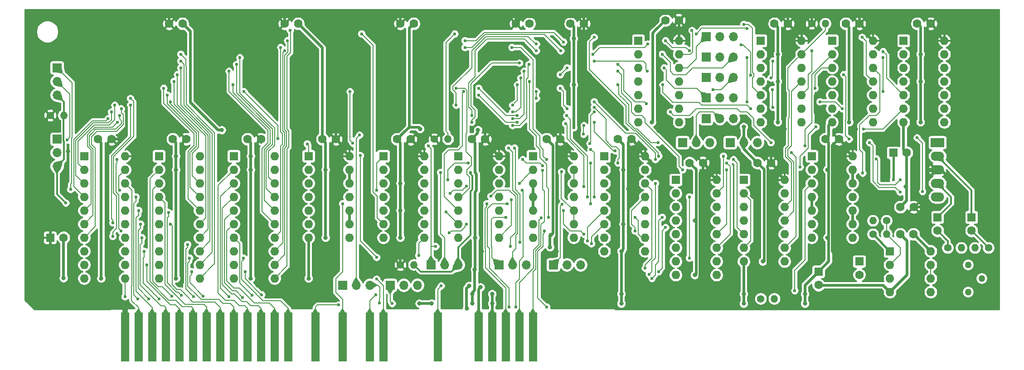
<source format=gbr>
G04 #@! TF.GenerationSoftware,KiCad,Pcbnew,(5.1.8)-1*
G04 #@! TF.CreationDate,2021-03-23T17:38:40+09:00*
G04 #@! TF.ProjectId,EX_MEM_AND_FM,45585f4d-454d-45f4-914e-445f464d2e6b,0.1*
G04 #@! TF.SameCoordinates,PX120bdf8PY82ed558*
G04 #@! TF.FileFunction,Copper,L2,Bot*
G04 #@! TF.FilePolarity,Positive*
%FSLAX46Y46*%
G04 Gerber Fmt 4.6, Leading zero omitted, Abs format (unit mm)*
G04 Created by KiCad (PCBNEW (5.1.8)-1) date 2021-03-23 17:38:40*
%MOMM*%
%LPD*%
G01*
G04 APERTURE LIST*
G04 #@! TA.AperFunction,SMDPad,CuDef*
%ADD10C,0.100000*%
G04 #@! TD*
G04 #@! TA.AperFunction,ConnectorPad*
%ADD11R,1.524000X9.144000*%
G04 #@! TD*
G04 #@! TA.AperFunction,ComponentPad*
%ADD12R,1.700000X1.700000*%
G04 #@! TD*
G04 #@! TA.AperFunction,ComponentPad*
%ADD13O,1.700000X1.700000*%
G04 #@! TD*
G04 #@! TA.AperFunction,ComponentPad*
%ADD14R,1.600000X1.600000*%
G04 #@! TD*
G04 #@! TA.AperFunction,ComponentPad*
%ADD15C,1.600000*%
G04 #@! TD*
G04 #@! TA.AperFunction,ComponentPad*
%ADD16O,1.600000X1.600000*%
G04 #@! TD*
G04 #@! TA.AperFunction,ComponentPad*
%ADD17C,1.400000*%
G04 #@! TD*
G04 #@! TA.AperFunction,ComponentPad*
%ADD18O,1.400000X1.400000*%
G04 #@! TD*
G04 #@! TA.AperFunction,ComponentPad*
%ADD19R,2.540000X1.700000*%
G04 #@! TD*
G04 #@! TA.AperFunction,ComponentPad*
%ADD20O,2.540000X1.700000*%
G04 #@! TD*
G04 #@! TA.AperFunction,ComponentPad*
%ADD21C,1.260000*%
G04 #@! TD*
G04 #@! TA.AperFunction,ViaPad*
%ADD22C,0.800000*%
G04 #@! TD*
G04 #@! TA.AperFunction,ViaPad*
%ADD23C,0.600000*%
G04 #@! TD*
G04 #@! TA.AperFunction,Conductor*
%ADD24C,0.500000*%
G04 #@! TD*
G04 #@! TA.AperFunction,Conductor*
%ADD25C,0.200000*%
G04 #@! TD*
G04 #@! TA.AperFunction,Conductor*
%ADD26C,1.000000*%
G04 #@! TD*
G04 #@! TA.AperFunction,Conductor*
%ADD27C,0.400000*%
G04 #@! TD*
G04 #@! TA.AperFunction,Conductor*
%ADD28C,0.800000*%
G04 #@! TD*
G04 #@! TA.AperFunction,Conductor*
%ADD29C,0.300000*%
G04 #@! TD*
G04 #@! TA.AperFunction,Conductor*
%ADD30C,0.254000*%
G04 #@! TD*
G04 #@! TA.AperFunction,Conductor*
%ADD31C,0.100000*%
G04 #@! TD*
G04 APERTURE END LIST*
G04 #@! TA.AperFunction,SMDPad,CuDef*
D10*
G36*
X171919388Y39530495D02*
G01*
X172188089Y38384982D01*
X172181018Y38377911D01*
X171035505Y38646612D01*
X171919388Y39530495D01*
G37*
G04 #@! TD.AperFunction*
G04 #@! TA.AperFunction,SMDPad,CuDef*
G36*
X171919388Y34450495D02*
G01*
X172188089Y33304982D01*
X172181018Y33297911D01*
X171035505Y33566612D01*
X171919388Y34450495D01*
G37*
G04 #@! TD.AperFunction*
G04 #@! TA.AperFunction,SMDPad,CuDef*
G36*
X135372000Y41521000D02*
G01*
X134752000Y40521000D01*
X134742000Y40521000D01*
X134122000Y41521000D01*
X135372000Y41521000D01*
G37*
G04 #@! TD.AperFunction*
G04 #@! TA.AperFunction,SMDPad,CuDef*
G36*
X134122000Y42553000D02*
G01*
X134742000Y43553000D01*
X134752000Y43553000D01*
X135372000Y42553000D01*
X134122000Y42553000D01*
G37*
G04 #@! TD.AperFunction*
G04 #@! TA.AperFunction,SMDPad,CuDef*
G36*
X125232000Y42553000D02*
G01*
X125852000Y43553000D01*
X125862000Y43553000D01*
X126482000Y42553000D01*
X125232000Y42553000D01*
G37*
G04 #@! TD.AperFunction*
G04 #@! TA.AperFunction,SMDPad,CuDef*
G36*
X129451612Y46448505D02*
G01*
X129182911Y47594018D01*
X129189982Y47601089D01*
X130335495Y47332388D01*
X129451612Y46448505D01*
G37*
G04 #@! TD.AperFunction*
G04 #@! TA.AperFunction,SMDPad,CuDef*
G36*
X126911612Y50385505D02*
G01*
X126642911Y51531018D01*
X126649982Y51538089D01*
X127795495Y51269388D01*
X126911612Y50385505D01*
G37*
G04 #@! TD.AperFunction*
G04 #@! TA.AperFunction,SMDPad,CuDef*
G36*
X132875495Y53378612D02*
G01*
X131729982Y53109911D01*
X131722911Y53116982D01*
X131991612Y54262495D01*
X132875495Y53378612D01*
G37*
G04 #@! TD.AperFunction*
G04 #@! TA.AperFunction,SMDPad,CuDef*
G36*
X132875495Y57188612D02*
G01*
X131729982Y56919911D01*
X131722911Y56926982D01*
X131991612Y58072495D01*
X132875495Y57188612D01*
G37*
G04 #@! TD.AperFunction*
G04 #@! TA.AperFunction,SMDPad,CuDef*
G36*
X127795495Y60998612D02*
G01*
X126649982Y60729911D01*
X126642911Y60736982D01*
X126911612Y61882495D01*
X127795495Y60998612D01*
G37*
G04 #@! TD.AperFunction*
G04 #@! TA.AperFunction,SMDPad,CuDef*
G36*
X84592000Y10041000D02*
G01*
X85212000Y11041000D01*
X85222000Y11041000D01*
X85842000Y10041000D01*
X84592000Y10041000D01*
G37*
G04 #@! TD.AperFunction*
G04 #@! TA.AperFunction,SMDPad,CuDef*
G36*
X87132000Y10041000D02*
G01*
X87752000Y11041000D01*
X87762000Y11041000D01*
X88382000Y10041000D01*
X87132000Y10041000D01*
G37*
G04 #@! TD.AperFunction*
G04 #@! TA.AperFunction,SMDPad,CuDef*
G36*
X99153505Y20027388D02*
G01*
X100299018Y20296089D01*
X100306089Y20289018D01*
X100037388Y19143505D01*
X99153505Y20027388D01*
G37*
G04 #@! TD.AperFunction*
G04 #@! TA.AperFunction,SMDPad,CuDef*
G36*
X69332000Y14597000D02*
G01*
X68712000Y13597000D01*
X68702000Y13597000D01*
X68082000Y14597000D01*
X69332000Y14597000D01*
G37*
G04 #@! TD.AperFunction*
D11*
X85217000Y5715000D03*
X77597000Y5715000D03*
X95377000Y5715000D03*
X92837000Y5715000D03*
X90297000Y5715000D03*
X87757000Y5715000D03*
X67437000Y5715000D03*
X64897000Y5715000D03*
X59817000Y5715000D03*
X54737000Y5715000D03*
X49657000Y5715000D03*
X47117000Y5715000D03*
X44577000Y5715000D03*
X42037000Y5715000D03*
X39497000Y5715000D03*
X36957000Y5715000D03*
X34417000Y5715000D03*
X31877000Y5715000D03*
X29337000Y5715000D03*
X26797000Y5715000D03*
X24257000Y5715000D03*
X21717000Y5715000D03*
X19177000Y5715000D03*
D12*
X68707000Y15367000D03*
D13*
X71247000Y15367000D03*
X73787000Y15367000D03*
D14*
X148717000Y17907000D03*
D15*
X148717000Y15407000D03*
D14*
X156337000Y19812000D03*
D15*
X156337000Y17312000D03*
D14*
X170942000Y28067000D03*
D15*
X170942000Y25567000D03*
D14*
X177292000Y28067000D03*
D15*
X177292000Y25567000D03*
D14*
X162052000Y21717000D03*
D16*
X169672000Y14097000D03*
X162052000Y19177000D03*
X169672000Y16637000D03*
X162052000Y16637000D03*
X169672000Y19177000D03*
X162052000Y14097000D03*
X169672000Y21717000D03*
D14*
X162687000Y40132000D03*
D15*
X165187000Y40132000D03*
X163957000Y24892000D03*
X166457000Y24892000D03*
D14*
X95377000Y39497000D03*
D16*
X102997000Y24257000D03*
X95377000Y36957000D03*
X102997000Y26797000D03*
X95377000Y34417000D03*
X102997000Y29337000D03*
X95377000Y31877000D03*
X102997000Y31877000D03*
X95377000Y29337000D03*
X102997000Y34417000D03*
X95377000Y26797000D03*
X102997000Y36957000D03*
X95377000Y24257000D03*
X102997000Y39497000D03*
D17*
X161417000Y27432000D03*
D18*
X158877000Y27432000D03*
D17*
X158877000Y24892000D03*
D18*
X161417000Y24892000D03*
D14*
X134747000Y35052000D03*
D16*
X142367000Y19812000D03*
X134747000Y32512000D03*
X142367000Y22352000D03*
X134747000Y29972000D03*
X142367000Y24892000D03*
X134747000Y27432000D03*
X142367000Y27432000D03*
X134747000Y24892000D03*
X142367000Y29972000D03*
X134747000Y22352000D03*
X142367000Y32512000D03*
X134747000Y19812000D03*
X142367000Y35052000D03*
D17*
X137922000Y12827000D03*
D18*
X140462000Y12827000D03*
G04 #@! TA.AperFunction,SMDPad,CuDef*
D10*
G36*
X81440495Y18326612D02*
G01*
X80294982Y18057911D01*
X80287911Y18064982D01*
X80556612Y19210495D01*
X81440495Y18326612D01*
G37*
G04 #@! TD.AperFunction*
D14*
X115062000Y61087000D03*
D16*
X122682000Y45847000D03*
X115062000Y58547000D03*
X122682000Y48387000D03*
X115062000Y56007000D03*
X122682000Y50927000D03*
X115062000Y53467000D03*
X122682000Y53467000D03*
X115062000Y50927000D03*
X122682000Y56007000D03*
X115062000Y48387000D03*
X122682000Y58547000D03*
X115062000Y45847000D03*
X122682000Y61087000D03*
D12*
X127762000Y46482000D03*
D13*
X130302000Y46482000D03*
X132842000Y46482000D03*
D19*
X170942000Y42037000D03*
D20*
X170942000Y39497000D03*
X170942000Y36957000D03*
X170942000Y34417000D03*
X170942000Y31877000D03*
D14*
X147447000Y39497000D03*
D16*
X155067000Y24257000D03*
X147447000Y36957000D03*
X155067000Y26797000D03*
X147447000Y34417000D03*
X155067000Y29337000D03*
X147447000Y31877000D03*
X155067000Y31877000D03*
X147447000Y29337000D03*
X155067000Y34417000D03*
X147447000Y26797000D03*
X155067000Y36957000D03*
X147447000Y24257000D03*
X155067000Y39497000D03*
D14*
X151257000Y61087000D03*
D16*
X158877000Y45847000D03*
X151257000Y58547000D03*
X158877000Y48387000D03*
X151257000Y56007000D03*
X158877000Y50927000D03*
X151257000Y53467000D03*
X158877000Y53467000D03*
X151257000Y50927000D03*
X158877000Y56007000D03*
X151257000Y48387000D03*
X158877000Y58547000D03*
X151257000Y45847000D03*
X158877000Y61087000D03*
D14*
X164592000Y61087000D03*
D16*
X172212000Y45847000D03*
X164592000Y58547000D03*
X172212000Y48387000D03*
X164592000Y56007000D03*
X172212000Y50927000D03*
X164592000Y53467000D03*
X172212000Y53467000D03*
X164592000Y50927000D03*
X172212000Y56007000D03*
X164592000Y48387000D03*
X172212000Y58547000D03*
X164592000Y45847000D03*
X172212000Y61087000D03*
D14*
X137922000Y61087000D03*
D16*
X145542000Y45847000D03*
X137922000Y58547000D03*
X145542000Y48387000D03*
X137922000Y56007000D03*
X145542000Y50927000D03*
X137922000Y53467000D03*
X145542000Y53467000D03*
X137922000Y50927000D03*
X145542000Y56007000D03*
X137922000Y48387000D03*
X145542000Y58547000D03*
X137922000Y45847000D03*
X145542000Y61087000D03*
D14*
X122047000Y35052000D03*
D16*
X129667000Y17272000D03*
X122047000Y32512000D03*
X129667000Y19812000D03*
X122047000Y29972000D03*
X129667000Y22352000D03*
X122047000Y27432000D03*
X129667000Y24892000D03*
X122047000Y24892000D03*
X129667000Y27432000D03*
X122047000Y22352000D03*
X129667000Y29972000D03*
X122047000Y19812000D03*
X129667000Y32512000D03*
X122047000Y17272000D03*
X129667000Y35052000D03*
D21*
X176657000Y14097000D03*
X179197000Y16637000D03*
X176657000Y19177000D03*
D17*
X147447000Y64262000D03*
D18*
X149987000Y64262000D03*
D17*
X172847000Y22352000D03*
D18*
X175387000Y22352000D03*
D17*
X180467000Y22352000D03*
D18*
X177927000Y22352000D03*
D12*
X59817000Y15367000D03*
D13*
X62357000Y15367000D03*
X64897000Y15367000D03*
D12*
X132207000Y42037000D03*
D13*
X134747000Y42037000D03*
X137287000Y42037000D03*
D12*
X123317000Y42037000D03*
D13*
X125857000Y42037000D03*
X128397000Y42037000D03*
D12*
X127762000Y61849000D03*
D13*
X130302000Y61849000D03*
X132842000Y61849000D03*
D12*
X127762000Y58039000D03*
D13*
X130302000Y58039000D03*
X132842000Y58039000D03*
D12*
X127762000Y54229000D03*
D13*
X130302000Y54229000D03*
X132842000Y54229000D03*
D12*
X127762000Y50419000D03*
D13*
X130302000Y50419000D03*
X132842000Y50419000D03*
D15*
X166497000Y29972000D03*
X163997000Y29972000D03*
X104902000Y64262000D03*
X102402000Y64262000D03*
X122642000Y64897000D03*
X120142000Y64897000D03*
X139827000Y38227000D03*
X137327000Y38227000D03*
X152527000Y42672000D03*
X150027000Y42672000D03*
X156337000Y64262000D03*
X153837000Y64262000D03*
X169672000Y64262000D03*
X167172000Y64262000D03*
X143002000Y64262000D03*
X140502000Y64262000D03*
X127127000Y38227000D03*
X124627000Y38227000D03*
D14*
X108712000Y39497000D03*
D16*
X116332000Y21717000D03*
X108712000Y36957000D03*
X116332000Y24257000D03*
X108712000Y34417000D03*
X116332000Y26797000D03*
X108712000Y31877000D03*
X116332000Y29337000D03*
X108712000Y29337000D03*
X116332000Y31877000D03*
X108712000Y26797000D03*
X116332000Y34417000D03*
X108712000Y24257000D03*
X116332000Y36957000D03*
X108712000Y21717000D03*
X116332000Y39497000D03*
D14*
X81407000Y39497000D03*
D16*
X89027000Y24257000D03*
X81407000Y36957000D03*
X89027000Y26797000D03*
X81407000Y34417000D03*
X89027000Y29337000D03*
X81407000Y31877000D03*
X89027000Y31877000D03*
X81407000Y29337000D03*
X89027000Y34417000D03*
X81407000Y26797000D03*
X89027000Y36957000D03*
X81407000Y24257000D03*
X89027000Y39497000D03*
D14*
X67437000Y39497000D03*
D16*
X75057000Y24257000D03*
X67437000Y36957000D03*
X75057000Y26797000D03*
X67437000Y34417000D03*
X75057000Y29337000D03*
X67437000Y31877000D03*
X75057000Y31877000D03*
X67437000Y29337000D03*
X75057000Y34417000D03*
X67437000Y26797000D03*
X75057000Y36957000D03*
X67437000Y24257000D03*
X75057000Y39497000D03*
D14*
X53467000Y39497000D03*
D16*
X61087000Y24257000D03*
X53467000Y36957000D03*
X61087000Y26797000D03*
X53467000Y34417000D03*
X61087000Y29337000D03*
X53467000Y31877000D03*
X61087000Y31877000D03*
X53467000Y29337000D03*
X61087000Y34417000D03*
X53467000Y26797000D03*
X61087000Y36957000D03*
X53467000Y24257000D03*
X61087000Y39497000D03*
D14*
X39497000Y39497000D03*
D16*
X47117000Y16637000D03*
X39497000Y36957000D03*
X47117000Y19177000D03*
X39497000Y34417000D03*
X47117000Y21717000D03*
X39497000Y31877000D03*
X47117000Y24257000D03*
X39497000Y29337000D03*
X47117000Y26797000D03*
X39497000Y26797000D03*
X47117000Y29337000D03*
X39497000Y24257000D03*
X47117000Y31877000D03*
X39497000Y21717000D03*
X47117000Y34417000D03*
X39497000Y19177000D03*
X47117000Y36957000D03*
X39497000Y16637000D03*
X47117000Y39497000D03*
D14*
X25527000Y39497000D03*
D16*
X33147000Y16637000D03*
X25527000Y36957000D03*
X33147000Y19177000D03*
X25527000Y34417000D03*
X33147000Y21717000D03*
X25527000Y31877000D03*
X33147000Y24257000D03*
X25527000Y29337000D03*
X33147000Y26797000D03*
X25527000Y26797000D03*
X33147000Y29337000D03*
X25527000Y24257000D03*
X33147000Y31877000D03*
X25527000Y21717000D03*
X33147000Y34417000D03*
X25527000Y19177000D03*
X33147000Y36957000D03*
X25527000Y16637000D03*
X33147000Y39497000D03*
D14*
X11557000Y39497000D03*
D16*
X19177000Y16637000D03*
X11557000Y36957000D03*
X19177000Y19177000D03*
X11557000Y34417000D03*
X19177000Y21717000D03*
X11557000Y31877000D03*
X19177000Y24257000D03*
X11557000Y29337000D03*
X19177000Y26797000D03*
X11557000Y26797000D03*
X19177000Y29337000D03*
X11557000Y24257000D03*
X19177000Y31877000D03*
X11557000Y21717000D03*
X19177000Y34417000D03*
X11557000Y19177000D03*
X19177000Y36957000D03*
X11557000Y16637000D03*
X19177000Y39497000D03*
G04 #@! TA.AperFunction,SMDPad,CuDef*
D10*
G36*
X94752000Y10041000D02*
G01*
X95372000Y11041000D01*
X95382000Y11041000D01*
X96002000Y10041000D01*
X94752000Y10041000D01*
G37*
G04 #@! TD.AperFunction*
G04 #@! TA.AperFunction,SMDPad,CuDef*
G36*
X92212000Y10041000D02*
G01*
X92832000Y11041000D01*
X92842000Y11041000D01*
X93462000Y10041000D01*
X92212000Y10041000D01*
G37*
G04 #@! TD.AperFunction*
G04 #@! TA.AperFunction,SMDPad,CuDef*
G36*
X89672000Y10041000D02*
G01*
X90292000Y11041000D01*
X90302000Y11041000D01*
X90922000Y10041000D01*
X89672000Y10041000D01*
G37*
G04 #@! TD.AperFunction*
G04 #@! TA.AperFunction,SMDPad,CuDef*
G36*
X76972000Y10041000D02*
G01*
X77592000Y11041000D01*
X77602000Y11041000D01*
X78222000Y10041000D01*
X76972000Y10041000D01*
G37*
G04 #@! TD.AperFunction*
G04 #@! TA.AperFunction,SMDPad,CuDef*
G36*
X66812000Y10041000D02*
G01*
X67432000Y11041000D01*
X67442000Y11041000D01*
X68062000Y10041000D01*
X66812000Y10041000D01*
G37*
G04 #@! TD.AperFunction*
G04 #@! TA.AperFunction,SMDPad,CuDef*
G36*
X64272000Y10041000D02*
G01*
X64892000Y11041000D01*
X64902000Y11041000D01*
X65522000Y10041000D01*
X64272000Y10041000D01*
G37*
G04 #@! TD.AperFunction*
G04 #@! TA.AperFunction,SMDPad,CuDef*
G36*
X59192000Y10041000D02*
G01*
X59812000Y11041000D01*
X59822000Y11041000D01*
X60442000Y10041000D01*
X59192000Y10041000D01*
G37*
G04 #@! TD.AperFunction*
G04 #@! TA.AperFunction,SMDPad,CuDef*
G36*
X54112000Y10041000D02*
G01*
X54732000Y11041000D01*
X54742000Y11041000D01*
X55362000Y10041000D01*
X54112000Y10041000D01*
G37*
G04 #@! TD.AperFunction*
G04 #@! TA.AperFunction,SMDPad,CuDef*
G36*
X49032000Y10041000D02*
G01*
X49652000Y11041000D01*
X49662000Y11041000D01*
X50282000Y10041000D01*
X49032000Y10041000D01*
G37*
G04 #@! TD.AperFunction*
G04 #@! TA.AperFunction,SMDPad,CuDef*
G36*
X46492000Y10041000D02*
G01*
X47112000Y11041000D01*
X47122000Y11041000D01*
X47742000Y10041000D01*
X46492000Y10041000D01*
G37*
G04 #@! TD.AperFunction*
G04 #@! TA.AperFunction,SMDPad,CuDef*
G36*
X43952000Y10041000D02*
G01*
X44572000Y11041000D01*
X44582000Y11041000D01*
X45202000Y10041000D01*
X43952000Y10041000D01*
G37*
G04 #@! TD.AperFunction*
G04 #@! TA.AperFunction,SMDPad,CuDef*
G36*
X41412000Y10041000D02*
G01*
X42032000Y11041000D01*
X42042000Y11041000D01*
X42662000Y10041000D01*
X41412000Y10041000D01*
G37*
G04 #@! TD.AperFunction*
G04 #@! TA.AperFunction,SMDPad,CuDef*
G36*
X38872000Y10041000D02*
G01*
X39492000Y11041000D01*
X39502000Y11041000D01*
X40122000Y10041000D01*
X38872000Y10041000D01*
G37*
G04 #@! TD.AperFunction*
G04 #@! TA.AperFunction,SMDPad,CuDef*
G36*
X36332000Y10041000D02*
G01*
X36952000Y11041000D01*
X36962000Y11041000D01*
X37582000Y10041000D01*
X36332000Y10041000D01*
G37*
G04 #@! TD.AperFunction*
G04 #@! TA.AperFunction,SMDPad,CuDef*
G36*
X33792000Y10041000D02*
G01*
X34412000Y11041000D01*
X34422000Y11041000D01*
X35042000Y10041000D01*
X33792000Y10041000D01*
G37*
G04 #@! TD.AperFunction*
G04 #@! TA.AperFunction,SMDPad,CuDef*
G36*
X31252000Y10041000D02*
G01*
X31872000Y11041000D01*
X31882000Y11041000D01*
X32502000Y10041000D01*
X31252000Y10041000D01*
G37*
G04 #@! TD.AperFunction*
G04 #@! TA.AperFunction,SMDPad,CuDef*
G36*
X28712000Y10041000D02*
G01*
X29332000Y11041000D01*
X29342000Y11041000D01*
X29962000Y10041000D01*
X28712000Y10041000D01*
G37*
G04 #@! TD.AperFunction*
G04 #@! TA.AperFunction,SMDPad,CuDef*
G36*
X26172000Y10041000D02*
G01*
X26792000Y11041000D01*
X26802000Y11041000D01*
X27422000Y10041000D01*
X26172000Y10041000D01*
G37*
G04 #@! TD.AperFunction*
G04 #@! TA.AperFunction,SMDPad,CuDef*
G36*
X21092000Y10041000D02*
G01*
X21712000Y11041000D01*
X21722000Y11041000D01*
X22342000Y10041000D01*
X21092000Y10041000D01*
G37*
G04 #@! TD.AperFunction*
G04 #@! TA.AperFunction,SMDPad,CuDef*
G36*
X23632000Y10041000D02*
G01*
X24252000Y11041000D01*
X24262000Y11041000D01*
X24882000Y10041000D01*
X23632000Y10041000D01*
G37*
G04 #@! TD.AperFunction*
G04 #@! TA.AperFunction,SMDPad,CuDef*
G36*
X90942000Y19693000D02*
G01*
X91562000Y20693000D01*
X91572000Y20693000D01*
X92192000Y19693000D01*
X90942000Y19693000D01*
G37*
G04 #@! TD.AperFunction*
G04 #@! TA.AperFunction,SMDPad,CuDef*
G36*
X88176612Y19143505D02*
G01*
X87907911Y20289018D01*
X87914982Y20296089D01*
X89060495Y20027388D01*
X88176612Y19143505D01*
G37*
G04 #@! TD.AperFunction*
G04 #@! TA.AperFunction,SMDPad,CuDef*
G36*
X80782000Y19693000D02*
G01*
X81402000Y20693000D01*
X81412000Y20693000D01*
X82032000Y19693000D01*
X80782000Y19693000D01*
G37*
G04 #@! TD.AperFunction*
G04 #@! TA.AperFunction,SMDPad,CuDef*
G36*
X78242000Y19693000D02*
G01*
X78862000Y20693000D01*
X78872000Y20693000D01*
X79492000Y19693000D01*
X78242000Y19693000D01*
G37*
G04 #@! TD.AperFunction*
G04 #@! TA.AperFunction,SMDPad,CuDef*
G36*
X75702000Y19947000D02*
G01*
X76322000Y20947000D01*
X76332000Y20947000D01*
X76952000Y19947000D01*
X75702000Y19947000D01*
G37*
G04 #@! TD.AperFunction*
G04 #@! TA.AperFunction,SMDPad,CuDef*
G36*
X65413000Y15992000D02*
G01*
X66413000Y15372000D01*
X66413000Y15362000D01*
X65413000Y14742000D01*
X65413000Y15992000D01*
G37*
G04 #@! TD.AperFunction*
G04 #@! TA.AperFunction,SMDPad,CuDef*
G36*
X61732000Y15883000D02*
G01*
X62352000Y16883000D01*
X62362000Y16883000D01*
X62982000Y15883000D01*
X61732000Y15883000D01*
G37*
G04 #@! TD.AperFunction*
G04 #@! TA.AperFunction,SMDPad,CuDef*
G36*
X7102000Y37076000D02*
G01*
X6482000Y36076000D01*
X6472000Y36076000D01*
X5852000Y37076000D01*
X7102000Y37076000D01*
G37*
G04 #@! TD.AperFunction*
G04 #@! TA.AperFunction,SMDPad,CuDef*
G36*
X6443505Y38442388D02*
G01*
X7589018Y38711089D01*
X7596089Y38704018D01*
X7327388Y37558505D01*
X6443505Y38442388D01*
G37*
G04 #@! TD.AperFunction*
G04 #@! TA.AperFunction,SMDPad,CuDef*
G36*
X7327388Y50960495D02*
G01*
X7596089Y49814982D01*
X7589018Y49807911D01*
X6443505Y50076612D01*
X7327388Y50960495D01*
G37*
G04 #@! TD.AperFunction*
G04 #@! TA.AperFunction,SMDPad,CuDef*
G36*
X7327388Y53500495D02*
G01*
X7596089Y52354982D01*
X7589018Y52347911D01*
X6443505Y52616612D01*
X7327388Y53500495D01*
G37*
G04 #@! TD.AperFunction*
G04 #@! TA.AperFunction,SMDPad,CuDef*
G36*
X7327388Y56040495D02*
G01*
X7596089Y54894982D01*
X7589018Y54887911D01*
X6443505Y55156612D01*
X7327388Y56040495D01*
G37*
G04 #@! TD.AperFunction*
D17*
X70612000Y19177000D03*
D18*
X73152000Y19177000D03*
D17*
X76962000Y42672000D03*
D18*
X79502000Y42672000D03*
D17*
X5207000Y47117000D03*
D18*
X7747000Y47117000D03*
D12*
X99187000Y19177000D03*
D13*
X101727000Y19177000D03*
X104267000Y19177000D03*
D12*
X89027000Y19177000D03*
D13*
X91567000Y19177000D03*
X94107000Y19177000D03*
D12*
X76327000Y19177000D03*
D13*
X78867000Y19177000D03*
X81407000Y19177000D03*
D12*
X6477000Y42672000D03*
D13*
X6477000Y40132000D03*
X6477000Y37592000D03*
D12*
X6477000Y56007000D03*
D13*
X6477000Y53467000D03*
X6477000Y50927000D03*
D15*
X92202000Y64262000D03*
X94702000Y64262000D03*
X70612000Y64262000D03*
X73112000Y64262000D03*
X49022000Y64262000D03*
X51522000Y64262000D03*
X27432000Y64262000D03*
X29932000Y64262000D03*
X86447000Y42672000D03*
X83947000Y42672000D03*
X113792000Y42672000D03*
X111292000Y42672000D03*
X100457000Y42672000D03*
X97957000Y42672000D03*
X72517000Y42672000D03*
X70017000Y42672000D03*
X58547000Y42672000D03*
X56047000Y42672000D03*
X44577000Y42672000D03*
X42077000Y42672000D03*
X30607000Y42672000D03*
X28107000Y42672000D03*
X16637000Y42672000D03*
X14137000Y42672000D03*
D14*
X5207000Y24257000D03*
D15*
X7707000Y24257000D03*
D22*
X14732000Y16637000D03*
X28702000Y36957000D03*
X28702000Y16637000D03*
X7707000Y16677000D03*
X28702000Y39497000D03*
X42672000Y39497000D03*
X42672000Y36957000D03*
X42672000Y16637000D03*
X56642000Y24257000D03*
X56642000Y36957000D03*
X53467000Y16637000D03*
X70612000Y24257000D03*
X84582000Y24257000D03*
X98679000Y24765000D03*
X70612000Y29337000D03*
X70612000Y34417000D03*
X76469242Y11953242D03*
X74168000Y11938000D03*
X37249999Y44361999D03*
X85128999Y44361999D03*
D23*
X102997000Y44831000D03*
D22*
X102997000Y61468000D03*
X141097000Y45847000D03*
X154432000Y45847000D03*
X167767000Y45847000D03*
X102997000Y52832000D03*
X167767000Y58547000D03*
X167767000Y53467000D03*
X141097000Y53467000D03*
X141097000Y58547000D03*
X87757000Y11938000D03*
X84074000Y11938000D03*
X111887000Y21717000D03*
X98552000Y22479000D03*
X112268000Y36957000D03*
X164973000Y33782000D03*
X150368000Y24257000D03*
X138303000Y19812000D03*
X125603000Y17272000D03*
X134747000Y11938000D03*
X134747000Y13716000D03*
X111887000Y11938000D03*
X111887000Y13716000D03*
X117602000Y45847000D03*
X134747000Y44958000D03*
X146177000Y11938000D03*
X146177000Y13716000D03*
X87757000Y13716000D03*
X84074000Y13716000D03*
X125603000Y27432000D03*
X150368000Y36957000D03*
X84516990Y18284980D03*
X74295000Y44577000D03*
X112268000Y26797000D03*
X16002000Y14097000D03*
X53467000Y14097000D03*
X29464000Y15367000D03*
X43942000Y15367000D03*
X57912000Y21717000D03*
X71882000Y21717000D03*
X85852000Y21717000D03*
X99822000Y21717000D03*
X29972000Y40894000D03*
X43942000Y40894000D03*
X57912000Y40767000D03*
X5207000Y34925000D03*
X8255000Y34925000D03*
X8509000Y40386000D03*
X16002000Y40767000D03*
X82931000Y21717000D03*
X104902000Y60579000D03*
X100457000Y47752000D03*
X142367000Y44577000D03*
X169037000Y43942000D03*
X155702000Y44577000D03*
X104013000Y57785000D03*
X101981000Y57785000D03*
X118872000Y44196000D03*
X64262000Y42672000D03*
X67945000Y42672000D03*
X77978000Y21717000D03*
X88773000Y11176000D03*
X103632000Y42672000D03*
X113222010Y19492990D03*
X131572000Y16637000D03*
X138956999Y17036999D03*
X151892000Y21082000D03*
X110617000Y19812000D03*
X110617000Y34290000D03*
X113222010Y33339010D03*
X89084501Y14789501D03*
X110039501Y14789501D03*
X148628991Y43980991D03*
X147714018Y21068982D03*
X161544000Y43434000D03*
X113982500Y14795500D03*
D23*
X97155000Y36830000D03*
X96901000Y27940000D03*
X86741000Y30607000D03*
X66167000Y16510000D03*
X66040000Y13589000D03*
X118237000Y34417000D03*
X117094000Y17399000D03*
X59817000Y30607000D03*
X59055000Y11684000D03*
X144272000Y14351000D03*
X41275000Y20447000D03*
X31242000Y20447000D03*
X27686000Y26797000D03*
X23241000Y19177000D03*
X22352000Y24257000D03*
X21717000Y29337000D03*
X97917000Y11303000D03*
X97536000Y25527000D03*
X92202000Y11303000D03*
X93345000Y33147000D03*
X66167000Y33147000D03*
X90932000Y11303000D03*
X90551000Y30607000D03*
X66675000Y12065000D03*
X44704000Y13589000D03*
X41656000Y17907000D03*
X42926000Y13462000D03*
X41148000Y13081000D03*
X38608000Y13208000D03*
X33782000Y13335000D03*
X31623000Y17907000D03*
X32004000Y13208000D03*
X30861000Y22987000D03*
X29718000Y13462000D03*
X27305000Y28956000D03*
X27940000Y13335000D03*
X19177000Y13208000D03*
X25527000Y12827000D03*
X22733000Y21717000D03*
X23622000Y12827000D03*
X22098000Y26797000D03*
X21590000Y12827000D03*
X21209000Y31877000D03*
X77216000Y22606000D03*
X61722000Y41910000D03*
X61214000Y51562000D03*
X75819000Y41402000D03*
X105537000Y23622000D03*
X78105000Y36449000D03*
X83693000Y36449000D03*
X90297000Y28067000D03*
X41402000Y51562000D03*
X47752000Y42799000D03*
X63119000Y39624000D03*
X66167000Y20574000D03*
X90805000Y41021000D03*
X100838000Y30480000D03*
X106807000Y47752000D03*
X130937000Y39497000D03*
X124587000Y31877000D03*
X124587000Y20447000D03*
X106002990Y41867990D03*
X8128000Y30734000D03*
X80772000Y62357000D03*
X17653000Y38862000D03*
X18415000Y25527000D03*
X114427000Y25527000D03*
X16891000Y24511000D03*
X20193000Y50292000D03*
X96012000Y51562000D03*
X96012000Y50292000D03*
X16891000Y27051000D03*
X20193000Y49022000D03*
X91567000Y49022000D03*
X92456000Y52832000D03*
X18542000Y48387000D03*
X91567000Y47752000D03*
X93091000Y54102000D03*
X18161000Y47117000D03*
X91567000Y46482000D03*
X93726000Y55372000D03*
X17780000Y45847000D03*
X91567000Y45212000D03*
X94615000Y56642000D03*
X16002000Y46482000D03*
X83947000Y45847000D03*
X92837000Y56896000D03*
X16637000Y47752000D03*
X83947000Y47117000D03*
X96012000Y59182000D03*
X17272000Y49022000D03*
X96012000Y60452000D03*
X81026000Y49022000D03*
X18161000Y33147000D03*
X29591000Y58547000D03*
X125090021Y62996979D03*
X29591000Y57277000D03*
X124587000Y59182000D03*
X120142000Y61087000D03*
X29591000Y56007000D03*
X106807000Y57277000D03*
X116713000Y55372000D03*
X28956000Y54737000D03*
X100457000Y54737000D03*
X101727000Y56007000D03*
X119888000Y56007000D03*
X28321000Y53467000D03*
X101727000Y48387000D03*
X100457000Y52197000D03*
X26416000Y52197000D03*
X85217000Y52197000D03*
X92456000Y47117000D03*
X101661999Y47051999D03*
X105537000Y31877000D03*
X27051000Y50927000D03*
X85217000Y50927000D03*
X92456000Y45847000D03*
X101473000Y45593000D03*
X104902000Y33782000D03*
X27686000Y49657000D03*
X50038000Y62992000D03*
X134747000Y64135000D03*
X49530000Y61087000D03*
X82677000Y61087000D03*
X135382000Y63373000D03*
X101092000Y60833000D03*
X125857000Y62357000D03*
X49022000Y59182000D03*
X48260000Y59817000D03*
X82677000Y59817000D03*
X100584000Y59182000D03*
X140208000Y57277000D03*
X139827000Y54102000D03*
X38608000Y55372000D03*
X119634000Y52832000D03*
X136017000Y48387000D03*
X39370000Y52832000D03*
X135382000Y57912000D03*
X135382000Y49657000D03*
X40005000Y56642000D03*
X106553000Y58547000D03*
X116840000Y60452000D03*
X40640000Y57912000D03*
X136017000Y54610000D03*
X134239000Y60325000D03*
X8382000Y42545000D03*
X53213000Y41783000D03*
X79502000Y35052000D03*
X83312000Y38227000D03*
X93472000Y38862000D03*
X97155000Y37719000D03*
X63373000Y62357000D03*
X82931000Y26797000D03*
X79756000Y25146000D03*
X106172000Y40767000D03*
X106807000Y31877000D03*
X91313000Y31369000D03*
X94742000Y53467000D03*
X98298000Y28067000D03*
X114427000Y28067000D03*
X91440000Y59817000D03*
X97917000Y38862000D03*
X106172000Y30607000D03*
X106172000Y38227000D03*
X87503000Y32004000D03*
X91166990Y22625010D03*
X81026000Y52197000D03*
X106299000Y23114000D03*
X82423000Y51562000D03*
X101092000Y29337000D03*
X104902000Y24892000D03*
X9017000Y33274000D03*
X79121000Y29083000D03*
X62992000Y43434000D03*
X104902000Y45212000D03*
X104798013Y43584013D03*
X91948000Y41021000D03*
X92964000Y23368000D03*
X92837000Y34417000D03*
X82931000Y33909000D03*
X79883000Y32512000D03*
X100711000Y36576000D03*
X74041000Y20955000D03*
X116332000Y18542000D03*
X78232000Y15240000D03*
X119507000Y28067000D03*
X117602000Y16637000D03*
X111252000Y52832000D03*
X118745000Y42037000D03*
X157099000Y44577000D03*
X148209000Y44958000D03*
X145288000Y37465000D03*
X106807000Y49657000D03*
X118237000Y38862000D03*
X131572000Y38227000D03*
X106807000Y48641000D03*
X111252000Y38227000D03*
X131572000Y36957000D03*
X168148000Y32893000D03*
X153416000Y54737000D03*
X154432000Y42672000D03*
X167132000Y42926000D03*
X160782000Y57912000D03*
X160782000Y51562000D03*
X106807000Y45847000D03*
X143637000Y40132000D03*
X110744000Y40513000D03*
X106807000Y61722000D03*
X118872000Y39497000D03*
X132842000Y38862000D03*
X129024999Y51935999D03*
X119507000Y58547000D03*
X148082000Y52197000D03*
X140081000Y51943000D03*
X140208000Y48641000D03*
X147447000Y59182000D03*
X156845000Y61722000D03*
X146177000Y41402000D03*
X153162000Y48387000D03*
X148971000Y49657000D03*
X111252000Y55372000D03*
X163957000Y35052000D03*
X123317000Y36957000D03*
X159512000Y38989000D03*
X111252000Y56642000D03*
X116586000Y49276000D03*
X121031000Y47752000D03*
X163957000Y32766000D03*
X139827000Y42037000D03*
X158242000Y42037000D03*
X162687000Y35052000D03*
D22*
X83058000Y11049000D03*
X83439000Y15240000D03*
X85598000Y14986000D03*
D23*
X69088000Y11938000D03*
X118872000Y17907000D03*
X120142000Y26162000D03*
X156972000Y36322000D03*
X160782000Y59055000D03*
D24*
X14137000Y42672000D02*
X14137000Y42632000D01*
X14137000Y42632000D02*
X14732000Y42037000D01*
X14732000Y42037000D02*
X14732000Y16637000D01*
X14732000Y16637000D02*
X14732000Y16637000D01*
X28107000Y42672000D02*
X28107000Y42632000D01*
X28107000Y42632000D02*
X28702000Y42037000D01*
X28702000Y42037000D02*
X28702000Y39497000D01*
X28702000Y36957000D02*
X28702000Y16637000D01*
X28702000Y16637000D02*
X28702000Y16637000D01*
X7707000Y24257000D02*
X7707000Y16677000D01*
X7707000Y16677000D02*
X7707000Y16677000D01*
X42077000Y42672000D02*
X42077000Y42632000D01*
X42077000Y42632000D02*
X42672000Y42037000D01*
X42672000Y42037000D02*
X42672000Y16637000D01*
X28702000Y39497000D02*
X28702000Y36957000D01*
X42672000Y16637000D02*
X42672000Y16637000D01*
X56047000Y42672000D02*
X56047000Y42632000D01*
X56047000Y42632000D02*
X56642000Y42037000D01*
X56642000Y42037000D02*
X56642000Y36957000D01*
X56642000Y24257000D02*
X56642000Y24257000D01*
X61087000Y36957000D02*
X61087000Y34417000D01*
X56642000Y36957000D02*
X56642000Y24257000D01*
X53467000Y24257000D02*
X53467000Y16637000D01*
X70017000Y42672000D02*
X70017000Y42632000D01*
X70017000Y42632000D02*
X70612000Y42037000D01*
X70612000Y42037000D02*
X70612000Y29337000D01*
X70612000Y24257000D02*
X70612000Y24257000D01*
X84582000Y24257000D02*
X84582000Y24257000D01*
X70612000Y29337000D02*
X70612000Y24257000D01*
X56047000Y59737000D02*
X51522000Y64262000D01*
X56047000Y42672000D02*
X56047000Y59737000D01*
X76454000Y11938000D02*
X76469242Y11953242D01*
X74168000Y11938000D02*
X76454000Y11938000D01*
X37249999Y44361999D02*
X36537001Y44361999D01*
X36537001Y44361999D02*
X31369000Y49530000D01*
X31369000Y62825000D02*
X29932000Y64262000D01*
X31369000Y49530000D02*
X31369000Y62825000D01*
X72263000Y63413000D02*
X73112000Y64262000D01*
X72263000Y50800000D02*
X72263000Y63413000D01*
X84836000Y33020000D02*
X84582000Y32766000D01*
X84836000Y36195000D02*
X84836000Y33020000D01*
X84582000Y36449000D02*
X84836000Y36195000D01*
X84582000Y32766000D02*
X84582000Y24257000D01*
X84582000Y42037000D02*
X84582000Y36449000D01*
X83947000Y42672000D02*
X84582000Y42037000D01*
X102997000Y63667000D02*
X102402000Y64262000D01*
X102997000Y45847000D02*
X102997000Y52832000D01*
X85128999Y43853999D02*
X83947000Y42672000D01*
X85128999Y44361999D02*
X85128999Y43853999D01*
X102997000Y45847000D02*
X102997000Y44831000D01*
X154432000Y45847000D02*
X154432000Y45847000D01*
X167767000Y45847000D02*
X167767000Y45847000D01*
X140502000Y64222000D02*
X140502000Y64262000D01*
X141097000Y63627000D02*
X140502000Y64222000D01*
X61087000Y29337000D02*
X61087000Y26797000D01*
X167767000Y53340000D02*
X167767000Y45847000D01*
X118300500Y63055500D02*
X120142000Y64897000D01*
X117729000Y48514000D02*
X117729000Y62484000D01*
X117729000Y62484000D02*
X118300500Y63055500D01*
X102997000Y52832000D02*
X102997000Y63667000D01*
X167767000Y63667000D02*
X167172000Y64262000D01*
X167767000Y53340000D02*
X167767000Y53467000D01*
X167767000Y58547000D02*
X167767000Y63667000D01*
X167767000Y53467000D02*
X167767000Y58547000D01*
X141097000Y53467000D02*
X141097000Y58547000D01*
X141097000Y58547000D02*
X141097000Y63627000D01*
X87757000Y5715000D02*
X87757000Y11938000D01*
X87757000Y11938000D02*
X87757000Y12065000D01*
X84582000Y24257000D02*
X84582000Y18349990D01*
X84582000Y18349990D02*
X84516990Y18284980D01*
X111887000Y21717000D02*
X111887000Y21717000D01*
X98552000Y22479000D02*
X98552000Y22352000D01*
X99121990Y41507010D02*
X97957000Y42672000D01*
X99121990Y25080990D02*
X99121990Y41507010D01*
X98806000Y24765000D02*
X99121990Y25080990D01*
X98679000Y24765000D02*
X98806000Y24765000D01*
X98552000Y24638000D02*
X98679000Y24765000D01*
X98552000Y22479000D02*
X98552000Y24638000D01*
X155067000Y26797000D02*
X155067000Y29337000D01*
X164592000Y40727000D02*
X165187000Y40132000D01*
X164592000Y45847000D02*
X164592000Y40727000D01*
X165187000Y31162000D02*
X163997000Y29972000D01*
X165187000Y40132000D02*
X165187000Y31162000D01*
X155067000Y36957000D02*
X155067000Y34417000D01*
X147447000Y31877000D02*
X147447000Y29337000D01*
X137327000Y38227000D02*
X138557000Y36997000D01*
X138557000Y36997000D02*
X138557000Y19812000D01*
X124627000Y38227000D02*
X125857000Y36997000D01*
X111887000Y21717000D02*
X111887000Y13716000D01*
X134747000Y19812000D02*
X134747000Y13716000D01*
X134747000Y13716000D02*
X134747000Y11938000D01*
X111887000Y13716000D02*
X111887000Y11938000D01*
X146177000Y15367000D02*
X148717000Y17907000D01*
X150027000Y42632000D02*
X150027000Y42672000D01*
X150622000Y42037000D02*
X150027000Y42632000D01*
X148717000Y17907000D02*
X150622000Y19812000D01*
X150622000Y24003000D02*
X150368000Y24257000D01*
X150622000Y19812000D02*
X150622000Y24003000D01*
X117729000Y48514000D02*
X117729000Y45974000D01*
X134747000Y40807000D02*
X137327000Y38227000D01*
X134747000Y42037000D02*
X134747000Y40807000D01*
X134747000Y42037000D02*
X134747000Y44958000D01*
X134747000Y44958000D02*
X134747000Y44958000D01*
X112268000Y41696000D02*
X112268000Y36957000D01*
X111292000Y42672000D02*
X112268000Y41696000D01*
X112268000Y22098000D02*
X111887000Y21717000D01*
X112268000Y36957000D02*
X112268000Y26797000D01*
X146177000Y11938000D02*
X146177000Y13716000D01*
X146177000Y13716000D02*
X146177000Y15367000D01*
X87757000Y11938000D02*
X87757000Y13716000D01*
X87757000Y13716000D02*
X87757000Y13716000D01*
X84074000Y13970000D02*
X84516990Y14412990D01*
X84074000Y11938000D02*
X84074000Y13716000D01*
X84516990Y18284980D02*
X84516990Y18284980D01*
X84074000Y13716000D02*
X84074000Y13970000D01*
X153837000Y64222000D02*
X153837000Y64262000D01*
X154432000Y63627000D02*
X153837000Y64222000D01*
X154432000Y45847000D02*
X154432000Y63627000D01*
X125857000Y26543000D02*
X125857000Y27178000D01*
X125857000Y27178000D02*
X125603000Y27432000D01*
X125857000Y36997000D02*
X125857000Y26543000D01*
X125857000Y26543000D02*
X125857000Y17272000D01*
X150622000Y36703000D02*
X150368000Y36957000D01*
X150622000Y36195000D02*
X150622000Y36703000D01*
X150622000Y19812000D02*
X150622000Y36195000D01*
X150622000Y36195000D02*
X150622000Y42037000D01*
X84516990Y18284980D02*
X84516990Y14412990D01*
X141097000Y53467000D02*
X141097000Y45847000D01*
X72263000Y44918000D02*
X71267000Y43922000D01*
X72263000Y50800000D02*
X72263000Y44918000D01*
X71267000Y43922000D02*
X71755000Y44410000D01*
X70017000Y42672000D02*
X71267000Y43922000D01*
X72263000Y44918000D02*
X74081000Y44918000D01*
X74081000Y44918000D02*
X74295000Y44704000D01*
X74295000Y44450000D02*
X74295000Y44577000D01*
X74295000Y44577000D02*
X74295000Y44704000D01*
X112268000Y26797000D02*
X112268000Y22098000D01*
X150027000Y42672000D02*
X150027000Y42712000D01*
X150027000Y42712000D02*
X150622000Y43307000D01*
X150622000Y45212000D02*
X151257000Y45847000D01*
X150622000Y43307000D02*
X150622000Y45212000D01*
D25*
X149606000Y54229000D02*
X150114000Y54737000D01*
X150114000Y54737000D02*
X152019000Y54737000D01*
X150495000Y52197000D02*
X152273000Y52197000D01*
X149606000Y54229000D02*
X148971000Y53594000D01*
X148971000Y53594000D02*
X148971000Y53086000D01*
X150495000Y52197000D02*
X149521010Y52197000D01*
D24*
X16002000Y42037000D02*
X16637000Y42672000D01*
X16002000Y11557000D02*
X16002000Y14097000D01*
D26*
X19177000Y11303000D02*
X16002000Y11303000D01*
D24*
X16002000Y11557000D02*
X5207000Y11557000D01*
X5207000Y11557000D02*
X5207000Y24257000D01*
X30607000Y42672000D02*
X29972000Y42037000D01*
X29972000Y42037000D02*
X29972000Y40894000D01*
X27432000Y65532000D02*
X27432000Y64262000D01*
X29283999Y65612001D02*
X30526999Y65612001D01*
X29203998Y65532000D02*
X29283999Y65612001D01*
X27432000Y65532000D02*
X29203998Y65532000D01*
X30526999Y65612001D02*
X30607000Y65532000D01*
X30607000Y65532000D02*
X49022000Y65532000D01*
X49022000Y65532000D02*
X49022000Y64262000D01*
X50873999Y65612001D02*
X52116999Y65612001D01*
X50793998Y65532000D02*
X50873999Y65612001D01*
X49022000Y65532000D02*
X50793998Y65532000D01*
X52116999Y65612001D02*
X52197000Y65532000D01*
X72463999Y65612001D02*
X73706999Y65612001D01*
X72383998Y65532000D02*
X72463999Y65612001D01*
X73706999Y65612001D02*
X73787000Y65532000D01*
X73787000Y65532000D02*
X92202000Y65532000D01*
X70612000Y64262000D02*
X70612000Y65532000D01*
X70612000Y65532000D02*
X72383998Y65532000D01*
X58547000Y65532000D02*
X70612000Y65532000D01*
X58547000Y42672000D02*
X58547000Y65532000D01*
X52197000Y65532000D02*
X58547000Y65532000D01*
X44577000Y42672000D02*
X43942000Y42037000D01*
X43942000Y42037000D02*
X43942000Y40894000D01*
X44577000Y42672000D02*
X44577000Y42037000D01*
X5207000Y24257000D02*
X5207000Y34925000D01*
X5207000Y35687000D02*
X4572000Y36322000D01*
X4572000Y46482000D02*
X5207000Y47117000D01*
X4572000Y36322000D02*
X4572000Y46482000D01*
X86447000Y42672000D02*
X86447000Y42632000D01*
X86447000Y42632000D02*
X85852000Y42037000D01*
X85852000Y42037000D02*
X85852000Y40894000D01*
X100457000Y42672000D02*
X99822000Y42037000D01*
X99822000Y42037000D02*
X99822000Y41402000D01*
X16002000Y14097000D02*
X16002000Y40767000D01*
X57912000Y42037000D02*
X58547000Y42672000D01*
X57912000Y21717000D02*
X57912000Y40767000D01*
X99822000Y24257000D02*
X99822000Y21717000D01*
X85852000Y24257000D02*
X85852000Y21717000D01*
X71882000Y21717000D02*
X71882000Y21717000D01*
X85852000Y21717000D02*
X85852000Y21717000D01*
X57912000Y40767000D02*
X57912000Y42037000D01*
X85852000Y40894000D02*
X85852000Y24257000D01*
X99822000Y41402000D02*
X99822000Y24257000D01*
X71882000Y42037000D02*
X72517000Y42672000D01*
X71882000Y21717000D02*
X71882000Y42037000D01*
X5207000Y34925000D02*
X5207000Y35687000D01*
X8509000Y35179000D02*
X8255000Y34925000D01*
X8509000Y40386000D02*
X8509000Y35179000D01*
X100457000Y42672000D02*
X101727000Y41402000D01*
X101727000Y41402000D02*
X101727000Y40767000D01*
X101727000Y40767000D02*
X102997000Y39497000D01*
X86447000Y42672000D02*
X87717000Y41402000D01*
X87717000Y40807000D02*
X87757000Y40767000D01*
X87717000Y41402000D02*
X87717000Y40807000D01*
X87757000Y40767000D02*
X89027000Y39497000D01*
X72517000Y42672000D02*
X73787000Y41402000D01*
X73787000Y41402000D02*
X73787000Y40767000D01*
X73787000Y40767000D02*
X75057000Y39497000D01*
X58547000Y42672000D02*
X59817000Y41402000D01*
X59817000Y41402000D02*
X59817000Y40767000D01*
X59817000Y40767000D02*
X61087000Y39497000D01*
X16002000Y40767000D02*
X16002000Y42037000D01*
D26*
X19177000Y11303000D02*
X19177000Y5588000D01*
D24*
X29972000Y15875000D02*
X29972000Y16002000D01*
X29464000Y15367000D02*
X29972000Y15875000D01*
X29972000Y40894000D02*
X29972000Y16002000D01*
X43942000Y15367000D02*
X43942000Y16002000D01*
X43942000Y40894000D02*
X43942000Y16002000D01*
X85471000Y21336000D02*
X85852000Y21717000D01*
X19457021Y48614979D02*
X19457021Y44222021D01*
X18001002Y50070998D02*
X19457021Y48614979D01*
X18001002Y64991002D02*
X18001002Y50070998D01*
X18542000Y65532000D02*
X18001002Y64991002D01*
X17907000Y42672000D02*
X16637000Y42672000D01*
X19457021Y44222021D02*
X17907000Y42672000D01*
X27432000Y65532000D02*
X18542000Y65532000D01*
X92202000Y64262000D02*
X92202000Y65532000D01*
X92202000Y64262000D02*
X92202000Y64897000D01*
X92202000Y64897000D02*
X92837000Y65532000D01*
X92837000Y65532000D02*
X104902000Y65532000D01*
X100457000Y42672000D02*
X100457000Y47752000D01*
X100457000Y47752000D02*
X100457000Y47752000D01*
X104902000Y64262000D02*
X104902000Y62357000D01*
X104902000Y61976000D02*
X104902000Y62357000D01*
X143002000Y64262000D02*
X144272000Y62992000D01*
X144272000Y62992000D02*
X144272000Y62357000D01*
X144272000Y62357000D02*
X145542000Y61087000D01*
X143002000Y64262000D02*
X142367000Y63627000D01*
X142367000Y63627000D02*
X142367000Y44577000D01*
X142367000Y44577000D02*
X142367000Y44577000D01*
X156337000Y64262000D02*
X157607000Y62992000D01*
X157607000Y62992000D02*
X157607000Y62357000D01*
X157607000Y62357000D02*
X158877000Y61087000D01*
X156337000Y64262000D02*
X155702000Y63627000D01*
X155702000Y63627000D02*
X155702000Y45847000D01*
X169672000Y64262000D02*
X170942000Y62992000D01*
X170942000Y62992000D02*
X170942000Y62357000D01*
X170942000Y62357000D02*
X172212000Y61087000D01*
X169037000Y43942000D02*
X169037000Y43942000D01*
X169037000Y63627000D02*
X169037000Y43942000D01*
X169672000Y64262000D02*
X169037000Y63627000D01*
X155702000Y45847000D02*
X155702000Y44577000D01*
X155702000Y44577000D02*
X155702000Y44577000D01*
X104902000Y64262000D02*
X104902000Y65532000D01*
X163710916Y65920916D02*
X163957000Y65674830D01*
X163464832Y66167000D02*
X163710916Y65920916D01*
X163710916Y65920916D02*
X164028415Y65603415D01*
X168330585Y65603415D02*
X169672000Y64262000D01*
X164028415Y65603415D02*
X168330585Y65603415D01*
X143002000Y64262000D02*
X143002000Y66167000D01*
X147447000Y64262000D02*
X147447000Y66167000D01*
X143002000Y66167000D02*
X147447000Y66167000D01*
X156337000Y64262000D02*
X156337000Y66167000D01*
X156337000Y66167000D02*
X163464832Y66167000D01*
X147447000Y66167000D02*
X156337000Y66167000D01*
X135382000Y66167000D02*
X143002000Y66167000D01*
X104902000Y61976000D02*
X104902000Y60579000D01*
X104902000Y60579000D02*
X104013000Y59690000D01*
X86447000Y47712000D02*
X86447000Y42672000D01*
X86400000Y47712000D02*
X86447000Y47712000D01*
X85788500Y48323500D02*
X86400000Y47712000D01*
X70612000Y19177000D02*
X70612000Y20447000D01*
X70612000Y20447000D02*
X71882000Y21717000D01*
X104013000Y57785000D02*
X104013000Y57785000D01*
X104013000Y59690000D02*
X104013000Y57785000D01*
X104013000Y57785000D02*
X104013000Y46101000D01*
X122682000Y64262000D02*
X122682000Y61087000D01*
X121391999Y66147001D02*
X122642000Y64897000D01*
X112994170Y66147001D02*
X121391999Y66147001D01*
X112379169Y65532000D02*
X112994170Y66147001D01*
X106172000Y65532000D02*
X112379169Y65532000D01*
X104902000Y64262000D02*
X106172000Y65532000D01*
X122642000Y64897000D02*
X123912000Y66167000D01*
X123912000Y66167000D02*
X135382000Y66167000D01*
X85280500Y48323500D02*
X85788500Y48323500D01*
D27*
X84373031Y49230969D02*
X85280500Y48323500D01*
X84373031Y52750031D02*
X84373031Y49230969D01*
D24*
X101981000Y57785000D02*
X97790000Y57785000D01*
X88773000Y14212002D02*
X88773000Y11176000D01*
X85471000Y21336000D02*
X85471000Y17514002D01*
X113792000Y42672000D02*
X115062000Y41402000D01*
X116332000Y39497000D02*
X115062000Y40767000D01*
X115062000Y41402000D02*
X115062000Y40767000D01*
X104013000Y46101000D02*
X104013000Y43053000D01*
X104013000Y43053000D02*
X103632000Y42672000D01*
X103632000Y42672000D02*
X103632000Y42672000D01*
X152527000Y42672000D02*
X153797000Y41402000D01*
X153797000Y41402000D02*
X153797000Y40767000D01*
X153797000Y40767000D02*
X155067000Y39497000D01*
D28*
X169037000Y36957000D02*
X170942000Y36957000D01*
D24*
X167767000Y29972000D02*
X169037000Y31242000D01*
X166497000Y29972000D02*
X167767000Y29972000D01*
X139827000Y38227000D02*
X140462000Y37592000D01*
X139827000Y38227000D02*
X141097000Y36957000D01*
X141097000Y36322000D02*
X142367000Y35052000D01*
X141097000Y36957000D02*
X141097000Y36322000D01*
X127127000Y38227000D02*
X128397000Y36957000D01*
X128397000Y36957000D02*
X128397000Y36322000D01*
X128397000Y36322000D02*
X129667000Y35052000D01*
X113222010Y42102010D02*
X113792000Y42672000D01*
X113222010Y19492990D02*
X113222010Y19492990D01*
X113222010Y19492990D02*
X113222010Y33339010D01*
X127127000Y36891990D02*
X127127000Y38227000D01*
X126492000Y16917037D02*
X126557010Y16982047D01*
X126557010Y16982047D02*
X126557010Y36322000D01*
X126492000Y15367000D02*
X126492000Y16917037D01*
X114427000Y15367000D02*
X126492000Y15367000D01*
X126557010Y36322000D02*
X127127000Y36891990D01*
X113222010Y16571990D02*
X114427000Y15367000D01*
X113222010Y19492990D02*
X113222010Y16571990D01*
X126492000Y15367000D02*
X130302000Y15367000D01*
X130302000Y15367000D02*
X131572000Y16637000D01*
X131572000Y16637000D02*
X131572000Y16637000D01*
X139257010Y37286953D02*
X139257010Y17337010D01*
X139257010Y17337010D02*
X138956999Y17036999D01*
X139192000Y37351963D02*
X139257010Y37286953D01*
X139192000Y37592000D02*
X139192000Y37351963D01*
X139827000Y38227000D02*
X139192000Y37592000D01*
X151322010Y21651990D02*
X151892000Y21082000D01*
X151322010Y41467010D02*
X151322010Y21651990D01*
X152527000Y42672000D02*
X151322010Y41467010D01*
X118661500Y44406500D02*
X118872000Y44196000D01*
X118661500Y60916500D02*
X118661500Y44406500D01*
X122642000Y64897000D02*
X118661500Y60916500D01*
X139827000Y38227000D02*
X139827000Y39624000D01*
X142367000Y42164000D02*
X142367000Y44577000D01*
X139827000Y39624000D02*
X142367000Y42164000D01*
X116332000Y39497000D02*
X118618000Y37211000D01*
X56007000Y14097000D02*
X53467000Y14097000D01*
X57023000Y15113000D02*
X56007000Y14097000D01*
X57023000Y20828000D02*
X57023000Y15113000D01*
X57912000Y21717000D02*
X57023000Y20828000D01*
X110617000Y19812000D02*
X110617000Y27178000D01*
X110617000Y27178000D02*
X110617000Y34290000D01*
X110617000Y34290000D02*
X110617000Y34290000D01*
X113222010Y33339010D02*
X113222010Y42102010D01*
X88195501Y14789501D02*
X89084501Y14789501D01*
X85471000Y17514002D02*
X88195501Y14789501D01*
X88195501Y14789501D02*
X88773000Y14212002D01*
X89084501Y14789501D02*
X89084501Y14789501D01*
X110617000Y15367000D02*
X110039501Y14789501D01*
X110617000Y19812000D02*
X110617000Y15367000D01*
X170942000Y36957000D02*
X171577000Y36957000D01*
X171577000Y36957000D02*
X172847000Y35687000D01*
X170688000Y36957000D02*
X169037000Y38608000D01*
X170942000Y36957000D02*
X170688000Y36957000D01*
X169037000Y38608000D02*
X169037000Y36957000D01*
X169037000Y43942000D02*
X169037000Y38608000D01*
X170815000Y36957000D02*
X169037000Y35179000D01*
X170942000Y36957000D02*
X170815000Y36957000D01*
X169037000Y35179000D02*
X169037000Y36957000D01*
X169037000Y31242000D02*
X169037000Y35179000D01*
X148971000Y52197000D02*
X148971000Y53086000D01*
X148971000Y51689000D02*
X148971000Y52197000D01*
X148082000Y50800000D02*
X148971000Y51689000D01*
X148082000Y47625000D02*
X148082000Y50800000D01*
X149524011Y46182989D02*
X148082000Y47625000D01*
X149524011Y44622011D02*
X149524011Y46182989D01*
X148971000Y44069000D02*
X149524011Y44622011D01*
X148971000Y52197000D02*
X149352000Y52197000D01*
D25*
X97155000Y36830000D02*
X97155000Y36830000D01*
X97155000Y33274000D02*
X97155000Y36830000D01*
X97501001Y32927999D02*
X97155000Y33274000D01*
X97501001Y27270001D02*
X97501001Y32927999D01*
X96877011Y26646011D02*
X97501001Y27270001D01*
X95904010Y21805312D02*
X96877011Y22778313D01*
X96877011Y22778313D02*
X96877011Y26646011D01*
X95377000Y17849302D02*
X95904010Y18376311D01*
X95904010Y18376311D02*
X95904010Y21805312D01*
X95377000Y5588000D02*
X95377000Y17849302D01*
X96477001Y27516001D02*
X96901000Y27940000D01*
X96477001Y27135001D02*
X96477001Y27516001D01*
X96477001Y27135001D02*
X96477001Y27325001D01*
X96477001Y24680999D02*
X96477001Y27135001D01*
X96477001Y22944001D02*
X96477001Y24680999D01*
X95504000Y21971000D02*
X96477001Y22944001D01*
X95504000Y18542000D02*
X95504000Y21971000D01*
X92837000Y15875000D02*
X95504000Y18542000D01*
X92837000Y5588000D02*
X92837000Y15875000D01*
X86741000Y30607000D02*
X86741000Y30607000D01*
X86741000Y30099000D02*
X86741000Y30607000D01*
X86402010Y29760010D02*
X86741000Y30099000D01*
X86552001Y18603999D02*
X86552001Y22032999D01*
X86552001Y22032999D02*
X86402010Y22182990D01*
X90297000Y14859000D02*
X86552001Y18603999D01*
X86402010Y22182990D02*
X86402010Y29760010D01*
X90297000Y5588000D02*
X90297000Y14859000D01*
X66167000Y16510000D02*
X66167000Y16510000D01*
X66159999Y16517001D02*
X66167000Y16510000D01*
X67437000Y15240000D02*
X66167000Y16510000D01*
X67437000Y5588000D02*
X67437000Y15240000D01*
X66040000Y13589000D02*
X64897000Y12446000D01*
X64897000Y5715000D02*
X64897000Y12446000D01*
X117602000Y17907000D02*
X117602000Y19812000D01*
X117602000Y17907000D02*
X117094000Y17399000D01*
X117602000Y19812000D02*
X118237000Y20447000D01*
X118237000Y34417000D02*
X118237000Y20447000D01*
X59817000Y30607000D02*
X59817000Y30607000D01*
X59817000Y12700000D02*
X59817000Y5715000D01*
X58547000Y13970000D02*
X59817000Y12700000D01*
X58547000Y16637000D02*
X58547000Y13970000D01*
X59817000Y17907000D02*
X58547000Y16637000D01*
X59817000Y30607000D02*
X59817000Y17907000D01*
X146177000Y33147000D02*
X147447000Y34417000D01*
X146177000Y20066000D02*
X146177000Y33147000D01*
X144272000Y18161000D02*
X146177000Y20066000D01*
X144272000Y14351000D02*
X144272000Y18161000D01*
X55118000Y11684000D02*
X59055000Y11684000D01*
X54737000Y11303000D02*
X55118000Y11684000D01*
X54737000Y5588000D02*
X54737000Y11303000D01*
X41275000Y20447000D02*
X41275000Y20447000D01*
X41275000Y20066000D02*
X41275000Y20447000D01*
X40997011Y19788011D02*
X41275000Y20066000D01*
X40997011Y16406989D02*
X40997011Y19788011D01*
X44069000Y13335000D02*
X40997011Y16406989D01*
X44939988Y12465010D02*
X44069998Y13335000D01*
X48240990Y12465010D02*
X44939988Y12465010D01*
X44069998Y13335000D02*
X44069000Y13335000D01*
X49657000Y11049000D02*
X48240990Y12465010D01*
X49657000Y5588000D02*
X49657000Y11049000D01*
X38176040Y16179960D02*
X38176040Y25476040D01*
X43307000Y12065000D02*
X40576500Y14795500D01*
X46101000Y12065000D02*
X43307000Y12065000D01*
X38176040Y25476040D02*
X39497000Y26797000D01*
X39560500Y14795500D02*
X38176040Y16179960D01*
X47117000Y11049000D02*
X46101000Y12065000D01*
X40576500Y14795500D02*
X39560500Y14795500D01*
X47117000Y5588000D02*
X47117000Y11049000D01*
X44577000Y11049000D02*
X44577000Y5588000D01*
X44069000Y11557000D02*
X44577000Y11049000D01*
X42672000Y11557000D02*
X44069000Y11557000D01*
X41910000Y12319000D02*
X42672000Y11557000D01*
X41021000Y12319000D02*
X41910000Y12319000D01*
X37376020Y15455980D02*
X39116000Y13716000D01*
X37376020Y29756020D02*
X37376020Y15455980D01*
X39624000Y13716000D02*
X41021000Y12319000D01*
X39116000Y13716000D02*
X39624000Y13716000D01*
X39497000Y31877000D02*
X37376020Y29756020D01*
X42037000Y11049000D02*
X42037000Y5588000D01*
X41529000Y11557000D02*
X42037000Y11049000D01*
X39558651Y12511349D02*
X40513000Y11557000D01*
X37911349Y12511349D02*
X39558651Y12511349D01*
X40513000Y11557000D02*
X41529000Y11557000D01*
X36576000Y13846698D02*
X37911349Y12511349D01*
X36576000Y34036000D02*
X36576000Y13846698D01*
X39497000Y36957000D02*
X36576000Y34036000D01*
X31242000Y20447000D02*
X31242000Y20447000D01*
X31242000Y19812000D02*
X31242000Y20447000D01*
X30922020Y19492020D02*
X31242000Y19812000D01*
X30922020Y15177982D02*
X30922020Y19492020D01*
X32893499Y13207501D02*
X32892501Y13207501D01*
X33401000Y12700000D02*
X32893499Y13207501D01*
X32892501Y13207501D02*
X30922020Y15177982D01*
X36703000Y12700000D02*
X33401000Y12700000D01*
X37465000Y11938000D02*
X36703000Y12700000D01*
X38862000Y11938000D02*
X37465000Y11938000D01*
X39497000Y11303000D02*
X38862000Y11938000D01*
X39497000Y5588000D02*
X39497000Y11303000D01*
X27686000Y26797000D02*
X27686000Y26797000D01*
X28001999Y15428999D02*
X28001999Y26481001D01*
X28001999Y26481001D02*
X27686000Y26797000D01*
X28889498Y14541500D02*
X28001999Y15428999D01*
X29527500Y14541500D02*
X28889498Y14541500D01*
X30694982Y13374018D02*
X29527500Y14541500D01*
X30694982Y13373020D02*
X30694982Y13374018D01*
X31876002Y12192000D02*
X30694982Y13373020D01*
X35941000Y12192000D02*
X31876002Y12192000D01*
X36957000Y11176000D02*
X35941000Y12192000D01*
X36957000Y5588000D02*
X36957000Y11176000D01*
X26670000Y30734000D02*
X25527000Y31877000D01*
X26670000Y15494000D02*
X26670000Y30734000D01*
X30380000Y11784000D02*
X26670000Y15494000D01*
X33936000Y11784000D02*
X30380000Y11784000D01*
X34417000Y11303000D02*
X33936000Y11784000D01*
X34417000Y5588000D02*
X34417000Y11303000D01*
X31877000Y5588000D02*
X31877000Y10795000D01*
X23876000Y35306000D02*
X25527000Y36957000D01*
X23876000Y16059698D02*
X23876000Y35306000D01*
X28700151Y12574849D02*
X27360851Y12574849D01*
X29891010Y11383990D02*
X28700151Y12574849D01*
X27360851Y12574849D02*
X23876000Y16059698D01*
X31542010Y11383990D02*
X29891010Y11383990D01*
X31877000Y11049000D02*
X31542010Y11383990D01*
X31877000Y10287000D02*
X31877000Y11049000D01*
X23241000Y19177000D02*
X23241000Y19177000D01*
X27686000Y11684001D02*
X28575000Y11684000D01*
X29337000Y10922000D02*
X29337000Y5588000D01*
X27178002Y12191999D02*
X27686000Y11684001D01*
X28575000Y11684000D02*
X29337000Y10922000D01*
X27177999Y12191999D02*
X27178002Y12191999D01*
X23241000Y16128998D02*
X27177999Y12191999D01*
X23241000Y19177000D02*
X23241000Y16128998D01*
X22352000Y24257000D02*
X22352000Y24257000D01*
X26797000Y10668000D02*
X26797000Y5588000D01*
X25908000Y11557000D02*
X26416000Y11557000D01*
X26416000Y11557000D02*
X26733500Y11239500D01*
X22047040Y15417960D02*
X25908000Y11557000D01*
X22047040Y22936040D02*
X22047040Y15417960D01*
X22352000Y23241000D02*
X22047040Y22936040D01*
X22352000Y24257000D02*
X22352000Y23241000D01*
X26797000Y11176000D02*
X26733500Y11239500D01*
X26797000Y10287000D02*
X26797000Y11176000D01*
X21717000Y29337000D02*
X21717000Y29337000D01*
X21717000Y28448000D02*
X21717000Y29337000D01*
X21247020Y27978020D02*
X21717000Y28448000D01*
X21247020Y14185980D02*
X21247020Y27978020D01*
X24257000Y11176000D02*
X21247020Y14185980D01*
X24257000Y5588000D02*
X24257000Y11176000D01*
X20427990Y12465010D02*
X21717000Y11176000D01*
X21717000Y11176000D02*
X21717000Y5588000D01*
X20427990Y15347990D02*
X20427990Y12465010D01*
X20447000Y15367000D02*
X20427990Y15347990D01*
X20447000Y33147000D02*
X20447000Y15367000D01*
X19177000Y34417000D02*
X20447000Y33147000D01*
X97536000Y25527000D02*
X97536000Y25527000D01*
X96520000Y12700000D02*
X97917000Y11303000D01*
X96304020Y12915980D02*
X96520000Y12700000D01*
X97282000Y22617604D02*
X96304020Y21639624D01*
X97282000Y24892000D02*
X97282000Y22617604D01*
X96304020Y21639624D02*
X96304020Y12915980D01*
X97536000Y25146000D02*
X97282000Y24892000D01*
X97536000Y25527000D02*
X97536000Y25146000D01*
X66167000Y38227000D02*
X67437000Y39497000D01*
X66167000Y33147000D02*
X66167000Y38227000D01*
X92202000Y15748000D02*
X92202000Y11303000D01*
X92202000Y15875000D02*
X92202000Y15748000D01*
X92844001Y16517001D02*
X92202000Y15875000D01*
X93564001Y20651999D02*
X92844001Y19931999D01*
X92844001Y19931999D02*
X92844001Y16517001D01*
X93564001Y32927999D02*
X93564001Y20651999D01*
X93345000Y33147000D02*
X93564001Y32927999D01*
X86848990Y29641292D02*
X87814698Y30607000D01*
X87814698Y30607000D02*
X90551000Y30607000D01*
X87249000Y18542000D02*
X90932000Y14859000D01*
X90932000Y14859000D02*
X90932000Y14097000D01*
X90932000Y14097000D02*
X90932000Y11303000D01*
X87249000Y22186980D02*
X86848990Y22586990D01*
X87249000Y21590000D02*
X87249000Y22186980D01*
X87249000Y21844000D02*
X87249000Y21590000D01*
X86848990Y22586990D02*
X86848990Y29641292D01*
X87249000Y21590000D02*
X87249000Y18542000D01*
X66767001Y12919001D02*
X66675000Y12827000D01*
X66675000Y12827000D02*
X66675000Y12065000D01*
X66767001Y15020999D02*
X66767001Y12919001D01*
X66421000Y15367000D02*
X66767001Y15020999D01*
X64897000Y15367000D02*
X66421000Y15367000D01*
X41656000Y17907000D02*
X41656000Y17907000D01*
X44660736Y13589000D02*
X41656000Y16593736D01*
X41656000Y16593736D02*
X41656000Y17907000D01*
X44704000Y13589000D02*
X44660736Y13589000D01*
X40597001Y23156999D02*
X39497000Y24257000D01*
X40597001Y15790999D02*
X40597001Y23156999D01*
X42926000Y13462000D02*
X40597001Y15790999D01*
X37776030Y27616030D02*
X39497000Y29337000D01*
X37776030Y15805030D02*
X37776030Y27616030D01*
X39941500Y14287500D02*
X39293560Y14287500D01*
X39293560Y14287500D02*
X37776030Y15805030D01*
X41148000Y13081000D02*
X39941500Y14287500D01*
X36976010Y31896010D02*
X39497000Y34417000D01*
X36976010Y14839990D02*
X36976010Y31896010D01*
X38608000Y13208000D02*
X36976010Y14839990D01*
X31623000Y17399000D02*
X31623000Y17907000D01*
X31322030Y17098030D02*
X31623000Y17399000D01*
X31322030Y15794970D02*
X31322030Y17098030D01*
X33782000Y13335000D02*
X31322030Y15794970D01*
X31623000Y17907000D02*
X31623000Y17907000D01*
X30861000Y22987000D02*
X30861000Y22987000D01*
X30861000Y22479000D02*
X30861000Y22987000D01*
X30522010Y22140010D02*
X30861000Y22479000D01*
X30522010Y14689990D02*
X30522010Y22140010D01*
X32004000Y13208000D02*
X30522010Y14689990D01*
X27305000Y28194000D02*
X27305000Y28956000D01*
X27070010Y27959010D02*
X27305000Y28194000D01*
X27070010Y15795290D02*
X27070010Y27959010D01*
X29077198Y14091198D02*
X28774102Y14091198D01*
X28774102Y14091198D02*
X27070010Y15795290D01*
X29083000Y14097000D02*
X29077198Y14091198D01*
X29718000Y13462000D02*
X29083000Y14097000D01*
X24384000Y33274000D02*
X25527000Y34417000D01*
X25394199Y15107199D02*
X24384000Y16117398D01*
X26167801Y15107199D02*
X25394199Y15107199D01*
X24384000Y16117398D02*
X24384000Y33274000D01*
X27940000Y13335000D02*
X26167801Y15107199D01*
X19177000Y16637000D02*
X19177000Y13208000D01*
X22733000Y21717000D02*
X22733000Y21717000D01*
X22733000Y20574000D02*
X22733000Y21717000D01*
X22606000Y20447000D02*
X22733000Y20574000D01*
X22606000Y15748000D02*
X22606000Y20447000D01*
X25527000Y12827000D02*
X22606000Y15748000D01*
X22098000Y26797000D02*
X22098000Y26797000D01*
X22098000Y26035000D02*
X22098000Y26797000D01*
X21647030Y25584030D02*
X22098000Y26035000D01*
X21647030Y14801970D02*
X21647030Y25584030D01*
X23622000Y12827000D02*
X21647030Y14801970D01*
X21209000Y31877000D02*
X21209000Y31877000D01*
X21209000Y30988000D02*
X21209000Y31877000D01*
X20847010Y30626010D02*
X21209000Y30988000D01*
X20847010Y15201311D02*
X20847010Y30626010D01*
X20828000Y15182301D02*
X20847010Y15201311D01*
X20828000Y13589000D02*
X20828000Y15182301D01*
X21590000Y12827000D02*
X20828000Y13589000D01*
X76327000Y22606000D02*
X77216000Y22606000D01*
X77216000Y22606000D02*
X77216000Y22606000D01*
X61214000Y51562000D02*
X61214000Y51562000D01*
X76327000Y19177000D02*
X76327000Y22606000D01*
X61214000Y42418000D02*
X61722000Y41910000D01*
X61214000Y51562000D02*
X61214000Y42418000D01*
X76327000Y40894000D02*
X75819000Y41402000D01*
X76327000Y22606000D02*
X76327000Y40894000D01*
X105537000Y26162000D02*
X105537000Y25527000D01*
X108712000Y29337000D02*
X105537000Y26162000D01*
X105537000Y23622000D02*
X105537000Y25527000D01*
X78867000Y24257000D02*
X78867000Y19177000D01*
X78105000Y25019000D02*
X78867000Y24257000D01*
X78105000Y36449000D02*
X78105000Y25019000D01*
D29*
X83693000Y24765000D02*
X81407000Y22479000D01*
X83693000Y32893000D02*
X83693000Y24765000D01*
X84074000Y33274000D02*
X83693000Y32893000D01*
X84074000Y35814000D02*
X84074000Y33274000D01*
X83693000Y36195000D02*
X84074000Y35814000D01*
X81407000Y22479000D02*
X81407000Y19177000D01*
X83693000Y36449000D02*
X83693000Y36195000D01*
X73152000Y19177000D02*
X73406000Y19177000D01*
X73152000Y19177000D02*
X74422000Y17907000D01*
X74422000Y17907000D02*
X80137000Y17907000D01*
X80137000Y17907000D02*
X81407000Y19177000D01*
D25*
X88011000Y28067000D02*
X88011000Y28067000D01*
X47625000Y45339000D02*
X41402000Y51562000D01*
X47752000Y45212000D02*
X47625000Y45339000D01*
X47752000Y42799000D02*
X47752000Y42799000D01*
X47752000Y42799000D02*
X47752000Y45212000D01*
X88011000Y28067000D02*
X90297000Y28067000D01*
X87649010Y27705010D02*
X88011000Y28067000D01*
X87649010Y22633087D02*
X87649010Y27705010D01*
X87752031Y22530066D02*
X87649010Y22633087D01*
X87752031Y20451969D02*
X87752031Y22530066D01*
X89027000Y19177000D02*
X87752031Y20451969D01*
X63119000Y23622000D02*
X64643000Y22098000D01*
X63119000Y39624000D02*
X63119000Y23622000D01*
X64643000Y22098000D02*
X66167000Y20574000D01*
X91567000Y33147000D02*
X91567000Y40259000D01*
X91567000Y40259000D02*
X90805000Y41021000D01*
X92563990Y32150010D02*
X91567000Y33147000D01*
X92202000Y24707302D02*
X92563990Y25069292D01*
X92563990Y25069292D02*
X92563990Y32150010D01*
X92202000Y22225000D02*
X92202000Y24707302D01*
X91567000Y21590000D02*
X92202000Y22225000D01*
X91567000Y19177000D02*
X91567000Y21590000D01*
X101092000Y19177000D02*
X101092000Y19177000D01*
X100491999Y30133999D02*
X100838000Y30480000D01*
X100522001Y20512001D02*
X100522001Y28706997D01*
X100491999Y28736999D02*
X100491999Y30133999D01*
X100522001Y28706997D02*
X100491999Y28736999D01*
X99187000Y19177000D02*
X100522001Y20512001D01*
X106172000Y47117000D02*
X106807000Y47752000D01*
X129667000Y32512000D02*
X130937000Y33782000D01*
X130937000Y33782000D02*
X130937000Y36322000D01*
X130937000Y36322000D02*
X130937000Y39497000D01*
X124587000Y31877000D02*
X124587000Y20447000D01*
X106172000Y42037000D02*
X106002990Y41867990D01*
X106172000Y47117000D02*
X106172000Y42037000D01*
D29*
X7747000Y49657000D02*
X6477000Y50927000D01*
X7747000Y47117000D02*
X7747000Y49657000D01*
X6477000Y32385000D02*
X8128000Y30734000D01*
X6477000Y37592000D02*
X6477000Y32385000D01*
X7747000Y38862000D02*
X7747000Y42217998D01*
X6477000Y37592000D02*
X7747000Y38862000D01*
X7731999Y47101999D02*
X7747000Y47117000D01*
X7731999Y42232999D02*
X7731999Y47101999D01*
X7747000Y42217998D02*
X7731999Y42232999D01*
D25*
X80772000Y62357000D02*
X80772000Y62357000D01*
X79502000Y43815000D02*
X79502000Y42672000D01*
X79121000Y44196000D02*
X79502000Y43815000D01*
X79121000Y60706000D02*
X79121000Y44196000D01*
X80772000Y62357000D02*
X79121000Y60706000D01*
X17653000Y38227000D02*
X17653000Y38862000D01*
X17560999Y38134999D02*
X17653000Y38227000D01*
X17560999Y32731001D02*
X17560999Y38134999D01*
X18034000Y32258000D02*
X17560999Y32731001D01*
X18034000Y25908000D02*
X18034000Y32258000D01*
X18415000Y25527000D02*
X18034000Y25908000D01*
X114427000Y25527000D02*
X114427000Y26162000D01*
X114427000Y26162000D02*
X113792000Y26797000D01*
X113792000Y29337000D02*
X116332000Y31877000D01*
X113792000Y26797000D02*
X113792000Y29337000D01*
X20793001Y49691999D02*
X20193000Y50292000D01*
X17037010Y39389010D02*
X20793001Y43145001D01*
X17037010Y32619990D02*
X17037010Y39389010D01*
X17633990Y26014992D02*
X17633990Y32023010D01*
X17433999Y25815001D02*
X17633990Y26014992D01*
X20793001Y43145001D02*
X20793001Y49691999D01*
X17633990Y32023010D02*
X17037010Y32619990D01*
X17433001Y25815001D02*
X17433999Y25815001D01*
X16891000Y25273000D02*
X17433001Y25815001D01*
X16891000Y24511000D02*
X16891000Y25273000D01*
X96012000Y51562000D02*
X96012000Y50292000D01*
X16891000Y27559000D02*
X16891000Y27051000D01*
X16637000Y27813000D02*
X16891000Y27559000D01*
X16637000Y39554698D02*
X16637000Y27813000D01*
X20193000Y43110698D02*
X16637000Y39554698D01*
X20193000Y49022000D02*
X20193000Y43110698D01*
X92456000Y49911000D02*
X92138500Y49593500D01*
X92456000Y52832000D02*
X92456000Y49911000D01*
X92138500Y49593500D02*
X91567000Y49022000D01*
X13627020Y26327020D02*
X11557000Y24257000D01*
X13627020Y40971377D02*
X13627020Y26327020D01*
X12954000Y41644396D02*
X13627020Y40971377D01*
X12954000Y43122302D02*
X12954000Y41644396D01*
X17614651Y44100950D02*
X13932648Y44100950D01*
X13932648Y44100950D02*
X12954000Y43122302D01*
X18907011Y45393310D02*
X17614651Y44100950D01*
X18907011Y47259989D02*
X18907011Y45393310D01*
X18542000Y47625000D02*
X18907011Y47259989D01*
X18542000Y48387000D02*
X18542000Y47625000D01*
X92202000Y47752000D02*
X91567000Y47752000D01*
X93091000Y48641000D02*
X92202000Y47752000D01*
X93091000Y54102000D02*
X93091000Y48641000D01*
X18161000Y47117000D02*
X18161000Y47117000D01*
X13227010Y28467010D02*
X11557000Y26797000D01*
X12553990Y41478708D02*
X13227010Y40805688D01*
X12553990Y43287991D02*
X12553990Y41478708D01*
X12948198Y43682198D02*
X12553990Y43287991D01*
X13755356Y44500960D02*
X12948198Y43693802D01*
X12948198Y43693802D02*
X12948198Y43682198D01*
X17448962Y44500960D02*
X13755356Y44500960D01*
X13227010Y40805688D02*
X13227010Y28467010D01*
X18507001Y46101000D02*
X18507001Y45558999D01*
X18161000Y46447001D02*
X18507001Y46101000D01*
X18507001Y45558999D02*
X17448962Y44500960D01*
X18161000Y47117000D02*
X18161000Y46447001D01*
X92837000Y46482000D02*
X91567000Y46482000D01*
X93706990Y47351990D02*
X92837000Y46482000D01*
X93706990Y55352990D02*
X93706990Y47351990D01*
X93726000Y55372000D02*
X93706990Y55352990D01*
X16833970Y44900970D02*
X17780000Y45847000D01*
X13589668Y44900970D02*
X16833970Y44900970D01*
X12538349Y43849651D02*
X13589668Y44900970D01*
X12538349Y43838048D02*
X12538349Y43849651D01*
X12153980Y41313019D02*
X12153980Y43453680D01*
X12827000Y40640000D02*
X12153980Y41313019D01*
X12827000Y30607000D02*
X12827000Y40640000D01*
X12153980Y43453680D02*
X12538349Y43838048D01*
X11557000Y29337000D02*
X12827000Y30607000D01*
X94488000Y56515000D02*
X94615000Y56642000D01*
X94488000Y54229000D02*
X94488000Y56515000D01*
X94141999Y52924001D02*
X94141999Y53882999D01*
X94234000Y52832000D02*
X94141999Y52924001D01*
X94141999Y53882999D02*
X94488000Y54229000D01*
X94234000Y46609000D02*
X94234000Y52832000D01*
X92837000Y45212000D02*
X94234000Y46609000D01*
X91567000Y45212000D02*
X92837000Y45212000D01*
X9609011Y41571989D02*
X9613980Y41567020D01*
X9609011Y42206989D02*
X9609011Y41571989D01*
X9613980Y33820020D02*
X11557000Y31877000D01*
X13092603Y46101000D02*
X9613982Y42622379D01*
X9613982Y42622379D02*
X9613982Y42211960D01*
X15621000Y46101000D02*
X13092603Y46101000D01*
X9613980Y41567020D02*
X9613980Y33820020D01*
X9613982Y42211960D02*
X9609011Y42206989D01*
X16002000Y46482000D02*
X15621000Y46101000D01*
X83947000Y46228998D02*
X83947000Y45847000D01*
X84547001Y48098697D02*
X84547001Y46828999D01*
X83823021Y48822678D02*
X84547001Y48098697D01*
X83823021Y53031323D02*
X83823021Y48822678D01*
X84547001Y46828999D02*
X83947000Y46228998D01*
X87687698Y56896000D02*
X83823021Y53031323D01*
X92837000Y56896000D02*
X87687698Y56896000D01*
X16637000Y47752000D02*
X16637000Y47752000D01*
X11525719Y34417000D02*
X11557000Y34417000D01*
X10013990Y35928729D02*
X11525719Y34417000D01*
X10013990Y42456689D02*
X10013990Y35928729D01*
X13258291Y45700990D02*
X10013990Y42456689D01*
X16108992Y45700990D02*
X13258291Y45700990D01*
X16637000Y46228998D02*
X16108992Y45700990D01*
X16637000Y47752000D02*
X16637000Y46228998D01*
X96012000Y59182000D02*
X96012000Y59182000D01*
X83947000Y48133000D02*
X83947000Y47117000D01*
X83423011Y48641000D02*
X83439000Y48641000D01*
X83423011Y53197011D02*
X83423011Y48641000D01*
X84582000Y54356000D02*
X83423011Y53197011D01*
X83439000Y48641000D02*
X83947000Y48133000D01*
X84582000Y59182000D02*
X84582000Y54356000D01*
X86810970Y61410970D02*
X84582000Y59182000D01*
X93783030Y61410970D02*
X86810970Y61410970D01*
X96012000Y59182000D02*
X93783030Y61410970D01*
X17272000Y46482000D02*
X17272000Y49022000D01*
X17272000Y46298300D02*
X17272000Y46482000D01*
X16274681Y45300980D02*
X17272000Y46298300D01*
X13423979Y45300980D02*
X16274681Y45300980D01*
X10414000Y42291000D02*
X13423979Y45300980D01*
X10414000Y38100000D02*
X10414000Y42291000D01*
X11557000Y36957000D02*
X10414000Y38100000D01*
X96012000Y60452000D02*
X96012000Y60452000D01*
X95885000Y60452000D02*
X96012000Y60452000D01*
X86575980Y61810980D02*
X94526020Y61810980D01*
X83947000Y56007000D02*
X83947000Y59182000D01*
X80737999Y52797999D02*
X83947000Y56007000D01*
X80737999Y52797001D02*
X80737999Y52797999D01*
X83947000Y59182000D02*
X86575980Y61810980D01*
X80425999Y52485001D02*
X80737999Y52797001D01*
X94526020Y61810980D02*
X95885000Y60452000D01*
X81026000Y51308000D02*
X80425999Y51908001D01*
X80425999Y51908001D02*
X80425999Y52485001D01*
X81026000Y49022000D02*
X81026000Y51308000D01*
X19177000Y36957000D02*
X18076999Y35856999D01*
X18076999Y35856999D02*
X18034000Y35814000D01*
X18034000Y35814000D02*
X18034000Y33274000D01*
X18034000Y33274000D02*
X18161000Y33147000D01*
X18161000Y33147000D02*
X18161000Y33147000D01*
X33147000Y16637000D02*
X35890040Y19380040D01*
X35890040Y19380040D02*
X35890040Y25302943D01*
X35890040Y25302943D02*
X35890040Y42926000D01*
X35890038Y43357962D02*
X35890037Y43888856D01*
X35890040Y43357960D02*
X35890038Y43357962D01*
X35890040Y42926000D02*
X35890040Y43357960D01*
X34185893Y45593000D02*
X34185888Y45593000D01*
X35890037Y43888856D02*
X34185893Y45593000D01*
X34185888Y45593000D02*
X30607000Y49171888D01*
X30607000Y56261000D02*
X30591011Y56276989D01*
X30591011Y56276989D02*
X30591011Y57546989D01*
X30607000Y49171888D02*
X30607000Y56261000D01*
X30591011Y57546989D02*
X29591000Y58547000D01*
X29591000Y58547000D02*
X29591000Y58547000D01*
X124840002Y58547000D02*
X125222000Y58928998D01*
X122682000Y58547000D02*
X124840002Y58547000D01*
X125222000Y62865000D02*
X125090021Y62996979D01*
X125222000Y58928998D02*
X125222000Y62865000D01*
X33147000Y19177000D02*
X35490030Y21520030D01*
X35490030Y21520030D02*
X35490030Y25468632D01*
X35490030Y25468632D02*
X35490030Y43180000D01*
X34128195Y45085000D02*
X34128190Y45085000D01*
X35490029Y43723166D02*
X34128195Y45085000D01*
X35490030Y43180000D02*
X35490029Y43723166D01*
X30191001Y49022189D02*
X30191001Y56676999D01*
X34128190Y45085000D02*
X30191001Y49022189D01*
X30191001Y56676999D02*
X29591000Y57277000D01*
X29591000Y57277000D02*
X29591000Y57277000D01*
X121412000Y59817000D02*
X123952000Y59817000D01*
X120142000Y61087000D02*
X121412000Y59817000D01*
X123952000Y59817000D02*
X124587000Y59182000D01*
X124587000Y59182000D02*
X124587000Y59182000D01*
X120142000Y61087000D02*
X120142000Y61087000D01*
X29591000Y56007000D02*
X29591000Y56007000D01*
X35090020Y23660020D02*
X33147000Y21717000D01*
X35090020Y43557475D02*
X35090020Y23660020D01*
X29591000Y49056492D02*
X34705493Y43942000D01*
X34705493Y43942000D02*
X35090020Y43557475D01*
X29591000Y56007000D02*
X29591000Y49056492D01*
X115824000Y57277000D02*
X115951000Y57277000D01*
X106807000Y57277000D02*
X115824000Y57277000D01*
X115951000Y57277000D02*
X116459000Y56769000D01*
X116459000Y56769000D02*
X116459000Y55626000D01*
X116459000Y55626000D02*
X116713000Y55372000D01*
X116713000Y55372000D02*
X116713000Y55372000D01*
X28956000Y54737000D02*
X28956000Y54737000D01*
X34690010Y43391786D02*
X34690010Y25800010D01*
X34690010Y25800010D02*
X33147000Y24257000D01*
X32723787Y45358008D02*
X34690010Y43391786D01*
X32723784Y45358008D02*
X32723787Y45358008D01*
X28956000Y49125792D02*
X32723784Y45358008D01*
X28956000Y54737000D02*
X28956000Y49125792D01*
X100457000Y54737000D02*
X101727000Y56007000D01*
X127762000Y50419000D02*
X127762000Y50927000D01*
X125984000Y52197000D02*
X127762000Y50419000D01*
X121793000Y52197000D02*
X125984000Y52197000D01*
X120269000Y53721000D02*
X121793000Y52197000D01*
X120269000Y55626000D02*
X120269000Y53721000D01*
X119888000Y56007000D02*
X120269000Y55626000D01*
X33147000Y26797000D02*
X34290000Y27940000D01*
X34290000Y27940000D02*
X34290000Y29210000D01*
X34290000Y29210000D02*
X34290000Y43180000D01*
X34290000Y43180000D02*
X34290000Y43226097D01*
X32558097Y44958000D02*
X32558094Y44958000D01*
X34290000Y43226097D02*
X32558097Y44958000D01*
X32558094Y44958000D02*
X28321000Y49195094D01*
X28321000Y49195094D02*
X28321000Y53467000D01*
X28321000Y53467000D02*
X28321000Y53467000D01*
X101092000Y49022000D02*
X101727000Y48387000D01*
X101727000Y48387000D02*
X101727000Y48387000D01*
X101092000Y49022000D02*
X101092000Y51562000D01*
X101092000Y51562000D02*
X100457000Y52197000D01*
X33147000Y29337000D02*
X30949980Y31534020D01*
X30949980Y40336378D02*
X31184301Y40570699D01*
X30949980Y31534020D02*
X30949980Y40336378D01*
X31184301Y40570699D02*
X31565301Y40951698D01*
X31565301Y40951698D02*
X32092980Y41479377D01*
X32092980Y41479377D02*
X32092980Y43180000D01*
X32092980Y43180000D02*
X32092980Y43726020D01*
X32092980Y43726020D02*
X26416000Y49403000D01*
X26416000Y49403000D02*
X26416000Y52197000D01*
X26416000Y52197000D02*
X26416000Y52197000D01*
X102362000Y46351998D02*
X101661999Y47051999D01*
X102362000Y44175998D02*
X102362000Y46351998D01*
X90297000Y47117000D02*
X92456000Y47117000D01*
X85217000Y52197000D02*
X90297000Y47117000D01*
X102362000Y44175998D02*
X102362000Y42672000D01*
X102362000Y42672000D02*
X105537000Y39497000D01*
X105537000Y39497000D02*
X105537000Y36957000D01*
X105537000Y36957000D02*
X105537000Y34417000D01*
X105537000Y34417000D02*
X105537000Y31877000D01*
X105537000Y31877000D02*
X105537000Y31877000D01*
X33147000Y31877000D02*
X31349990Y33674010D01*
X31349990Y40170689D02*
X32200302Y41021000D01*
X31349990Y33674010D02*
X31349990Y40170689D01*
X32200302Y41021000D02*
X32492990Y41313688D01*
X32492990Y41313688D02*
X32492990Y43180000D01*
X32492990Y43891709D02*
X27108698Y49276000D01*
X32492990Y43180000D02*
X32492990Y43891709D01*
X27108698Y49276000D02*
X27051000Y49333698D01*
X27051000Y49333698D02*
X27051000Y50927000D01*
X27051000Y50927000D02*
X27051000Y50927000D01*
X90297000Y45847000D02*
X92456000Y45847000D01*
X85217000Y50927000D02*
X90297000Y45847000D01*
X101473000Y45593000D02*
X101727000Y45339000D01*
X101727000Y44245299D02*
X101727000Y45339000D01*
X101727000Y42741301D02*
X104902000Y39566301D01*
X101727000Y44245299D02*
X101727000Y42741301D01*
X104902000Y39566301D02*
X104902000Y33782000D01*
X104902000Y33782000D02*
X104902000Y33782000D01*
X33147000Y34417000D02*
X31750000Y35814000D01*
X31750000Y35814000D02*
X31750000Y40005000D01*
X32893000Y41148000D02*
X32893000Y43180000D01*
X31750000Y40005000D02*
X32893000Y41148000D01*
X32893000Y44057398D02*
X32373396Y44577000D01*
X32893000Y43180000D02*
X32893000Y44057398D01*
X32373396Y44577000D02*
X27686000Y49264396D01*
X27686000Y49264396D02*
X27686000Y49657000D01*
X27686000Y49657000D02*
X27686000Y49657000D01*
X50038000Y62992000D02*
X50038000Y62992000D01*
X49460030Y18980030D02*
X47117000Y16637000D01*
X49784000Y44196000D02*
X49784000Y41148000D01*
X49784000Y41148000D02*
X49460030Y40824030D01*
X50130001Y58836301D02*
X49460030Y58166330D01*
X49460030Y44519970D02*
X49784000Y44196000D01*
X49460030Y58166330D02*
X49460030Y44519970D01*
X50130001Y62899999D02*
X50130001Y58836301D01*
X49460030Y40824030D02*
X49460030Y18980030D01*
X50038000Y62992000D02*
X50130001Y62899999D01*
X134801329Y64080671D02*
X134747000Y64135000D01*
X136398000Y52451000D02*
X137922000Y50927000D01*
X136398000Y54102998D02*
X136398000Y52451000D01*
X136617001Y54321999D02*
X136398000Y54102998D01*
X136617001Y54898999D02*
X136617001Y54321999D01*
X136417010Y55098990D02*
X136617001Y54898999D01*
X135674020Y64135000D02*
X136417010Y63392010D01*
X136417010Y63392010D02*
X136417010Y55098990D01*
X134747000Y64135000D02*
X135674020Y64135000D01*
X49530000Y61087000D02*
X49530000Y61087000D01*
X49060020Y21120020D02*
X47117000Y19177000D01*
X49383990Y41313688D02*
X49060020Y40989718D01*
X49383990Y44030311D02*
X49383990Y41313688D01*
X49060020Y44354281D02*
X49383990Y44030311D01*
X49060020Y58332018D02*
X49060020Y44354281D01*
X49060020Y40989718D02*
X49060020Y21120020D01*
X49622001Y58893999D02*
X49060020Y58332018D01*
X49622001Y60994999D02*
X49622001Y58893999D01*
X49530000Y61087000D02*
X49622001Y60994999D01*
X84720604Y61087000D02*
X82677000Y61087000D01*
X99314000Y62611000D02*
X86244602Y62611000D01*
X86244602Y62611000D02*
X84720604Y61087000D01*
X101092000Y60833000D02*
X99314000Y62611000D01*
X135382000Y63373000D02*
X135255000Y63500000D01*
X135382000Y63500000D02*
X135255000Y63500000D01*
X135299490Y63455510D02*
X135382000Y63373000D01*
X126955510Y63455510D02*
X135299490Y63455510D01*
X125857000Y62357000D02*
X126955510Y63455510D01*
X49022000Y59182000D02*
X49022000Y59182000D01*
X48660010Y23260010D02*
X47117000Y21717000D01*
X48660010Y41205030D02*
X48660010Y23260010D01*
X48983980Y41529000D02*
X48660010Y41205030D01*
X48983980Y43864623D02*
X48983980Y41529000D01*
X48660010Y44188592D02*
X48983980Y43864623D01*
X48660010Y58820010D02*
X48660010Y44188592D01*
X49022000Y59182000D02*
X48660010Y58820010D01*
X48260000Y59817000D02*
X48260000Y59817000D01*
X48260000Y41370718D02*
X48260000Y25400000D01*
X48583970Y41694688D02*
X48260000Y41370718D01*
X48583970Y43698933D02*
X48583970Y41694688D01*
X48260000Y25400000D02*
X47117000Y24257000D01*
X48260000Y44022903D02*
X48583970Y43698933D01*
X48260000Y59817000D02*
X48260000Y44022903D01*
X140081000Y57150000D02*
X140208000Y57277000D01*
X140081000Y54356000D02*
X140081000Y57150000D01*
X139827000Y54102000D02*
X140081000Y54356000D01*
X84016302Y59817000D02*
X82677000Y59817000D01*
X86410292Y62210990D02*
X84016302Y59817000D01*
X97555010Y62210990D02*
X86410292Y62210990D01*
X100584000Y59182000D02*
X97555010Y62210990D01*
X44773970Y29140030D02*
X47117000Y26797000D01*
X45916970Y42037669D02*
X44773970Y40894669D01*
X44773970Y40894669D02*
X44773970Y29140030D01*
X45916970Y44253030D02*
X45916970Y42037669D01*
X38608000Y51562000D02*
X45916970Y44253030D01*
X38608000Y55372000D02*
X38608000Y55372000D01*
X38608000Y55372000D02*
X38608000Y51562000D01*
X136017000Y48387000D02*
X136017000Y48387000D01*
X135382000Y49022000D02*
X136017000Y48387000D01*
X126918998Y49022000D02*
X135382000Y49022000D01*
X126387999Y49552999D02*
X126918998Y49022000D01*
X121516001Y49552999D02*
X126387999Y49552999D01*
X119634000Y51435000D02*
X121516001Y49552999D01*
X119634000Y52832000D02*
X119634000Y51435000D01*
X47117000Y29337000D02*
X45173980Y31280020D01*
X45173980Y31280020D02*
X45173980Y40728980D01*
X46239604Y41783000D02*
X46316980Y41860376D01*
X46228000Y41783000D02*
X46239604Y41783000D01*
X45173980Y40728980D02*
X46228000Y41783000D01*
X46316980Y41860376D02*
X46316980Y44196000D01*
X46316980Y44418719D02*
X40824698Y49911000D01*
X46316980Y44196000D02*
X46316980Y44418719D01*
X40824698Y49911000D02*
X39370000Y51365698D01*
X39370000Y51365698D02*
X39370000Y52832000D01*
X39370000Y52832000D02*
X39370000Y52832000D01*
X135382000Y57912000D02*
X135382000Y49657000D01*
X47117000Y31877000D02*
X45573990Y33420010D01*
X45573990Y40551689D02*
X45916302Y40894000D01*
X45573990Y33420010D02*
X45573990Y40551689D01*
X45916302Y40894000D02*
X46716990Y41694688D01*
X46716990Y41694688D02*
X46716990Y44196000D01*
X46716990Y44584408D02*
X46470396Y44831000D01*
X46716990Y44196000D02*
X46716990Y44584408D01*
X46470396Y44831000D02*
X40005000Y51296396D01*
X40005000Y51296396D02*
X40005000Y56642000D01*
X40005000Y56642000D02*
X40005000Y56642000D01*
X116205000Y59817000D02*
X116840000Y60452000D01*
X107823000Y59817000D02*
X116205000Y59817000D01*
X106553000Y58547000D02*
X107823000Y59817000D01*
X47117000Y34417000D02*
X46228000Y35306000D01*
X46228000Y35306000D02*
X45974000Y35560000D01*
X45974000Y35560000D02*
X45974000Y40386000D01*
X45974000Y40386000D02*
X47117000Y41529000D01*
X47117000Y41529000D02*
X47117000Y44196000D01*
X46528097Y45339000D02*
X46528094Y45339000D01*
X47117000Y44750097D02*
X46528097Y45339000D01*
X47117000Y44196000D02*
X47117000Y44750097D01*
X46528094Y45339000D02*
X41425047Y50442047D01*
X41425047Y50442047D02*
X40640000Y51227094D01*
X40640000Y51227094D02*
X40640000Y57912000D01*
X40640000Y57912000D02*
X40640000Y57912000D01*
X136017000Y58928000D02*
X136017000Y54610000D01*
X134620000Y60325000D02*
X136017000Y58928000D01*
X134239000Y60325000D02*
X134620000Y60325000D01*
X6477000Y53467000D02*
X8890000Y51054000D01*
X8382000Y42545000D02*
X8382000Y42545000D01*
X8382000Y42545000D02*
X8890000Y43053000D01*
X8890000Y51054000D02*
X8890000Y43053000D01*
X53467000Y41529000D02*
X53213000Y41783000D01*
X53467000Y39497000D02*
X53467000Y41529000D01*
X83312000Y38227000D02*
X83312000Y38227000D01*
X96647000Y38227000D02*
X97155000Y37719000D01*
X94107000Y38227000D02*
X96647000Y38227000D01*
X93472000Y38862000D02*
X94107000Y38227000D01*
X80772000Y38227000D02*
X83312000Y38227000D01*
X79502000Y36957000D02*
X80772000Y38227000D01*
X79502000Y35052000D02*
X79502000Y36957000D01*
X63373000Y62357000D02*
X63373000Y62357000D01*
X66421000Y27813000D02*
X67437000Y26797000D01*
X66294000Y27940000D02*
X66421000Y27813000D01*
X66294000Y32004000D02*
X66294000Y27940000D01*
X65532000Y32766000D02*
X66294000Y32004000D01*
X65532000Y60198000D02*
X65532000Y32766000D01*
X63373000Y62357000D02*
X65532000Y60198000D01*
X82677000Y26543000D02*
X82931000Y26797000D01*
X82677000Y26289000D02*
X82677000Y26543000D01*
X81915000Y25527000D02*
X82677000Y26289000D01*
X81153000Y25527000D02*
X81915000Y25527000D01*
X81153000Y25527000D02*
X80391000Y25527000D01*
X80391000Y25527000D02*
X80137000Y25527000D01*
X80137000Y25527000D02*
X79756000Y25146000D01*
X79756000Y25146000D02*
X79756000Y25146000D01*
D24*
X95377000Y34417000D02*
X95377000Y31877000D01*
X95377000Y31877000D02*
X95377000Y29337000D01*
D25*
X106172000Y40767000D02*
X106807000Y40132000D01*
X106807000Y40132000D02*
X106807000Y31877000D01*
X102997000Y36957000D02*
X102997000Y34417000D01*
X91313000Y31369000D02*
X91313000Y26543000D01*
X91313000Y26543000D02*
X90995500Y26225500D01*
X89027000Y24257000D02*
X90995500Y26225500D01*
X94742000Y53467000D02*
X94742000Y53467000D01*
X98298000Y28067000D02*
X98298000Y28067000D01*
X114427000Y28067000D02*
X115062000Y27432000D01*
X115062000Y27432000D02*
X115062000Y24892000D01*
X115062000Y24892000D02*
X115697000Y24257000D01*
X115697000Y24257000D02*
X116332000Y24257000D01*
X94742000Y53085002D02*
X94742000Y53467000D01*
X94742000Y44577000D02*
X94742000Y53085002D01*
X96647000Y39243998D02*
X96647000Y40767000D01*
X96012000Y41402000D02*
X96012000Y43307000D01*
X97917000Y33782000D02*
X97917000Y37973998D01*
X96012000Y43307000D02*
X94742000Y44577000D01*
X97917000Y37973998D02*
X96647000Y39243998D01*
X98298000Y33401000D02*
X97917000Y33782000D01*
X96647000Y40767000D02*
X96012000Y41402000D01*
X98298000Y28067000D02*
X98298000Y33401000D01*
X97917000Y38862000D02*
X97917000Y38862000D01*
X97282000Y39497000D02*
X97917000Y38862000D01*
X97282000Y40767000D02*
X97282000Y39497000D01*
X96647000Y43307000D02*
X96647000Y41402000D01*
X96647000Y41402000D02*
X97282000Y40767000D01*
X95377000Y44577000D02*
X96647000Y43307000D01*
X95377000Y57531000D02*
X95377000Y44577000D01*
X93091000Y59817000D02*
X95377000Y57531000D01*
X91440000Y59817000D02*
X93091000Y59817000D01*
X106172000Y38227000D02*
X106172000Y30607000D01*
X91166990Y22625010D02*
X91166990Y22625010D01*
X83023001Y51850001D02*
X82676002Y52197000D01*
X82846999Y43673299D02*
X83023001Y43849301D01*
X83912001Y39277999D02*
X82846999Y40343001D01*
X83912001Y37753999D02*
X83912001Y39277999D01*
X83092999Y36934997D02*
X83912001Y37753999D01*
X83023001Y43849301D02*
X83023001Y51850001D01*
X83092999Y36033001D02*
X83092999Y36934997D01*
X82676002Y52197000D02*
X81026000Y52197000D01*
X82846999Y40343001D02*
X82846999Y43673299D01*
X83531001Y35594999D02*
X83092999Y36033001D01*
X81845002Y31877000D02*
X83531001Y33562999D01*
X81407000Y31877000D02*
X81845002Y31877000D01*
X83531001Y33562999D02*
X83531001Y35594999D01*
X90931002Y33147000D02*
X92163980Y31914022D01*
X88646000Y33147000D02*
X90931002Y33147000D01*
X87503000Y32004000D02*
X88646000Y33147000D01*
X91166990Y24237990D02*
X92163980Y25234980D01*
X91166990Y22625010D02*
X91166990Y24237990D01*
X92163980Y31914022D02*
X92163980Y25234980D01*
X106299000Y24384000D02*
X106299000Y24130000D01*
X108712000Y26797000D02*
X106299000Y24384000D01*
X106299000Y23114000D02*
X106299000Y24130000D01*
X82423000Y51562000D02*
X82423000Y51562000D01*
X82169000Y41402000D02*
X82169000Y51308000D01*
X79629000Y40640000D02*
X81407000Y40640000D01*
X82169000Y51308000D02*
X82423000Y51562000D01*
X78822510Y39833510D02*
X79629000Y40640000D01*
X81407000Y40640000D02*
X82169000Y41402000D01*
X78822510Y31921490D02*
X78822510Y39833510D01*
X81407000Y29337000D02*
X78822510Y31921490D01*
X104267000Y25527000D02*
X104902000Y24892000D01*
X104902000Y24892000D02*
X104902000Y24892000D01*
X101092000Y26797000D02*
X102362000Y25527000D01*
X102362000Y25527000D02*
X104267000Y25527000D01*
X101092000Y29337000D02*
X101092000Y26797000D01*
X9017000Y34290000D02*
X9017000Y33274000D01*
X9213970Y34486970D02*
X9017000Y34290000D01*
X9209001Y37526999D02*
X9213970Y37522030D01*
X9209001Y42806302D02*
X9209001Y37526999D01*
X9290010Y42887311D02*
X9209001Y42806302D01*
X9213970Y37522030D02*
X9213970Y34486970D01*
X9290010Y53193990D02*
X9290010Y42887311D01*
X6477000Y56007000D02*
X9290010Y53193990D01*
X79121000Y29083000D02*
X79629000Y28575000D01*
X79629000Y28575000D02*
X81407000Y26797000D01*
X62992000Y43434000D02*
X62992000Y43434000D01*
X104798013Y45108013D02*
X104902000Y45212000D01*
X104798013Y43584013D02*
X104798013Y45108013D01*
X62357000Y16637000D02*
X62357000Y15367000D01*
X62357000Y42799000D02*
X62357000Y16637000D01*
X62992000Y43434000D02*
X62357000Y42799000D01*
X92075000Y40894000D02*
X91948000Y41021000D01*
X92075000Y33274000D02*
X92075000Y40894000D01*
X92964000Y32385000D02*
X92075000Y33274000D01*
X92964000Y23368000D02*
X92964000Y32385000D01*
X102997000Y29337000D02*
X102997000Y26797000D01*
X95377000Y36957000D02*
X94488000Y36068000D01*
X94488000Y36068000D02*
X92837000Y34417000D01*
X92837000Y34417000D02*
X92837000Y34417000D01*
X82931000Y33909000D02*
X82169000Y33147000D01*
X82169000Y33147000D02*
X80518000Y33147000D01*
X80518000Y33147000D02*
X80010000Y32639000D01*
X80010000Y32639000D02*
X79883000Y32512000D01*
X79883000Y32512000D02*
X79883000Y32512000D01*
X100710002Y31623998D02*
X100710002Y36575002D01*
X100710002Y36575002D02*
X100711000Y36576000D01*
X102997000Y29337000D02*
X100710002Y31623998D01*
X75057000Y24257000D02*
X74549000Y23749000D01*
X74549000Y23749000D02*
X74041000Y23241000D01*
X74041000Y23241000D02*
X74041000Y20955000D01*
X74041000Y20955000D02*
X74041000Y20955000D01*
X117602000Y33147000D02*
X116332000Y34417000D01*
X117602000Y20447000D02*
X117602000Y33147000D01*
X116332000Y19177000D02*
X117602000Y20447000D01*
X116332000Y18542000D02*
X116332000Y19177000D01*
X118237000Y17272000D02*
X117602000Y16637000D01*
X118237000Y19177000D02*
X118237000Y17272000D01*
X118872000Y19812000D02*
X118237000Y19177000D01*
X118872000Y27432000D02*
X118872000Y19812000D01*
X119507000Y28067000D02*
X118872000Y27432000D01*
X77597000Y14605000D02*
X77597000Y14478000D01*
X78232000Y15240000D02*
X77597000Y14605000D01*
X77597000Y5715000D02*
X77597000Y14478000D01*
X111759501Y50673499D02*
X111379000Y51054000D01*
X112161006Y50271994D02*
X112160008Y50271994D01*
X113284000Y49149000D02*
X112161006Y50271994D01*
X114427000Y44577000D02*
X113284000Y45720000D01*
X111379000Y51054000D02*
X111379000Y52705000D01*
X113284000Y45720000D02*
X113284000Y49149000D01*
X114857299Y44577000D02*
X114427000Y44577000D01*
X111759501Y50672501D02*
X111759501Y50673499D01*
X117397298Y42037000D02*
X114857299Y44577000D01*
X111379000Y52705000D02*
X111252000Y52832000D01*
X112160008Y50271994D02*
X111759501Y50672501D01*
X118745000Y42037000D02*
X117397298Y42037000D01*
X148336000Y44831000D02*
X148336000Y44831000D01*
X160782000Y44577000D02*
X164592000Y48387000D01*
X157099000Y44577000D02*
X160782000Y44577000D01*
X146777001Y43526001D02*
X148209000Y44958000D01*
X146777001Y40967003D02*
X146777001Y43526001D01*
X145288000Y39478002D02*
X146777001Y40967003D01*
X145288000Y37465000D02*
X145288000Y39478002D01*
X107950000Y48514000D02*
X106807000Y49657000D01*
X108204000Y48260000D02*
X108077000Y48387000D01*
X108077000Y48387000D02*
X107950000Y48514000D01*
X118237000Y38862000D02*
X118237000Y38862000D01*
X131572000Y38227000D02*
X131572000Y38227000D01*
X112687020Y43776980D02*
X108077000Y48387000D01*
X114525922Y43776980D02*
X112687020Y43776980D01*
X118237000Y40065902D02*
X114525922Y43776980D01*
X118237000Y38862000D02*
X118237000Y40065902D01*
X132207000Y37592000D02*
X131572000Y38227000D01*
X132207000Y24892000D02*
X132207000Y37592000D01*
X129667000Y22352000D02*
X132207000Y24892000D01*
X110166698Y41275000D02*
X109058349Y42383349D01*
X109058349Y46389651D02*
X106807000Y48641000D01*
X109058349Y42383349D02*
X109058349Y46389651D01*
X111506000Y39116000D02*
X111252000Y38862000D01*
X111252000Y38862000D02*
X111252000Y38227000D01*
X111252000Y38227000D02*
X111252000Y38227000D01*
X131572000Y36322000D02*
X131572000Y36957000D01*
X131572000Y36957000D02*
X131572000Y36957000D01*
X110871000Y41275000D02*
X111506000Y40640000D01*
X111506000Y40640000D02*
X111506000Y39116000D01*
X110166698Y41275000D02*
X110871000Y41275000D01*
X129667000Y24892000D02*
X131572000Y26797000D01*
X131572000Y26797000D02*
X131572000Y36322000D01*
X143637000Y51562000D02*
X145542000Y53467000D01*
X143637000Y41402000D02*
X143637000Y51562000D01*
X143002000Y40767000D02*
X143637000Y41402000D01*
X143002000Y39497000D02*
X143002000Y40767000D01*
X144106980Y38392020D02*
X143002000Y39497000D01*
X144106980Y29171980D02*
X144106980Y38392020D01*
X142367000Y27432000D02*
X144106980Y29171980D01*
X154432000Y42672000D02*
X154432000Y42672000D01*
X168148000Y41910000D02*
X168148000Y41783000D01*
X167132000Y42926000D02*
X168148000Y41910000D01*
X168148000Y41783000D02*
X168148000Y32893000D01*
X153731999Y43372001D02*
X154432000Y42672000D01*
X153731999Y46183001D02*
X153731999Y43372001D01*
X153797000Y54356000D02*
X153797000Y46248002D01*
X153797000Y46248002D02*
X153731999Y46183001D01*
X153416000Y54737000D02*
X153797000Y54356000D01*
X160782000Y57912000D02*
X160782000Y57404000D01*
X160782000Y51562000D02*
X160782000Y57404000D01*
X144506990Y24491990D02*
X144506990Y39262010D01*
X144506990Y39262010D02*
X143637000Y40132000D01*
X142367000Y22352000D02*
X144506990Y24491990D01*
X143637000Y40132000D02*
X143637000Y40132000D01*
X110363000Y40513000D02*
X110744000Y40513000D01*
X106807000Y44069000D02*
X110363000Y40513000D01*
X106807000Y45847000D02*
X106807000Y44069000D01*
X106807000Y61722000D02*
X106006463Y60921463D01*
X105952999Y60867999D02*
X106807000Y61722000D01*
X105952999Y60417001D02*
X105952999Y60867999D01*
X105952999Y60740999D02*
X105952999Y60417001D01*
X134747000Y24892000D02*
X133477000Y26162000D01*
X133477000Y26162000D02*
X133477000Y38227000D01*
X118872000Y39497000D02*
X118872000Y39497000D01*
X133477000Y38227000D02*
X132842000Y38862000D01*
X132842000Y38862000D02*
X132842000Y38862000D01*
X118745000Y40123600D02*
X118745000Y39624000D01*
X114691610Y44176990D02*
X118745000Y40123600D01*
X114261311Y44176990D02*
X114691610Y44176990D01*
X112776000Y45662302D02*
X114261311Y44176990D01*
X112776000Y48895000D02*
X112776000Y45662302D01*
X118745000Y39624000D02*
X118872000Y39497000D01*
X105952999Y55718001D02*
X112776000Y48895000D01*
X105952999Y60417001D02*
X105952999Y55718001D01*
D29*
X170942000Y39497000D02*
X177292000Y33147000D01*
X177292000Y33147000D02*
X177292000Y28067000D01*
X173482000Y31877000D02*
X170942000Y34417000D01*
X173482000Y30607000D02*
X173482000Y31877000D01*
X170942000Y28067000D02*
X173482000Y30607000D01*
D25*
X130548999Y51935999D02*
X132842000Y54229000D01*
X129024999Y51935999D02*
X130548999Y51935999D01*
X130810000Y56007000D02*
X132842000Y58039000D01*
X123952000Y54737000D02*
X125222000Y56007000D01*
X121666000Y54737000D02*
X123952000Y54737000D01*
X121031000Y55372000D02*
X121666000Y54737000D01*
X121031000Y57023000D02*
X121031000Y55372000D01*
X125222000Y56007000D02*
X130810000Y56007000D01*
X119507000Y58547000D02*
X121031000Y57023000D01*
X122682000Y56007000D02*
X123082010Y55606990D01*
X124206000Y56007000D02*
X122682000Y56007000D01*
X125857000Y57658000D02*
X124206000Y56007000D01*
X125857000Y59944000D02*
X125857000Y57658000D01*
X127762000Y61849000D02*
X125857000Y59944000D01*
X130302000Y46482000D02*
X129032000Y47752000D01*
X125857000Y47117000D02*
X126492000Y47752000D01*
X129032000Y47752000D02*
X126492000Y47752000D01*
X125857000Y47117000D02*
X125857000Y42037000D01*
X148082000Y52197000D02*
X148082000Y54737000D01*
X149352000Y56007000D02*
X151257000Y56007000D01*
X148082000Y54737000D02*
X149352000Y56007000D01*
X140081000Y48768000D02*
X140208000Y48641000D01*
X140081000Y51943000D02*
X140081000Y48768000D01*
X147447000Y59182000D02*
X147447000Y55372000D01*
X147447000Y55372000D02*
X146812000Y54737000D01*
X146812000Y52197000D02*
X145542000Y50927000D01*
X146812000Y54737000D02*
X146812000Y52197000D01*
X156845000Y61722000D02*
X156845000Y61722000D01*
X157607000Y60960000D02*
X156845000Y61722000D01*
X157607000Y54737000D02*
X157607000Y60960000D01*
X158877000Y53467000D02*
X157607000Y54737000D01*
X148717000Y56007000D02*
X151257000Y58547000D01*
X147447000Y54737000D02*
X148717000Y56007000D01*
X146177000Y41402000D02*
X146177000Y41402000D01*
X146177000Y44450000D02*
X147447000Y45720000D01*
X146177000Y41402000D02*
X146177000Y44450000D01*
X147447000Y45720000D02*
X147447000Y54737000D01*
X151892000Y49657000D02*
X153162000Y48387000D01*
X148971000Y49657000D02*
X151892000Y49657000D01*
X149987000Y62992000D02*
X149987000Y64262000D01*
X145542000Y58547000D02*
X149987000Y62992000D01*
X143002000Y56007000D02*
X144208500Y57213500D01*
X143236990Y51727689D02*
X143002000Y51962679D01*
X143236990Y46716990D02*
X143236990Y51727689D01*
X143067001Y46547001D02*
X143236990Y46716990D01*
X144208500Y57213500D02*
X145542000Y58547000D01*
X143067001Y41397700D02*
X143067001Y46547001D01*
X143002000Y51962679D02*
X143002000Y56007000D01*
X142601990Y39331311D02*
X142601990Y40932689D01*
X143637000Y38296302D02*
X142601990Y39331311D01*
X142601990Y40932689D02*
X143067001Y41397700D01*
X143637000Y31242000D02*
X143637000Y38296302D01*
X142367000Y29972000D02*
X143637000Y31242000D01*
X111252000Y55372000D02*
X111915849Y54708151D01*
X111915849Y54708151D02*
X111915849Y52860849D01*
X111915849Y52860849D02*
X111915849Y52733850D01*
X122682000Y38227000D02*
X122682000Y38227000D01*
X122682000Y37592000D02*
X123317000Y36957000D01*
X116332000Y45699998D02*
X122682000Y39349998D01*
X122682000Y39349998D02*
X122682000Y37592000D01*
X115697000Y47117000D02*
X116332000Y46482000D01*
X114427000Y47117000D02*
X115697000Y47117000D01*
X113751547Y47792453D02*
X114427000Y47117000D01*
X113751547Y49443453D02*
X113751547Y47792453D01*
X111915849Y51279151D02*
X113751547Y49443453D01*
X116332000Y46482000D02*
X116332000Y45699998D01*
X111915849Y52860849D02*
X111915849Y51279151D01*
X163068000Y34163000D02*
X163957000Y35052000D01*
X160147000Y34163000D02*
X163068000Y34163000D01*
X159766000Y34544000D02*
X160147000Y34163000D01*
X159766000Y38735000D02*
X159766000Y34544000D01*
X159512000Y38989000D02*
X159766000Y38735000D01*
X112356980Y51727020D02*
X113157000Y50927000D01*
X112356980Y55537020D02*
X112356980Y51727020D01*
X111252000Y56642000D02*
X112356980Y55537020D01*
X113157000Y50927000D02*
X114300000Y49784000D01*
X114300000Y49784000D02*
X114427000Y49657000D01*
X114427000Y49657000D02*
X116205000Y49657000D01*
X116205000Y49657000D02*
X116586000Y49276000D01*
X116586000Y49276000D02*
X116586000Y49276000D01*
X121031000Y47752000D02*
X121031000Y47752000D01*
X133477000Y48387000D02*
X134112000Y47752000D01*
X135382000Y47752000D02*
X136652000Y46482000D01*
X125857000Y48387000D02*
X133477000Y48387000D01*
X134112000Y47752000D02*
X135382000Y47752000D01*
X124587000Y47117000D02*
X125857000Y48387000D01*
X121666000Y47117000D02*
X124587000Y47117000D01*
X121031000Y47752000D02*
X121666000Y47117000D01*
X136652000Y46482000D02*
X136652000Y45212000D01*
X136652000Y45212000D02*
X139827000Y42037000D01*
X139827000Y42037000D02*
X139827000Y42037000D01*
X163068000Y33655000D02*
X163957000Y32766000D01*
X158877000Y34798000D02*
X160020000Y33655000D01*
X160020000Y33655000D02*
X163068000Y33655000D01*
X158877000Y41402000D02*
X158877000Y34798000D01*
X158242000Y42037000D02*
X158877000Y41402000D01*
D29*
X180467000Y22392000D02*
X180467000Y22352000D01*
X177292000Y25567000D02*
X180467000Y22392000D01*
X170942000Y25567000D02*
X172212000Y24297000D01*
X172212000Y24297000D02*
X172212000Y24257000D01*
X172847000Y23622000D02*
X172847000Y22352000D01*
X172212000Y24257000D02*
X172847000Y23622000D01*
D27*
X162687000Y40132000D02*
X162687000Y35052000D01*
D25*
X134747000Y22352000D02*
X136017000Y23622000D01*
X136017000Y31242000D02*
X134747000Y32512000D01*
X136017000Y23622000D02*
X136017000Y31242000D01*
D24*
X166497000Y24892000D02*
X169672000Y21717000D01*
X166457000Y24892000D02*
X166497000Y24892000D01*
X82931000Y14732000D02*
X83439000Y15240000D01*
X82931000Y11176000D02*
X82931000Y14732000D01*
X83058000Y11049000D02*
X82931000Y11176000D01*
X85217000Y5715000D02*
X85217000Y12192000D01*
X85217000Y12192000D02*
X85217000Y14605000D01*
X85217000Y14605000D02*
X85598000Y14986000D01*
X85598000Y14986000D02*
X85598000Y14986000D01*
X163957000Y24892000D02*
X165227000Y23622000D01*
X165227000Y23622000D02*
X165227000Y17272000D01*
X165227000Y17272000D02*
X162052000Y14097000D01*
X162052000Y14097000D02*
X160782000Y15367000D01*
X148757000Y15367000D02*
X148717000Y15407000D01*
X160782000Y15367000D02*
X148757000Y15367000D01*
D25*
X161417000Y24892000D02*
X161417000Y27432000D01*
X163957000Y21082000D02*
X163957000Y22352000D01*
X163957000Y22352000D02*
X161417000Y24892000D01*
X162052000Y19177000D02*
X163957000Y21082000D01*
D27*
X162052000Y21717000D02*
X158877000Y24892000D01*
D25*
X68707000Y12319000D02*
X69088000Y11938000D01*
X68707000Y15367000D02*
X68707000Y12319000D01*
X118872000Y17907000D02*
X119507000Y18542000D01*
X119507000Y18542000D02*
X119507000Y25527000D01*
X119507000Y25527000D02*
X120142000Y26162000D01*
X120142000Y26162000D02*
X120142000Y26162000D01*
X156972000Y36322000D02*
X156972000Y36322000D01*
X156972000Y40132000D02*
X156972000Y36322000D01*
X156402001Y45277001D02*
X156402001Y40701999D01*
X158242000Y47117000D02*
X156402001Y45277001D01*
X156402001Y40701999D02*
X156972000Y40132000D01*
X160147000Y47752000D02*
X159512000Y47117000D01*
X160147000Y54737000D02*
X160147000Y47752000D01*
X159512000Y47117000D02*
X158242000Y47117000D01*
X158877000Y56007000D02*
X160147000Y54737000D01*
X160782000Y59055000D02*
X161417000Y58420000D01*
X161417000Y58420000D02*
X161417000Y56642000D01*
X161417000Y56642000D02*
X161417000Y54737000D01*
X161417000Y54102000D02*
X161417000Y54483000D01*
X164592000Y50927000D02*
X161417000Y54102000D01*
X161417000Y54483000D02*
X161417000Y54229000D01*
X161417000Y54737000D02*
X161417000Y54483000D01*
X169672000Y16637000D02*
X169672000Y19177000D01*
D30*
X182474000Y10820000D02*
X110744000Y10820000D01*
X110744000Y10922000D01*
X110741560Y10946776D01*
X110734333Y10970601D01*
X110722597Y10992557D01*
X110706803Y11011803D01*
X110687557Y11027597D01*
X110665601Y11039333D01*
X110641776Y11046560D01*
X110617000Y11049000D01*
X98686363Y11049000D01*
X98693949Y11067315D01*
X98725000Y11223419D01*
X98725000Y11382581D01*
X98693949Y11538685D01*
X98633041Y11685732D01*
X98544615Y11818070D01*
X98432070Y11930615D01*
X98299732Y12019041D01*
X98152685Y12079949D01*
X97996581Y12111000D01*
X97968842Y12111000D01*
X96928806Y13151035D01*
X96928801Y13151039D01*
X96912020Y13167820D01*
X96912020Y20027000D01*
X97826543Y20027000D01*
X97826543Y18327000D01*
X97836351Y18227415D01*
X97865399Y18131657D01*
X97912571Y18043405D01*
X97976052Y17966052D01*
X98053405Y17902571D01*
X98141657Y17855399D01*
X98237415Y17826351D01*
X98337000Y17816543D01*
X100037000Y17816543D01*
X100136585Y17826351D01*
X100232343Y17855399D01*
X100320595Y17902571D01*
X100397948Y17966052D01*
X100461429Y18043405D01*
X100508601Y18131657D01*
X100537649Y18227415D01*
X100547457Y18327000D01*
X100547457Y18497975D01*
X100672172Y18311325D01*
X100861325Y18122172D01*
X101083746Y17973556D01*
X101330886Y17871187D01*
X101593249Y17819000D01*
X101860751Y17819000D01*
X102123114Y17871187D01*
X102370254Y17973556D01*
X102592675Y18122172D01*
X102781828Y18311325D01*
X102930444Y18533746D01*
X102997000Y18694426D01*
X103063556Y18533746D01*
X103212172Y18311325D01*
X103401325Y18122172D01*
X103623746Y17973556D01*
X103870886Y17871187D01*
X104133249Y17819000D01*
X104400751Y17819000D01*
X104663114Y17871187D01*
X104910254Y17973556D01*
X105132675Y18122172D01*
X105321828Y18311325D01*
X105470444Y18533746D01*
X105572813Y18780886D01*
X105625000Y19043249D01*
X105625000Y19310751D01*
X105572813Y19573114D01*
X105470444Y19820254D01*
X105321828Y20042675D01*
X105132675Y20231828D01*
X104910254Y20380444D01*
X104663114Y20482813D01*
X104400751Y20535000D01*
X104133249Y20535000D01*
X103870886Y20482813D01*
X103623746Y20380444D01*
X103401325Y20231828D01*
X103212172Y20042675D01*
X103063556Y19820254D01*
X102997000Y19659574D01*
X102930444Y19820254D01*
X102781828Y20042675D01*
X102592675Y20231828D01*
X102370254Y20380444D01*
X102123114Y20482813D01*
X101860751Y20535000D01*
X101593249Y20535000D01*
X101330886Y20482813D01*
X101121526Y20396093D01*
X101122555Y20406543D01*
X101132943Y20512001D01*
X101130001Y20541869D01*
X101130001Y25899158D01*
X101910961Y25118197D01*
X101929999Y25094999D01*
X101964756Y25066475D01*
X101837865Y24876570D01*
X101739266Y24638530D01*
X101689000Y24385827D01*
X101689000Y24128173D01*
X101739266Y23875470D01*
X101837865Y23637430D01*
X101981010Y23423199D01*
X102163199Y23241010D01*
X102377430Y23097865D01*
X102615470Y22999266D01*
X102868173Y22949000D01*
X103125827Y22949000D01*
X103378530Y22999266D01*
X103616570Y23097865D01*
X103830801Y23241010D01*
X104012990Y23423199D01*
X104156135Y23637430D01*
X104254734Y23875470D01*
X104305000Y24128173D01*
X104305000Y24346315D01*
X104386930Y24264385D01*
X104519268Y24175959D01*
X104666315Y24115051D01*
X104822419Y24084000D01*
X104873925Y24084000D01*
X104820959Y24004732D01*
X104760051Y23857685D01*
X104729000Y23701581D01*
X104729000Y23542419D01*
X104760051Y23386315D01*
X104820959Y23239268D01*
X104909385Y23106930D01*
X105021930Y22994385D01*
X105154268Y22905959D01*
X105301315Y22845051D01*
X105457419Y22814000D01*
X105548691Y22814000D01*
X105582959Y22731268D01*
X105671385Y22598930D01*
X105783930Y22486385D01*
X105916268Y22397959D01*
X106063315Y22337051D01*
X106219419Y22306000D01*
X106378581Y22306000D01*
X106534685Y22337051D01*
X106681732Y22397959D01*
X106814070Y22486385D01*
X106926615Y22598930D01*
X107015041Y22731268D01*
X107075949Y22878315D01*
X107107000Y23034419D01*
X107107000Y23193581D01*
X107075949Y23349685D01*
X107015041Y23496732D01*
X106926615Y23629070D01*
X106907000Y23648685D01*
X106907000Y24132159D01*
X107483183Y24708341D01*
X107454266Y24638530D01*
X107404000Y24385827D01*
X107404000Y24128173D01*
X107454266Y23875470D01*
X107552865Y23637430D01*
X107696010Y23423199D01*
X107878199Y23241010D01*
X108092430Y23097865D01*
X108330470Y22999266D01*
X108392135Y22987000D01*
X108330470Y22974734D01*
X108092430Y22876135D01*
X107878199Y22732990D01*
X107696010Y22550801D01*
X107552865Y22336570D01*
X107454266Y22098530D01*
X107404000Y21845827D01*
X107404000Y21588173D01*
X107454266Y21335470D01*
X107552865Y21097430D01*
X107696010Y20883199D01*
X107878199Y20701010D01*
X108092430Y20557865D01*
X108330470Y20459266D01*
X108583173Y20409000D01*
X108840827Y20409000D01*
X109093530Y20459266D01*
X109331570Y20557865D01*
X109545801Y20701010D01*
X109727990Y20883199D01*
X109871135Y21097430D01*
X109969734Y21335470D01*
X110020000Y21588173D01*
X110020000Y21845827D01*
X109969734Y22098530D01*
X109871135Y22336570D01*
X109727990Y22550801D01*
X109545801Y22732990D01*
X109331570Y22876135D01*
X109093530Y22974734D01*
X109031865Y22987000D01*
X109093530Y22999266D01*
X109331570Y23097865D01*
X109545801Y23241010D01*
X109727990Y23423199D01*
X109871135Y23637430D01*
X109969734Y23875470D01*
X110020000Y24128173D01*
X110020000Y24385827D01*
X109969734Y24638530D01*
X109871135Y24876570D01*
X109727990Y25090801D01*
X109545801Y25272990D01*
X109331570Y25416135D01*
X109093530Y25514734D01*
X109031865Y25527000D01*
X109093530Y25539266D01*
X109331570Y25637865D01*
X109545801Y25781010D01*
X109727990Y25963199D01*
X109871135Y26177430D01*
X109969734Y26415470D01*
X110020000Y26668173D01*
X110020000Y26925827D01*
X109969734Y27178530D01*
X109871135Y27416570D01*
X109727990Y27630801D01*
X109545801Y27812990D01*
X109331570Y27956135D01*
X109093530Y28054734D01*
X109031865Y28067000D01*
X109093530Y28079266D01*
X109331570Y28177865D01*
X109545801Y28321010D01*
X109727990Y28503199D01*
X109871135Y28717430D01*
X109969734Y28955470D01*
X110020000Y29208173D01*
X110020000Y29465827D01*
X109969734Y29718530D01*
X109871135Y29956570D01*
X109727990Y30170801D01*
X109545801Y30352990D01*
X109331570Y30496135D01*
X109093530Y30594734D01*
X109031865Y30607000D01*
X109093530Y30619266D01*
X109331570Y30717865D01*
X109545801Y30861010D01*
X109727990Y31043199D01*
X109871135Y31257430D01*
X109969734Y31495470D01*
X110020000Y31748173D01*
X110020000Y32005827D01*
X109969734Y32258530D01*
X109871135Y32496570D01*
X109727990Y32710801D01*
X109545801Y32892990D01*
X109331570Y33036135D01*
X109093530Y33134734D01*
X109031865Y33147000D01*
X109093530Y33159266D01*
X109331570Y33257865D01*
X109545801Y33401010D01*
X109727990Y33583199D01*
X109871135Y33797430D01*
X109969734Y34035470D01*
X110020000Y34288173D01*
X110020000Y34545827D01*
X109969734Y34798530D01*
X109871135Y35036570D01*
X109727990Y35250801D01*
X109545801Y35432990D01*
X109331570Y35576135D01*
X109093530Y35674734D01*
X109031865Y35687000D01*
X109093530Y35699266D01*
X109331570Y35797865D01*
X109545801Y35941010D01*
X109727990Y36123199D01*
X109871135Y36337430D01*
X109969734Y36575470D01*
X110020000Y36828173D01*
X110020000Y37085827D01*
X109969734Y37338530D01*
X109871135Y37576570D01*
X109727990Y37790801D01*
X109545801Y37972990D01*
X109331570Y38116135D01*
X109161589Y38186543D01*
X109512000Y38186543D01*
X109611585Y38196351D01*
X109707343Y38225399D01*
X109795595Y38272571D01*
X109872948Y38336052D01*
X109936429Y38413405D01*
X109983601Y38501657D01*
X110012649Y38597415D01*
X110022457Y38697000D01*
X110022457Y40005942D01*
X110023579Y40005021D01*
X110129203Y39948564D01*
X110181665Y39932650D01*
X110228930Y39885385D01*
X110361268Y39796959D01*
X110508315Y39736051D01*
X110664419Y39705000D01*
X110823581Y39705000D01*
X110898001Y39719803D01*
X110898001Y39367842D01*
X110843203Y39313044D01*
X110819999Y39294001D01*
X110744021Y39201420D01*
X110687564Y39095796D01*
X110659403Y39002961D01*
X110652798Y38981188D01*
X110641059Y38862000D01*
X110644000Y38832140D01*
X110644000Y38761685D01*
X110624385Y38742070D01*
X110535959Y38609732D01*
X110475051Y38462685D01*
X110444000Y38306581D01*
X110444000Y38147419D01*
X110475051Y37991315D01*
X110535959Y37844268D01*
X110624385Y37711930D01*
X110736930Y37599385D01*
X110869268Y37510959D01*
X111016315Y37450051D01*
X111172419Y37419000D01*
X111331581Y37419000D01*
X111487685Y37450051D01*
X111510001Y37459294D01*
X111510001Y37456930D01*
X111463341Y37387099D01*
X111394894Y37221854D01*
X111360000Y37046430D01*
X111360000Y36867570D01*
X111394894Y36692146D01*
X111463341Y36526901D01*
X111510000Y36457071D01*
X111510001Y27296930D01*
X111463341Y27227099D01*
X111394894Y27061854D01*
X111360000Y26886430D01*
X111360000Y26707570D01*
X111394894Y26532146D01*
X111463341Y26366901D01*
X111510000Y26297071D01*
X111510001Y22543654D01*
X111456901Y22521659D01*
X111308184Y22422289D01*
X111181711Y22295816D01*
X111082341Y22147099D01*
X111013894Y21981854D01*
X110979000Y21806430D01*
X110979000Y21627570D01*
X111013894Y21452146D01*
X111082341Y21286901D01*
X111129000Y21217071D01*
X111129001Y14215930D01*
X111082341Y14146099D01*
X111013894Y13980854D01*
X110979000Y13805430D01*
X110979000Y13626570D01*
X111013894Y13451146D01*
X111082341Y13285901D01*
X111129000Y13216071D01*
X111129001Y12437930D01*
X111082341Y12368099D01*
X111013894Y12202854D01*
X110979000Y12027430D01*
X110979000Y11848570D01*
X111013894Y11673146D01*
X111082341Y11507901D01*
X111181711Y11359184D01*
X111308184Y11232711D01*
X111456901Y11133341D01*
X111622146Y11064894D01*
X111797570Y11030000D01*
X111976430Y11030000D01*
X112151854Y11064894D01*
X112317099Y11133341D01*
X112465816Y11232711D01*
X112592289Y11359184D01*
X112691659Y11507901D01*
X112760106Y11673146D01*
X112795000Y11848570D01*
X112795000Y12027430D01*
X112760106Y12202854D01*
X112691659Y12368099D01*
X112645000Y12437929D01*
X112645000Y13216071D01*
X112691659Y13285901D01*
X112760106Y13451146D01*
X112795000Y13626570D01*
X112795000Y13805430D01*
X112760106Y13980854D01*
X112691659Y14146099D01*
X112645000Y14215929D01*
X112645000Y21217071D01*
X112691659Y21286901D01*
X112760106Y21452146D01*
X112776491Y21534518D01*
X112777653Y21535680D01*
X112806580Y21559420D01*
X112901303Y21674840D01*
X112971689Y21806523D01*
X113015032Y21949406D01*
X113026000Y22060768D01*
X113026000Y22060777D01*
X113029666Y22097999D01*
X113026000Y22135221D01*
X113026000Y26297071D01*
X113072659Y26366901D01*
X113141106Y26532146D01*
X113176000Y26707570D01*
X113176000Y26886430D01*
X113141106Y27061854D01*
X113072659Y27227099D01*
X113026000Y27296929D01*
X113026000Y36457071D01*
X113072659Y36526901D01*
X113141106Y36692146D01*
X113176000Y36867570D01*
X113176000Y37046430D01*
X113141106Y37221854D01*
X113072659Y37387099D01*
X113026000Y37456929D01*
X113026000Y39764093D01*
X115051560Y39764093D01*
X115152708Y39560500D01*
X116268500Y39560500D01*
X116268500Y40676460D01*
X116064906Y40777442D01*
X115820236Y40700731D01*
X115595233Y40577761D01*
X115398544Y40413258D01*
X115237727Y40213544D01*
X115118962Y39986294D01*
X115051560Y39764093D01*
X113026000Y39764093D01*
X113026000Y41658779D01*
X113029666Y41696001D01*
X113029554Y41697140D01*
X113071731Y41572603D01*
X113300052Y41453210D01*
X113547279Y41380655D01*
X113803911Y41357725D01*
X114060084Y41385302D01*
X114305955Y41462326D01*
X114512269Y41572603D01*
X114585466Y41788732D01*
X113792000Y42582197D01*
X113777858Y42568055D01*
X113688055Y42657858D01*
X113702197Y42672000D01*
X113688055Y42686142D01*
X113777858Y42775945D01*
X113792000Y42761803D01*
X113806142Y42775945D01*
X113895945Y42686142D01*
X113881803Y42672000D01*
X114675268Y41878534D01*
X114891397Y41951731D01*
X115010790Y42180052D01*
X115068016Y42375045D01*
X116696003Y40747058D01*
X116599094Y40777442D01*
X116395500Y40676460D01*
X116395500Y39560500D01*
X116415500Y39560500D01*
X116415500Y39433500D01*
X116395500Y39433500D01*
X116395500Y39413500D01*
X116268500Y39413500D01*
X116268500Y39433500D01*
X115152708Y39433500D01*
X115051560Y39229907D01*
X115118962Y39007706D01*
X115237727Y38780456D01*
X115398544Y38580742D01*
X115595233Y38416239D01*
X115820236Y38293269D01*
X116024045Y38229369D01*
X115950470Y38214734D01*
X115712430Y38116135D01*
X115498199Y37972990D01*
X115316010Y37790801D01*
X115172865Y37576570D01*
X115074266Y37338530D01*
X115024000Y37085827D01*
X115024000Y36828173D01*
X115074266Y36575470D01*
X115172865Y36337430D01*
X115316010Y36123199D01*
X115498199Y35941010D01*
X115712430Y35797865D01*
X115950470Y35699266D01*
X116012135Y35687000D01*
X115950470Y35674734D01*
X115712430Y35576135D01*
X115498199Y35432990D01*
X115316010Y35250801D01*
X115172865Y35036570D01*
X115074266Y34798530D01*
X115024000Y34545827D01*
X115024000Y34288173D01*
X115074266Y34035470D01*
X115172865Y33797430D01*
X115316010Y33583199D01*
X115498199Y33401010D01*
X115712430Y33257865D01*
X115950470Y33159266D01*
X116012135Y33147000D01*
X115950470Y33134734D01*
X115712430Y33036135D01*
X115498199Y32892990D01*
X115316010Y32710801D01*
X115172865Y32496570D01*
X115074266Y32258530D01*
X115024000Y32005827D01*
X115024000Y31748173D01*
X115074266Y31495470D01*
X115079058Y31483900D01*
X113383198Y29788039D01*
X113360000Y29769001D01*
X113305877Y29703051D01*
X113284021Y29676420D01*
X113227565Y29570797D01*
X113192798Y29456188D01*
X113181059Y29337000D01*
X113184001Y29307130D01*
X113184000Y26826861D01*
X113181059Y26797000D01*
X113184000Y26767140D01*
X113192798Y26677812D01*
X113227564Y26563204D01*
X113284021Y26457580D01*
X113359999Y26364999D01*
X113383202Y26345957D01*
X113754405Y25974753D01*
X113710959Y25909732D01*
X113650051Y25762685D01*
X113619000Y25606581D01*
X113619000Y25447419D01*
X113650051Y25291315D01*
X113710959Y25144268D01*
X113799385Y25011930D01*
X113911930Y24899385D01*
X114044268Y24810959D01*
X114191315Y24750051D01*
X114347419Y24719000D01*
X114479122Y24719000D01*
X114497565Y24658203D01*
X114554021Y24552580D01*
X114565987Y24538000D01*
X114630000Y24459999D01*
X114653198Y24440961D01*
X115038405Y24055753D01*
X115074266Y23875470D01*
X115172865Y23637430D01*
X115316010Y23423199D01*
X115498199Y23241010D01*
X115712430Y23097865D01*
X115950470Y22999266D01*
X116012135Y22987000D01*
X115950470Y22974734D01*
X115712430Y22876135D01*
X115498199Y22732990D01*
X115316010Y22550801D01*
X115172865Y22336570D01*
X115074266Y22098530D01*
X115024000Y21845827D01*
X115024000Y21588173D01*
X115074266Y21335470D01*
X115172865Y21097430D01*
X115316010Y20883199D01*
X115498199Y20701010D01*
X115712430Y20557865D01*
X115950470Y20459266D01*
X116203173Y20409000D01*
X116460827Y20409000D01*
X116713530Y20459266D01*
X116783341Y20488182D01*
X115923198Y19628039D01*
X115900000Y19609001D01*
X115838342Y19533871D01*
X115824021Y19516420D01*
X115815244Y19499999D01*
X115767564Y19410797D01*
X115732798Y19296189D01*
X115730078Y19268571D01*
X115721059Y19177000D01*
X115724000Y19147140D01*
X115724000Y19076685D01*
X115704385Y19057070D01*
X115615959Y18924732D01*
X115555051Y18777685D01*
X115524000Y18621581D01*
X115524000Y18462419D01*
X115555051Y18306315D01*
X115615959Y18159268D01*
X115704385Y18026930D01*
X115816930Y17914385D01*
X115949268Y17825959D01*
X116096315Y17765051D01*
X116252419Y17734000D01*
X116358188Y17734000D01*
X116317051Y17634685D01*
X116286000Y17478581D01*
X116286000Y17319419D01*
X116317051Y17163315D01*
X116377959Y17016268D01*
X116466385Y16883930D01*
X116578930Y16771385D01*
X116711268Y16682959D01*
X116794000Y16648691D01*
X116794000Y16557419D01*
X116825051Y16401315D01*
X116885959Y16254268D01*
X116974385Y16121930D01*
X117086930Y16009385D01*
X117219268Y15920959D01*
X117366315Y15860051D01*
X117522419Y15829000D01*
X117681581Y15829000D01*
X117837685Y15860051D01*
X117984732Y15920959D01*
X118117070Y16009385D01*
X118229615Y16121930D01*
X118318041Y16254268D01*
X118378949Y16401315D01*
X118410000Y16557419D01*
X118410000Y16585158D01*
X118645803Y16820961D01*
X118669001Y16839999D01*
X118744979Y16932579D01*
X118801436Y17038203D01*
X118819879Y17099000D01*
X118951581Y17099000D01*
X119107685Y17130051D01*
X119254732Y17190959D01*
X119387070Y17279385D01*
X119499615Y17391930D01*
X119588041Y17524268D01*
X119648949Y17671315D01*
X119680000Y17827419D01*
X119680000Y17855158D01*
X119915804Y18090962D01*
X119939001Y18109999D01*
X120014979Y18202579D01*
X120071436Y18308203D01*
X120106202Y18422811D01*
X120115000Y18512139D01*
X120115000Y18512140D01*
X120117941Y18542000D01*
X120115000Y18571860D01*
X120115000Y25275159D01*
X120193841Y25354000D01*
X120221581Y25354000D01*
X120377685Y25385051D01*
X120524732Y25445959D01*
X120657070Y25534385D01*
X120769615Y25646930D01*
X120858041Y25779268D01*
X120918949Y25926315D01*
X120950000Y26082419D01*
X120950000Y26241581D01*
X120918949Y26397685D01*
X120858041Y26544732D01*
X120769615Y26677070D01*
X120657070Y26789615D01*
X120524732Y26878041D01*
X120377685Y26938949D01*
X120221581Y26970000D01*
X120062419Y26970000D01*
X119906315Y26938949D01*
X119759268Y26878041D01*
X119626930Y26789615D01*
X119514385Y26677070D01*
X119480000Y26625610D01*
X119480000Y27180159D01*
X119558841Y27259000D01*
X119586581Y27259000D01*
X119742685Y27290051D01*
X119889732Y27350959D01*
X120022070Y27439385D01*
X120134615Y27551930D01*
X120223041Y27684268D01*
X120283949Y27831315D01*
X120315000Y27987419D01*
X120315000Y28146581D01*
X120283949Y28302685D01*
X120223041Y28449732D01*
X120134615Y28582070D01*
X120022070Y28694615D01*
X119889732Y28783041D01*
X119742685Y28843949D01*
X119586581Y28875000D01*
X119427419Y28875000D01*
X119271315Y28843949D01*
X119124268Y28783041D01*
X118991930Y28694615D01*
X118879385Y28582070D01*
X118845000Y28530610D01*
X118845000Y33882315D01*
X118864615Y33901930D01*
X118953041Y34034268D01*
X119013949Y34181315D01*
X119045000Y34337419D01*
X119045000Y34496581D01*
X119013949Y34652685D01*
X118953041Y34799732D01*
X118864615Y34932070D01*
X118752070Y35044615D01*
X118619732Y35133041D01*
X118472685Y35193949D01*
X118316581Y35225000D01*
X118157419Y35225000D01*
X118001315Y35193949D01*
X117854268Y35133041D01*
X117721930Y35044615D01*
X117609385Y34932070D01*
X117563108Y34862812D01*
X117491135Y35036570D01*
X117347990Y35250801D01*
X117165801Y35432990D01*
X116951570Y35576135D01*
X116713530Y35674734D01*
X116651865Y35687000D01*
X116713530Y35699266D01*
X116951570Y35797865D01*
X117165801Y35941010D01*
X117347990Y36123199D01*
X117491135Y36337430D01*
X117589734Y36575470D01*
X117640000Y36828173D01*
X117640000Y37085827D01*
X117589734Y37338530D01*
X117491135Y37576570D01*
X117347990Y37790801D01*
X117165801Y37972990D01*
X116951570Y38116135D01*
X116713530Y38214734D01*
X116639955Y38229369D01*
X116843764Y38293269D01*
X117068767Y38416239D01*
X117265456Y38580742D01*
X117426273Y38780456D01*
X117429000Y38785674D01*
X117429000Y38782419D01*
X117460051Y38626315D01*
X117520959Y38479268D01*
X117609385Y38346930D01*
X117721930Y38234385D01*
X117854268Y38145959D01*
X118001315Y38085051D01*
X118157419Y38054000D01*
X118316581Y38054000D01*
X118472685Y38085051D01*
X118619732Y38145959D01*
X118752070Y38234385D01*
X118864615Y38346930D01*
X118953041Y38479268D01*
X119013949Y38626315D01*
X119029501Y38704499D01*
X119107685Y38720051D01*
X119254732Y38780959D01*
X119387070Y38869385D01*
X119499615Y38981930D01*
X119588041Y39114268D01*
X119648949Y39261315D01*
X119680000Y39417419D01*
X119680000Y39576581D01*
X119648949Y39732685D01*
X119588041Y39879732D01*
X119499615Y40012070D01*
X119387070Y40124615D01*
X119353641Y40146952D01*
X119344202Y40242789D01*
X119337309Y40265511D01*
X119309436Y40357397D01*
X119252979Y40463021D01*
X119177001Y40555601D01*
X119153804Y40574638D01*
X118439454Y41288988D01*
X118509315Y41260051D01*
X118665419Y41229000D01*
X118824581Y41229000D01*
X118980685Y41260051D01*
X119127732Y41320959D01*
X119260070Y41409385D01*
X119372615Y41521930D01*
X119461041Y41654268D01*
X119477691Y41694465D01*
X122074000Y39098156D01*
X122074001Y38256867D01*
X122071059Y38227000D01*
X122074001Y38197133D01*
X122074001Y37621870D01*
X122071059Y37592000D01*
X122082798Y37472812D01*
X122117565Y37358203D01*
X122171659Y37257000D01*
X122174022Y37252579D01*
X122250000Y37159999D01*
X122273198Y37140961D01*
X122509000Y36905159D01*
X122509000Y36877419D01*
X122540051Y36721315D01*
X122600959Y36574268D01*
X122689385Y36441930D01*
X122768858Y36362457D01*
X121247000Y36362457D01*
X121147415Y36352649D01*
X121051657Y36323601D01*
X120963405Y36276429D01*
X120886052Y36212948D01*
X120822571Y36135595D01*
X120775399Y36047343D01*
X120746351Y35951585D01*
X120736543Y35852000D01*
X120736543Y34252000D01*
X120746351Y34152415D01*
X120775399Y34056657D01*
X120822571Y33968405D01*
X120886052Y33891052D01*
X120963405Y33827571D01*
X121051657Y33780399D01*
X121147415Y33751351D01*
X121247000Y33741543D01*
X121597411Y33741543D01*
X121427430Y33671135D01*
X121213199Y33527990D01*
X121031010Y33345801D01*
X120887865Y33131570D01*
X120789266Y32893530D01*
X120739000Y32640827D01*
X120739000Y32383173D01*
X120789266Y32130470D01*
X120887865Y31892430D01*
X121031010Y31678199D01*
X121213199Y31496010D01*
X121427430Y31352865D01*
X121665470Y31254266D01*
X121727135Y31242000D01*
X121665470Y31229734D01*
X121427430Y31131135D01*
X121213199Y30987990D01*
X121031010Y30805801D01*
X120887865Y30591570D01*
X120789266Y30353530D01*
X120739000Y30100827D01*
X120739000Y29843173D01*
X120789266Y29590470D01*
X120887865Y29352430D01*
X121031010Y29138199D01*
X121213199Y28956010D01*
X121427430Y28812865D01*
X121665470Y28714266D01*
X121727135Y28702000D01*
X121665470Y28689734D01*
X121427430Y28591135D01*
X121213199Y28447990D01*
X121031010Y28265801D01*
X120887865Y28051570D01*
X120789266Y27813530D01*
X120739000Y27560827D01*
X120739000Y27303173D01*
X120789266Y27050470D01*
X120887865Y26812430D01*
X121031010Y26598199D01*
X121213199Y26416010D01*
X121427430Y26272865D01*
X121665470Y26174266D01*
X121727135Y26162000D01*
X121665470Y26149734D01*
X121427430Y26051135D01*
X121213199Y25907990D01*
X121031010Y25725801D01*
X120887865Y25511570D01*
X120789266Y25273530D01*
X120739000Y25020827D01*
X120739000Y24763173D01*
X120789266Y24510470D01*
X120887865Y24272430D01*
X121031010Y24058199D01*
X121213199Y23876010D01*
X121427430Y23732865D01*
X121665470Y23634266D01*
X121727135Y23622000D01*
X121665470Y23609734D01*
X121427430Y23511135D01*
X121213199Y23367990D01*
X121031010Y23185801D01*
X120887865Y22971570D01*
X120789266Y22733530D01*
X120739000Y22480827D01*
X120739000Y22223173D01*
X120789266Y21970470D01*
X120887865Y21732430D01*
X121031010Y21518199D01*
X121213199Y21336010D01*
X121427430Y21192865D01*
X121665470Y21094266D01*
X121727135Y21082000D01*
X121665470Y21069734D01*
X121427430Y20971135D01*
X121213199Y20827990D01*
X121031010Y20645801D01*
X120887865Y20431570D01*
X120789266Y20193530D01*
X120739000Y19940827D01*
X120739000Y19683173D01*
X120789266Y19430470D01*
X120887865Y19192430D01*
X121031010Y18978199D01*
X121213199Y18796010D01*
X121427430Y18652865D01*
X121665470Y18554266D01*
X121727135Y18542000D01*
X121665470Y18529734D01*
X121427430Y18431135D01*
X121213199Y18287990D01*
X121031010Y18105801D01*
X120887865Y17891570D01*
X120789266Y17653530D01*
X120739000Y17400827D01*
X120739000Y17143173D01*
X120789266Y16890470D01*
X120887865Y16652430D01*
X121031010Y16438199D01*
X121213199Y16256010D01*
X121427430Y16112865D01*
X121665470Y16014266D01*
X121918173Y15964000D01*
X122175827Y15964000D01*
X122428530Y16014266D01*
X122666570Y16112865D01*
X122880801Y16256010D01*
X123062990Y16438199D01*
X123206135Y16652430D01*
X123304734Y16890470D01*
X123355000Y17143173D01*
X123355000Y17400827D01*
X123304734Y17653530D01*
X123206135Y17891570D01*
X123062990Y18105801D01*
X122880801Y18287990D01*
X122666570Y18431135D01*
X122428530Y18529734D01*
X122366865Y18542000D01*
X122428530Y18554266D01*
X122666570Y18652865D01*
X122880801Y18796010D01*
X123062990Y18978199D01*
X123206135Y19192430D01*
X123304734Y19430470D01*
X123355000Y19683173D01*
X123355000Y19940827D01*
X123304734Y20193530D01*
X123206135Y20431570D01*
X123062990Y20645801D01*
X122880801Y20827990D01*
X122666570Y20971135D01*
X122428530Y21069734D01*
X122366865Y21082000D01*
X122428530Y21094266D01*
X122666570Y21192865D01*
X122880801Y21336010D01*
X123062990Y21518199D01*
X123206135Y21732430D01*
X123304734Y21970470D01*
X123355000Y22223173D01*
X123355000Y22480827D01*
X123304734Y22733530D01*
X123206135Y22971570D01*
X123062990Y23185801D01*
X122880801Y23367990D01*
X122666570Y23511135D01*
X122428530Y23609734D01*
X122366865Y23622000D01*
X122428530Y23634266D01*
X122666570Y23732865D01*
X122880801Y23876010D01*
X123062990Y24058199D01*
X123206135Y24272430D01*
X123304734Y24510470D01*
X123355000Y24763173D01*
X123355000Y25020827D01*
X123304734Y25273530D01*
X123206135Y25511570D01*
X123062990Y25725801D01*
X122880801Y25907990D01*
X122666570Y26051135D01*
X122428530Y26149734D01*
X122366865Y26162000D01*
X122428530Y26174266D01*
X122666570Y26272865D01*
X122880801Y26416010D01*
X123062990Y26598199D01*
X123206135Y26812430D01*
X123304734Y27050470D01*
X123355000Y27303173D01*
X123355000Y27560827D01*
X123304734Y27813530D01*
X123206135Y28051570D01*
X123062990Y28265801D01*
X122880801Y28447990D01*
X122666570Y28591135D01*
X122428530Y28689734D01*
X122366865Y28702000D01*
X122428530Y28714266D01*
X122666570Y28812865D01*
X122880801Y28956010D01*
X123062990Y29138199D01*
X123206135Y29352430D01*
X123304734Y29590470D01*
X123355000Y29843173D01*
X123355000Y30100827D01*
X123304734Y30353530D01*
X123206135Y30591570D01*
X123062990Y30805801D01*
X122880801Y30987990D01*
X122666570Y31131135D01*
X122428530Y31229734D01*
X122366865Y31242000D01*
X122428530Y31254266D01*
X122666570Y31352865D01*
X122880801Y31496010D01*
X123062990Y31678199D01*
X123206135Y31892430D01*
X123304734Y32130470D01*
X123355000Y32383173D01*
X123355000Y32640827D01*
X123304734Y32893530D01*
X123206135Y33131570D01*
X123062990Y33345801D01*
X122880801Y33527990D01*
X122666570Y33671135D01*
X122496589Y33741543D01*
X122847000Y33741543D01*
X122946585Y33751351D01*
X123042343Y33780399D01*
X123130595Y33827571D01*
X123207948Y33891052D01*
X123271429Y33968405D01*
X123318601Y34056657D01*
X123347649Y34152415D01*
X123357457Y34252000D01*
X123357457Y35852000D01*
X123347649Y35951585D01*
X123318601Y36047343D01*
X123271429Y36135595D01*
X123260428Y36149000D01*
X123396581Y36149000D01*
X123552685Y36180051D01*
X123699732Y36240959D01*
X123832070Y36329385D01*
X123944615Y36441930D01*
X124033041Y36574268D01*
X124093949Y36721315D01*
X124125000Y36877419D01*
X124125000Y37019166D01*
X124245470Y36969266D01*
X124498173Y36919000D01*
X124755827Y36919000D01*
X124845241Y36936786D01*
X125099000Y36683026D01*
X125099000Y32506666D01*
X124969732Y32593041D01*
X124822685Y32653949D01*
X124666581Y32685000D01*
X124507419Y32685000D01*
X124351315Y32653949D01*
X124204268Y32593041D01*
X124071930Y32504615D01*
X123959385Y32392070D01*
X123870959Y32259732D01*
X123810051Y32112685D01*
X123779000Y31956581D01*
X123779000Y31797419D01*
X123810051Y31641315D01*
X123870959Y31494268D01*
X123959385Y31361930D01*
X123979000Y31342315D01*
X123979001Y20981686D01*
X123959385Y20962070D01*
X123870959Y20829732D01*
X123810051Y20682685D01*
X123779000Y20526581D01*
X123779000Y20367419D01*
X123810051Y20211315D01*
X123870959Y20064268D01*
X123959385Y19931930D01*
X124071930Y19819385D01*
X124204268Y19730959D01*
X124351315Y19670051D01*
X124507419Y19639000D01*
X124666581Y19639000D01*
X124822685Y19670051D01*
X124969732Y19730959D01*
X125099001Y19817334D01*
X125099001Y18027280D01*
X125024184Y17977289D01*
X124897711Y17850816D01*
X124798341Y17702099D01*
X124729894Y17536854D01*
X124695000Y17361430D01*
X124695000Y17182570D01*
X124729894Y17007146D01*
X124798341Y16841901D01*
X124897711Y16693184D01*
X125024184Y16566711D01*
X125172901Y16467341D01*
X125338146Y16398894D01*
X125513570Y16364000D01*
X125692430Y16364000D01*
X125867854Y16398894D01*
X126033099Y16467341D01*
X126181816Y16566711D01*
X126223536Y16608431D01*
X126280160Y16638697D01*
X126395580Y16733420D01*
X126490303Y16848840D01*
X126560689Y16980523D01*
X126604032Y17123406D01*
X126615000Y17234768D01*
X126615000Y27140779D01*
X126618666Y27178001D01*
X126615000Y27215223D01*
X126615000Y32640827D01*
X128359000Y32640827D01*
X128359000Y32383173D01*
X128409266Y32130470D01*
X128507865Y31892430D01*
X128651010Y31678199D01*
X128833199Y31496010D01*
X129047430Y31352865D01*
X129285470Y31254266D01*
X129347135Y31242000D01*
X129285470Y31229734D01*
X129047430Y31131135D01*
X128833199Y30987990D01*
X128651010Y30805801D01*
X128507865Y30591570D01*
X128409266Y30353530D01*
X128359000Y30100827D01*
X128359000Y29843173D01*
X128409266Y29590470D01*
X128507865Y29352430D01*
X128651010Y29138199D01*
X128833199Y28956010D01*
X129047430Y28812865D01*
X129285470Y28714266D01*
X129347135Y28702000D01*
X129285470Y28689734D01*
X129047430Y28591135D01*
X128833199Y28447990D01*
X128651010Y28265801D01*
X128507865Y28051570D01*
X128409266Y27813530D01*
X128359000Y27560827D01*
X128359000Y27303173D01*
X128409266Y27050470D01*
X128507865Y26812430D01*
X128651010Y26598199D01*
X128833199Y26416010D01*
X129047430Y26272865D01*
X129285470Y26174266D01*
X129347135Y26162000D01*
X129285470Y26149734D01*
X129047430Y26051135D01*
X128833199Y25907990D01*
X128651010Y25725801D01*
X128507865Y25511570D01*
X128409266Y25273530D01*
X128359000Y25020827D01*
X128359000Y24763173D01*
X128409266Y24510470D01*
X128507865Y24272430D01*
X128651010Y24058199D01*
X128833199Y23876010D01*
X129047430Y23732865D01*
X129285470Y23634266D01*
X129347135Y23622000D01*
X129285470Y23609734D01*
X129047430Y23511135D01*
X128833199Y23367990D01*
X128651010Y23185801D01*
X128507865Y22971570D01*
X128409266Y22733530D01*
X128359000Y22480827D01*
X128359000Y22223173D01*
X128409266Y21970470D01*
X128507865Y21732430D01*
X128651010Y21518199D01*
X128833199Y21336010D01*
X129047430Y21192865D01*
X129285470Y21094266D01*
X129347135Y21082000D01*
X129285470Y21069734D01*
X129047430Y20971135D01*
X128833199Y20827990D01*
X128651010Y20645801D01*
X128507865Y20431570D01*
X128409266Y20193530D01*
X128359000Y19940827D01*
X128359000Y19683173D01*
X128409266Y19430470D01*
X128507865Y19192430D01*
X128651010Y18978199D01*
X128833199Y18796010D01*
X129047430Y18652865D01*
X129285470Y18554266D01*
X129347135Y18542000D01*
X129285470Y18529734D01*
X129047430Y18431135D01*
X128833199Y18287990D01*
X128651010Y18105801D01*
X128507865Y17891570D01*
X128409266Y17653530D01*
X128359000Y17400827D01*
X128359000Y17143173D01*
X128409266Y16890470D01*
X128507865Y16652430D01*
X128651010Y16438199D01*
X128833199Y16256010D01*
X129047430Y16112865D01*
X129285470Y16014266D01*
X129538173Y15964000D01*
X129795827Y15964000D01*
X130048530Y16014266D01*
X130286570Y16112865D01*
X130500801Y16256010D01*
X130682990Y16438199D01*
X130826135Y16652430D01*
X130924734Y16890470D01*
X130975000Y17143173D01*
X130975000Y17400827D01*
X130924734Y17653530D01*
X130826135Y17891570D01*
X130682990Y18105801D01*
X130500801Y18287990D01*
X130286570Y18431135D01*
X130048530Y18529734D01*
X129986865Y18542000D01*
X130048530Y18554266D01*
X130286570Y18652865D01*
X130500801Y18796010D01*
X130682990Y18978199D01*
X130826135Y19192430D01*
X130924734Y19430470D01*
X130975000Y19683173D01*
X130975000Y19940827D01*
X130924734Y20193530D01*
X130826135Y20431570D01*
X130682990Y20645801D01*
X130500801Y20827990D01*
X130286570Y20971135D01*
X130048530Y21069734D01*
X129986865Y21082000D01*
X130048530Y21094266D01*
X130286570Y21192865D01*
X130500801Y21336010D01*
X130682990Y21518199D01*
X130826135Y21732430D01*
X130924734Y21970470D01*
X130975000Y22223173D01*
X130975000Y22480827D01*
X130924734Y22733530D01*
X130919941Y22745100D01*
X132615806Y24440964D01*
X132639001Y24459999D01*
X132714979Y24552579D01*
X132771436Y24658203D01*
X132806202Y24772811D01*
X132815000Y24862139D01*
X132815000Y24862141D01*
X132817941Y24891999D01*
X132815000Y24921861D01*
X132815000Y37562140D01*
X132817941Y37592000D01*
X132813094Y37641218D01*
X132806202Y37711189D01*
X132771436Y37825797D01*
X132714979Y37931421D01*
X132639001Y38024001D01*
X132615803Y38043039D01*
X132550793Y38108048D01*
X132606315Y38085051D01*
X132762419Y38054000D01*
X132790158Y38054000D01*
X132869001Y37975157D01*
X132869000Y26191861D01*
X132866059Y26162000D01*
X132876578Y26055203D01*
X132877798Y26042812D01*
X132912564Y25928204D01*
X132969021Y25822580D01*
X133044999Y25729999D01*
X133068202Y25710957D01*
X133494058Y25285100D01*
X133489266Y25273530D01*
X133439000Y25020827D01*
X133439000Y24763173D01*
X133489266Y24510470D01*
X133587865Y24272430D01*
X133731010Y24058199D01*
X133913199Y23876010D01*
X134127430Y23732865D01*
X134365470Y23634266D01*
X134427135Y23622000D01*
X134365470Y23609734D01*
X134127430Y23511135D01*
X133913199Y23367990D01*
X133731010Y23185801D01*
X133587865Y22971570D01*
X133489266Y22733530D01*
X133439000Y22480827D01*
X133439000Y22223173D01*
X133489266Y21970470D01*
X133587865Y21732430D01*
X133731010Y21518199D01*
X133913199Y21336010D01*
X134127430Y21192865D01*
X134365470Y21094266D01*
X134427135Y21082000D01*
X134365470Y21069734D01*
X134127430Y20971135D01*
X133913199Y20827990D01*
X133731010Y20645801D01*
X133587865Y20431570D01*
X133489266Y20193530D01*
X133439000Y19940827D01*
X133439000Y19683173D01*
X133489266Y19430470D01*
X133587865Y19192430D01*
X133731010Y18978199D01*
X133913199Y18796010D01*
X133989000Y18745361D01*
X133989001Y14215930D01*
X133942341Y14146099D01*
X133873894Y13980854D01*
X133839000Y13805430D01*
X133839000Y13626570D01*
X133873894Y13451146D01*
X133942341Y13285901D01*
X133989000Y13216071D01*
X133989001Y12437930D01*
X133942341Y12368099D01*
X133873894Y12202854D01*
X133839000Y12027430D01*
X133839000Y11848570D01*
X133873894Y11673146D01*
X133942341Y11507901D01*
X134041711Y11359184D01*
X134168184Y11232711D01*
X134316901Y11133341D01*
X134482146Y11064894D01*
X134657570Y11030000D01*
X134836430Y11030000D01*
X135011854Y11064894D01*
X135177099Y11133341D01*
X135325816Y11232711D01*
X135452289Y11359184D01*
X135551659Y11507901D01*
X135620106Y11673146D01*
X135655000Y11848570D01*
X135655000Y12027430D01*
X135620106Y12202854D01*
X135551659Y12368099D01*
X135505000Y12437929D01*
X135505000Y12945978D01*
X136714000Y12945978D01*
X136714000Y12708022D01*
X136760423Y12474639D01*
X136851484Y12254797D01*
X136983685Y12056945D01*
X137151945Y11888685D01*
X137349797Y11756484D01*
X137569639Y11665423D01*
X137803022Y11619000D01*
X138040978Y11619000D01*
X138274361Y11665423D01*
X138494203Y11756484D01*
X138692055Y11888685D01*
X138860315Y12056945D01*
X138992516Y12254797D01*
X139083577Y12474639D01*
X139130000Y12708022D01*
X139130000Y12945978D01*
X139254000Y12945978D01*
X139254000Y12708022D01*
X139300423Y12474639D01*
X139391484Y12254797D01*
X139523685Y12056945D01*
X139691945Y11888685D01*
X139889797Y11756484D01*
X140109639Y11665423D01*
X140343022Y11619000D01*
X140580978Y11619000D01*
X140814361Y11665423D01*
X141034203Y11756484D01*
X141232055Y11888685D01*
X141400315Y12056945D01*
X141532516Y12254797D01*
X141623577Y12474639D01*
X141670000Y12708022D01*
X141670000Y12945978D01*
X141623577Y13179361D01*
X141532516Y13399203D01*
X141400315Y13597055D01*
X141232055Y13765315D01*
X141034203Y13897516D01*
X140814361Y13988577D01*
X140580978Y14035000D01*
X140343022Y14035000D01*
X140109639Y13988577D01*
X139889797Y13897516D01*
X139691945Y13765315D01*
X139523685Y13597055D01*
X139391484Y13399203D01*
X139300423Y13179361D01*
X139254000Y12945978D01*
X139130000Y12945978D01*
X139083577Y13179361D01*
X138992516Y13399203D01*
X138860315Y13597055D01*
X138692055Y13765315D01*
X138494203Y13897516D01*
X138274361Y13988577D01*
X138040978Y14035000D01*
X137803022Y14035000D01*
X137569639Y13988577D01*
X137349797Y13897516D01*
X137151945Y13765315D01*
X136983685Y13597055D01*
X136851484Y13399203D01*
X136760423Y13179361D01*
X136714000Y12945978D01*
X135505000Y12945978D01*
X135505000Y13216071D01*
X135551659Y13285901D01*
X135620106Y13451146D01*
X135655000Y13626570D01*
X135655000Y13805430D01*
X135620106Y13980854D01*
X135551659Y14146099D01*
X135505000Y14215929D01*
X135505000Y18745361D01*
X135580801Y18796010D01*
X135762990Y18978199D01*
X135906135Y19192430D01*
X136004734Y19430470D01*
X136055000Y19683173D01*
X136055000Y19940827D01*
X136004734Y20193530D01*
X135906135Y20431570D01*
X135762990Y20645801D01*
X135580801Y20827990D01*
X135366570Y20971135D01*
X135128530Y21069734D01*
X135066865Y21082000D01*
X135128530Y21094266D01*
X135366570Y21192865D01*
X135580801Y21336010D01*
X135762990Y21518199D01*
X135906135Y21732430D01*
X136004734Y21970470D01*
X136055000Y22223173D01*
X136055000Y22480827D01*
X136004734Y22733530D01*
X135999942Y22745100D01*
X136425804Y23170962D01*
X136449001Y23189999D01*
X136524979Y23282579D01*
X136581436Y23388203D01*
X136616202Y23502811D01*
X136617422Y23515202D01*
X136627941Y23621999D01*
X136625000Y23651860D01*
X136625000Y31212140D01*
X136627941Y31242001D01*
X136616202Y31361189D01*
X136609298Y31383949D01*
X136581436Y31475797D01*
X136524979Y31581421D01*
X136449001Y31674001D01*
X136425803Y31693039D01*
X135999942Y32118900D01*
X136004734Y32130470D01*
X136055000Y32383173D01*
X136055000Y32640827D01*
X136004734Y32893530D01*
X135906135Y33131570D01*
X135762990Y33345801D01*
X135580801Y33527990D01*
X135366570Y33671135D01*
X135196589Y33741543D01*
X135547000Y33741543D01*
X135646585Y33751351D01*
X135742343Y33780399D01*
X135830595Y33827571D01*
X135907948Y33891052D01*
X135971429Y33968405D01*
X136018601Y34056657D01*
X136047649Y34152415D01*
X136057457Y34252000D01*
X136057457Y35852000D01*
X136047649Y35951585D01*
X136018601Y36047343D01*
X135971429Y36135595D01*
X135907948Y36212948D01*
X135830595Y36276429D01*
X135742343Y36323601D01*
X135646585Y36352649D01*
X135547000Y36362457D01*
X134085000Y36362457D01*
X134085000Y38197140D01*
X134087941Y38227000D01*
X134082331Y38283965D01*
X134076202Y38346189D01*
X134041436Y38460797D01*
X133984979Y38566421D01*
X133909001Y38659001D01*
X133885803Y38678039D01*
X133650000Y38913842D01*
X133650000Y38941581D01*
X133618949Y39097685D01*
X133558041Y39244732D01*
X133469615Y39377070D01*
X133357070Y39489615D01*
X133224732Y39578041D01*
X133077685Y39638949D01*
X132921581Y39670000D01*
X132762419Y39670000D01*
X132606315Y39638949D01*
X132459268Y39578041D01*
X132326930Y39489615D01*
X132214385Y39377070D01*
X132125959Y39244732D01*
X132065051Y39097685D01*
X132034000Y38941581D01*
X132034000Y38890075D01*
X131954732Y38943041D01*
X131807685Y39003949D01*
X131651581Y39035000D01*
X131600075Y39035000D01*
X131653041Y39114268D01*
X131713949Y39261315D01*
X131745000Y39417419D01*
X131745000Y39576581D01*
X131713949Y39732685D01*
X131653041Y39879732D01*
X131564615Y40012070D01*
X131452070Y40124615D01*
X131319732Y40213041D01*
X131172685Y40273949D01*
X131016581Y40305000D01*
X130857419Y40305000D01*
X130701315Y40273949D01*
X130554268Y40213041D01*
X130421930Y40124615D01*
X130309385Y40012070D01*
X130220959Y39879732D01*
X130160051Y39732685D01*
X130129000Y39576581D01*
X130129000Y39417419D01*
X130160051Y39261315D01*
X130220959Y39114268D01*
X130309385Y38981930D01*
X130329001Y38962314D01*
X130329000Y36292140D01*
X130329001Y36292130D01*
X130329001Y36173623D01*
X130178764Y36255731D01*
X129934094Y36332442D01*
X129730500Y36231460D01*
X129730500Y35115500D01*
X129750500Y35115500D01*
X129750500Y34988500D01*
X129730500Y34988500D01*
X129730500Y34968500D01*
X129603500Y34968500D01*
X129603500Y34988500D01*
X128487708Y34988500D01*
X128386560Y34784907D01*
X128453962Y34562706D01*
X128572727Y34335456D01*
X128733544Y34135742D01*
X128930233Y33971239D01*
X129155236Y33848269D01*
X129359045Y33784369D01*
X129285470Y33769734D01*
X129047430Y33671135D01*
X128833199Y33527990D01*
X128651010Y33345801D01*
X128507865Y33131570D01*
X128409266Y32893530D01*
X128359000Y32640827D01*
X126615000Y32640827D01*
X126615000Y35319093D01*
X128386560Y35319093D01*
X128487708Y35115500D01*
X129603500Y35115500D01*
X129603500Y36231460D01*
X129399906Y36332442D01*
X129155236Y36255731D01*
X128930233Y36132761D01*
X128733544Y35968258D01*
X128572727Y35768544D01*
X128453962Y35541294D01*
X128386560Y35319093D01*
X126615000Y35319093D01*
X126615000Y36959768D01*
X126618667Y36997000D01*
X126616613Y37017852D01*
X126635052Y37008210D01*
X126882279Y36935655D01*
X127138911Y36912725D01*
X127395084Y36940302D01*
X127640955Y37017326D01*
X127847269Y37127603D01*
X127920466Y37343732D01*
X127127000Y38137197D01*
X127112858Y38123055D01*
X127023055Y38212858D01*
X127037197Y38227000D01*
X127216803Y38227000D01*
X128010268Y37433534D01*
X128226397Y37506731D01*
X128345790Y37735052D01*
X128418345Y37982279D01*
X128441275Y38238911D01*
X128413698Y38495084D01*
X128336674Y38740955D01*
X128226397Y38947269D01*
X128010268Y39020466D01*
X127216803Y38227000D01*
X127037197Y38227000D01*
X126243732Y39020466D01*
X126027603Y38947269D01*
X125908210Y38718948D01*
X125879508Y38621147D01*
X125786135Y38846570D01*
X125642990Y39060801D01*
X125593523Y39110268D01*
X126333534Y39110268D01*
X127127000Y38316803D01*
X127920466Y39110268D01*
X127847269Y39326397D01*
X127618948Y39445790D01*
X127371721Y39518345D01*
X127115089Y39541275D01*
X126858916Y39513698D01*
X126613045Y39436674D01*
X126406731Y39326397D01*
X126333534Y39110268D01*
X125593523Y39110268D01*
X125460801Y39242990D01*
X125246570Y39386135D01*
X125008530Y39484734D01*
X124755827Y39535000D01*
X124498173Y39535000D01*
X124245470Y39484734D01*
X124007430Y39386135D01*
X123793199Y39242990D01*
X123611010Y39060801D01*
X123467865Y38846570D01*
X123369266Y38608530D01*
X123319000Y38355827D01*
X123319000Y38098173D01*
X123369266Y37845470D01*
X123403138Y37763696D01*
X123396581Y37765000D01*
X123368841Y37765000D01*
X123290000Y37843841D01*
X123290000Y38197140D01*
X123292941Y38227000D01*
X123290000Y38256861D01*
X123290000Y39320138D01*
X123292941Y39349999D01*
X123281202Y39469187D01*
X123272765Y39497001D01*
X123246436Y39583795D01*
X123189979Y39689419D01*
X123114001Y39781999D01*
X123090804Y39801036D01*
X117902981Y44988858D01*
X118032099Y45042341D01*
X118180816Y45141711D01*
X118307289Y45268184D01*
X118406659Y45416901D01*
X118475106Y45582146D01*
X118510000Y45757570D01*
X118510000Y45936430D01*
X118487000Y46052059D01*
X118487000Y58626581D01*
X118699000Y58626581D01*
X118699000Y58467419D01*
X118730051Y58311315D01*
X118790959Y58164268D01*
X118879385Y58031930D01*
X118991930Y57919385D01*
X119124268Y57830959D01*
X119271315Y57770051D01*
X119427419Y57739000D01*
X119455159Y57739000D01*
X120423000Y56771158D01*
X120423000Y56614685D01*
X120403070Y56634615D01*
X120270732Y56723041D01*
X120123685Y56783949D01*
X119967581Y56815000D01*
X119808419Y56815000D01*
X119652315Y56783949D01*
X119505268Y56723041D01*
X119372930Y56634615D01*
X119260385Y56522070D01*
X119171959Y56389732D01*
X119111051Y56242685D01*
X119080000Y56086581D01*
X119080000Y55927419D01*
X119111051Y55771315D01*
X119171959Y55624268D01*
X119260385Y55491930D01*
X119372930Y55379385D01*
X119505268Y55290959D01*
X119652315Y55230051D01*
X119661000Y55228323D01*
X119661001Y53750870D01*
X119658059Y53721000D01*
X119666037Y53640000D01*
X119554419Y53640000D01*
X119398315Y53608949D01*
X119251268Y53548041D01*
X119118930Y53459615D01*
X119006385Y53347070D01*
X118917959Y53214732D01*
X118857051Y53067685D01*
X118826000Y52911581D01*
X118826000Y52752419D01*
X118857051Y52596315D01*
X118917959Y52449268D01*
X119006385Y52316930D01*
X119026000Y52297315D01*
X119026001Y51464870D01*
X119023059Y51435000D01*
X119034798Y51315812D01*
X119069565Y51201203D01*
X119123659Y51100000D01*
X119126022Y51095579D01*
X119202000Y51002999D01*
X119225198Y50983961D01*
X121064962Y49144196D01*
X121084000Y49120998D01*
X121176580Y49045020D01*
X121282204Y48988563D01*
X121372085Y48961298D01*
X121396812Y48953797D01*
X121496922Y48943937D01*
X121424266Y48768530D01*
X121374000Y48515827D01*
X121374000Y48484498D01*
X121266685Y48528949D01*
X121110581Y48560000D01*
X120951419Y48560000D01*
X120795315Y48528949D01*
X120648268Y48468041D01*
X120515930Y48379615D01*
X120403385Y48267070D01*
X120314959Y48134732D01*
X120254051Y47987685D01*
X120223000Y47831581D01*
X120223000Y47672419D01*
X120254051Y47516315D01*
X120314959Y47369268D01*
X120403385Y47236930D01*
X120515930Y47124385D01*
X120648268Y47035959D01*
X120795315Y46975051D01*
X120951419Y46944000D01*
X120979158Y46944000D01*
X121214961Y46708197D01*
X121233999Y46684999D01*
X121319291Y46615002D01*
X121326579Y46609021D01*
X121432203Y46552564D01*
X121546811Y46517798D01*
X121556460Y46516848D01*
X121522865Y46466570D01*
X121424266Y46228530D01*
X121374000Y45975827D01*
X121374000Y45718173D01*
X121424266Y45465470D01*
X121522865Y45227430D01*
X121666010Y45013199D01*
X121848199Y44831010D01*
X122062430Y44687865D01*
X122300470Y44589266D01*
X122553173Y44539000D01*
X122810827Y44539000D01*
X123063530Y44589266D01*
X123301570Y44687865D01*
X123515801Y44831010D01*
X123697990Y45013199D01*
X123841135Y45227430D01*
X123939734Y45465470D01*
X123990000Y45718173D01*
X123990000Y45975827D01*
X123939734Y46228530D01*
X123841135Y46466570D01*
X123812784Y46509000D01*
X124557140Y46509000D01*
X124587000Y46506059D01*
X124616860Y46509000D01*
X124616861Y46509000D01*
X124706189Y46517798D01*
X124820797Y46552564D01*
X124926421Y46609021D01*
X125019001Y46684999D01*
X125038043Y46708202D01*
X125249000Y46919159D01*
X125249001Y43549141D01*
X124923277Y43023780D01*
X124802172Y42902675D01*
X124677457Y42716025D01*
X124677457Y42887000D01*
X124667649Y42986585D01*
X124638601Y43082343D01*
X124591429Y43170595D01*
X124527948Y43247948D01*
X124450595Y43311429D01*
X124362343Y43358601D01*
X124266585Y43387649D01*
X124167000Y43397457D01*
X122467000Y43397457D01*
X122367415Y43387649D01*
X122271657Y43358601D01*
X122183405Y43311429D01*
X122106052Y43247948D01*
X122042571Y43170595D01*
X121995399Y43082343D01*
X121966351Y42986585D01*
X121956543Y42887000D01*
X121956543Y41187000D01*
X121966351Y41087415D01*
X121995399Y40991657D01*
X122042571Y40903405D01*
X122106052Y40826052D01*
X122183405Y40762571D01*
X122271657Y40715399D01*
X122367415Y40686351D01*
X122467000Y40676543D01*
X124167000Y40676543D01*
X124266585Y40686351D01*
X124362343Y40715399D01*
X124450595Y40762571D01*
X124527948Y40826052D01*
X124591429Y40903405D01*
X124638601Y40991657D01*
X124667649Y41087415D01*
X124677457Y41187000D01*
X124677457Y41357975D01*
X124802172Y41171325D01*
X124991325Y40982172D01*
X125213746Y40833556D01*
X125460886Y40731187D01*
X125723249Y40679000D01*
X125990751Y40679000D01*
X126253114Y40731187D01*
X126500254Y40833556D01*
X126722675Y40982172D01*
X126911828Y41171325D01*
X127060444Y41393746D01*
X127127000Y41554426D01*
X127193556Y41393746D01*
X127342172Y41171325D01*
X127531325Y40982172D01*
X127753746Y40833556D01*
X128000886Y40731187D01*
X128263249Y40679000D01*
X128530751Y40679000D01*
X128793114Y40731187D01*
X129040254Y40833556D01*
X129262675Y40982172D01*
X129451828Y41171325D01*
X129600444Y41393746D01*
X129702813Y41640886D01*
X129755000Y41903249D01*
X129755000Y42170751D01*
X129702813Y42433114D01*
X129600444Y42680254D01*
X129451828Y42902675D01*
X129262675Y43091828D01*
X129040254Y43240444D01*
X128793114Y43342813D01*
X128530751Y43395000D01*
X128263249Y43395000D01*
X128000886Y43342813D01*
X127753746Y43240444D01*
X127531325Y43091828D01*
X127342172Y42902675D01*
X127193556Y42680254D01*
X127127000Y42519574D01*
X127060444Y42680254D01*
X126911828Y42902675D01*
X126790723Y43023780D01*
X126465000Y43549140D01*
X126465000Y45390632D01*
X126487571Y45348405D01*
X126551052Y45271052D01*
X126628405Y45207571D01*
X126716657Y45160399D01*
X126812415Y45131351D01*
X126912000Y45121543D01*
X128612000Y45121543D01*
X128711585Y45131351D01*
X128807343Y45160399D01*
X128895595Y45207571D01*
X128972948Y45271052D01*
X129036429Y45348405D01*
X129083601Y45436657D01*
X129112649Y45532415D01*
X129122457Y45632000D01*
X129122457Y45802975D01*
X129247172Y45616325D01*
X129436325Y45427172D01*
X129658746Y45278556D01*
X129905886Y45176187D01*
X130168249Y45124000D01*
X130435751Y45124000D01*
X130698114Y45176187D01*
X130945254Y45278556D01*
X131167675Y45427172D01*
X131356828Y45616325D01*
X131505444Y45838746D01*
X131572000Y45999426D01*
X131638556Y45838746D01*
X131787172Y45616325D01*
X131976325Y45427172D01*
X132198746Y45278556D01*
X132445886Y45176187D01*
X132708249Y45124000D01*
X132975751Y45124000D01*
X133238114Y45176187D01*
X133485254Y45278556D01*
X133707675Y45427172D01*
X133896828Y45616325D01*
X134045444Y45838746D01*
X134147813Y46085886D01*
X134200000Y46348249D01*
X134200000Y46615751D01*
X134147813Y46878114D01*
X134045444Y47125254D01*
X134029451Y47149189D01*
X134059772Y47146203D01*
X134112000Y47141059D01*
X134141860Y47144000D01*
X135130159Y47144000D01*
X136044000Y46230158D01*
X136044001Y45241870D01*
X136041059Y45212000D01*
X136052798Y45092812D01*
X136087565Y44978203D01*
X136144021Y44872580D01*
X136154846Y44859390D01*
X136220000Y44779999D01*
X136243198Y44760961D01*
X137655940Y43348218D01*
X137420751Y43395000D01*
X137153249Y43395000D01*
X136890886Y43342813D01*
X136643746Y43240444D01*
X136421325Y43091828D01*
X136232172Y42902675D01*
X136083556Y42680254D01*
X136017000Y42519574D01*
X135950444Y42680254D01*
X135801828Y42902675D01*
X135680723Y43023780D01*
X135505000Y43307204D01*
X135505000Y44458071D01*
X135551659Y44527901D01*
X135620106Y44693146D01*
X135655000Y44868570D01*
X135655000Y45047430D01*
X135620106Y45222854D01*
X135551659Y45388099D01*
X135452289Y45536816D01*
X135325816Y45663289D01*
X135177099Y45762659D01*
X135011854Y45831106D01*
X134836430Y45866000D01*
X134657570Y45866000D01*
X134482146Y45831106D01*
X134316901Y45762659D01*
X134168184Y45663289D01*
X134041711Y45536816D01*
X133942341Y45388099D01*
X133873894Y45222854D01*
X133839000Y45047430D01*
X133839000Y44868570D01*
X133873894Y44693146D01*
X133942341Y44527901D01*
X133989001Y44458070D01*
X133989000Y43307205D01*
X133813277Y43023780D01*
X133692172Y42902675D01*
X133567457Y42716025D01*
X133567457Y42887000D01*
X133557649Y42986585D01*
X133528601Y43082343D01*
X133481429Y43170595D01*
X133417948Y43247948D01*
X133340595Y43311429D01*
X133252343Y43358601D01*
X133156585Y43387649D01*
X133057000Y43397457D01*
X131357000Y43397457D01*
X131257415Y43387649D01*
X131161657Y43358601D01*
X131073405Y43311429D01*
X130996052Y43247948D01*
X130932571Y43170595D01*
X130885399Y43082343D01*
X130856351Y42986585D01*
X130846543Y42887000D01*
X130846543Y41187000D01*
X130856351Y41087415D01*
X130885399Y40991657D01*
X130932571Y40903405D01*
X130996052Y40826052D01*
X131073405Y40762571D01*
X131161657Y40715399D01*
X131257415Y40686351D01*
X131357000Y40676543D01*
X133057000Y40676543D01*
X133156585Y40686351D01*
X133252343Y40715399D01*
X133340595Y40762571D01*
X133417948Y40826052D01*
X133481429Y40903405D01*
X133528601Y40991657D01*
X133557649Y41087415D01*
X133567457Y41187000D01*
X133567457Y41357975D01*
X133692172Y41171325D01*
X133813277Y41050220D01*
X133989348Y40766234D01*
X133999968Y40658407D01*
X134043312Y40515523D01*
X134112532Y40386022D01*
X134113698Y40383840D01*
X134208421Y40268420D01*
X134237347Y40244681D01*
X136036786Y38445242D01*
X136019000Y38355827D01*
X136019000Y38098173D01*
X136069266Y37845470D01*
X136167865Y37607430D01*
X136311010Y37393199D01*
X136493199Y37211010D01*
X136707430Y37067865D01*
X136945470Y36969266D01*
X137198173Y36919000D01*
X137455827Y36919000D01*
X137545241Y36936786D01*
X137799000Y36683026D01*
X137799001Y20567280D01*
X137724184Y20517289D01*
X137597711Y20390816D01*
X137498341Y20242099D01*
X137429894Y20076854D01*
X137395000Y19901430D01*
X137395000Y19722570D01*
X137429894Y19547146D01*
X137498341Y19381901D01*
X137597711Y19233184D01*
X137724184Y19106711D01*
X137872901Y19007341D01*
X138038146Y18938894D01*
X138213570Y18904000D01*
X138392430Y18904000D01*
X138567854Y18938894D01*
X138733099Y19007341D01*
X138881816Y19106711D01*
X138923536Y19148431D01*
X138980160Y19178697D01*
X139095580Y19273420D01*
X139190303Y19388840D01*
X139260689Y19520523D01*
X139304032Y19663406D01*
X139315000Y19774768D01*
X139315000Y32640827D01*
X141059000Y32640827D01*
X141059000Y32383173D01*
X141109266Y32130470D01*
X141207865Y31892430D01*
X141351010Y31678199D01*
X141533199Y31496010D01*
X141747430Y31352865D01*
X141985470Y31254266D01*
X142047135Y31242000D01*
X141985470Y31229734D01*
X141747430Y31131135D01*
X141533199Y30987990D01*
X141351010Y30805801D01*
X141207865Y30591570D01*
X141109266Y30353530D01*
X141059000Y30100827D01*
X141059000Y29843173D01*
X141109266Y29590470D01*
X141207865Y29352430D01*
X141351010Y29138199D01*
X141533199Y28956010D01*
X141747430Y28812865D01*
X141985470Y28714266D01*
X142047135Y28702000D01*
X141985470Y28689734D01*
X141747430Y28591135D01*
X141533199Y28447990D01*
X141351010Y28265801D01*
X141207865Y28051570D01*
X141109266Y27813530D01*
X141059000Y27560827D01*
X141059000Y27303173D01*
X141109266Y27050470D01*
X141207865Y26812430D01*
X141351010Y26598199D01*
X141533199Y26416010D01*
X141747430Y26272865D01*
X141985470Y26174266D01*
X142047135Y26162000D01*
X141985470Y26149734D01*
X141747430Y26051135D01*
X141533199Y25907990D01*
X141351010Y25725801D01*
X141207865Y25511570D01*
X141109266Y25273530D01*
X141059000Y25020827D01*
X141059000Y24763173D01*
X141109266Y24510470D01*
X141207865Y24272430D01*
X141351010Y24058199D01*
X141533199Y23876010D01*
X141747430Y23732865D01*
X141985470Y23634266D01*
X142047135Y23622000D01*
X141985470Y23609734D01*
X141747430Y23511135D01*
X141533199Y23367990D01*
X141351010Y23185801D01*
X141207865Y22971570D01*
X141109266Y22733530D01*
X141059000Y22480827D01*
X141059000Y22223173D01*
X141109266Y21970470D01*
X141207865Y21732430D01*
X141351010Y21518199D01*
X141533199Y21336010D01*
X141747430Y21192865D01*
X141985470Y21094266D01*
X142047135Y21082000D01*
X141985470Y21069734D01*
X141747430Y20971135D01*
X141533199Y20827990D01*
X141351010Y20645801D01*
X141207865Y20431570D01*
X141109266Y20193530D01*
X141059000Y19940827D01*
X141059000Y19683173D01*
X141109266Y19430470D01*
X141207865Y19192430D01*
X141351010Y18978199D01*
X141533199Y18796010D01*
X141747430Y18652865D01*
X141985470Y18554266D01*
X142238173Y18504000D01*
X142495827Y18504000D01*
X142748530Y18554266D01*
X142986570Y18652865D01*
X143200801Y18796010D01*
X143382990Y18978199D01*
X143526135Y19192430D01*
X143624734Y19430470D01*
X143675000Y19683173D01*
X143675000Y19940827D01*
X143624734Y20193530D01*
X143526135Y20431570D01*
X143382990Y20645801D01*
X143200801Y20827990D01*
X142986570Y20971135D01*
X142748530Y21069734D01*
X142686865Y21082000D01*
X142748530Y21094266D01*
X142986570Y21192865D01*
X143200801Y21336010D01*
X143382990Y21518199D01*
X143526135Y21732430D01*
X143624734Y21970470D01*
X143675000Y22223173D01*
X143675000Y22480827D01*
X143624734Y22733530D01*
X143619941Y22745100D01*
X144915789Y24040948D01*
X144938991Y24059989D01*
X145014969Y24152569D01*
X145071426Y24258193D01*
X145106192Y24372801D01*
X145114990Y24462129D01*
X145114990Y24462130D01*
X145117931Y24491990D01*
X145114990Y24521854D01*
X145114990Y36675584D01*
X145208419Y36657000D01*
X145367581Y36657000D01*
X145523685Y36688051D01*
X145670732Y36748959D01*
X145803070Y36837385D01*
X145915615Y36949930D01*
X146004041Y37082268D01*
X146064949Y37229315D01*
X146096000Y37385419D01*
X146096000Y37544581D01*
X146064949Y37700685D01*
X146004041Y37847732D01*
X145915615Y37980070D01*
X145896000Y37999685D01*
X145896000Y39226161D01*
X146136543Y39466704D01*
X146136543Y38697000D01*
X146146351Y38597415D01*
X146175399Y38501657D01*
X146222571Y38413405D01*
X146286052Y38336052D01*
X146363405Y38272571D01*
X146451657Y38225399D01*
X146547415Y38196351D01*
X146647000Y38186543D01*
X146997411Y38186543D01*
X146827430Y38116135D01*
X146613199Y37972990D01*
X146431010Y37790801D01*
X146287865Y37576570D01*
X146189266Y37338530D01*
X146139000Y37085827D01*
X146139000Y36828173D01*
X146189266Y36575470D01*
X146287865Y36337430D01*
X146431010Y36123199D01*
X146613199Y35941010D01*
X146827430Y35797865D01*
X147065470Y35699266D01*
X147127135Y35687000D01*
X147065470Y35674734D01*
X146827430Y35576135D01*
X146613199Y35432990D01*
X146431010Y35250801D01*
X146287865Y35036570D01*
X146189266Y34798530D01*
X146139000Y34545827D01*
X146139000Y34288173D01*
X146189266Y34035470D01*
X146194058Y34023900D01*
X145768198Y33598039D01*
X145745000Y33579001D01*
X145691929Y33514333D01*
X145669021Y33486420D01*
X145612565Y33380797D01*
X145577798Y33266188D01*
X145566059Y33147000D01*
X145569001Y33117129D01*
X145569000Y20317841D01*
X143863198Y18612039D01*
X143840000Y18593001D01*
X143787083Y18528521D01*
X143764021Y18500420D01*
X143707565Y18394797D01*
X143672798Y18280188D01*
X143661059Y18161000D01*
X143664001Y18131130D01*
X143664000Y14885685D01*
X143644385Y14866070D01*
X143555959Y14733732D01*
X143495051Y14586685D01*
X143464000Y14430581D01*
X143464000Y14271419D01*
X143495051Y14115315D01*
X143555959Y13968268D01*
X143644385Y13835930D01*
X143756930Y13723385D01*
X143889268Y13634959D01*
X144036315Y13574051D01*
X144192419Y13543000D01*
X144351581Y13543000D01*
X144507685Y13574051D01*
X144654732Y13634959D01*
X144787070Y13723385D01*
X144899615Y13835930D01*
X144988041Y13968268D01*
X145048949Y14115315D01*
X145080000Y14271419D01*
X145080000Y14430581D01*
X145048949Y14586685D01*
X144988041Y14733732D01*
X144899615Y14866070D01*
X144880000Y14885685D01*
X144880000Y17909159D01*
X146585799Y19614958D01*
X146609001Y19633999D01*
X146684979Y19726579D01*
X146741436Y19832203D01*
X146776202Y19946811D01*
X146785000Y20036139D01*
X146785000Y20036140D01*
X146787941Y20066000D01*
X146785000Y20095860D01*
X146785000Y23126216D01*
X146827430Y23097865D01*
X147065470Y22999266D01*
X147318173Y22949000D01*
X147575827Y22949000D01*
X147828530Y22999266D01*
X148066570Y23097865D01*
X148280801Y23241010D01*
X148462990Y23423199D01*
X148606135Y23637430D01*
X148704734Y23875470D01*
X148755000Y24128173D01*
X148755000Y24385827D01*
X148704734Y24638530D01*
X148606135Y24876570D01*
X148462990Y25090801D01*
X148280801Y25272990D01*
X148066570Y25416135D01*
X147828530Y25514734D01*
X147766865Y25527000D01*
X147828530Y25539266D01*
X148066570Y25637865D01*
X148280801Y25781010D01*
X148462990Y25963199D01*
X148606135Y26177430D01*
X148704734Y26415470D01*
X148755000Y26668173D01*
X148755000Y26925827D01*
X148704734Y27178530D01*
X148606135Y27416570D01*
X148462990Y27630801D01*
X148280801Y27812990D01*
X148066570Y27956135D01*
X147828530Y28054734D01*
X147766865Y28067000D01*
X147828530Y28079266D01*
X148066570Y28177865D01*
X148280801Y28321010D01*
X148462990Y28503199D01*
X148606135Y28717430D01*
X148704734Y28955470D01*
X148755000Y29208173D01*
X148755000Y29465827D01*
X148704734Y29718530D01*
X148606135Y29956570D01*
X148462990Y30170801D01*
X148280801Y30352990D01*
X148205000Y30403639D01*
X148205000Y30810361D01*
X148280801Y30861010D01*
X148462990Y31043199D01*
X148606135Y31257430D01*
X148704734Y31495470D01*
X148755000Y31748173D01*
X148755000Y32005827D01*
X148704734Y32258530D01*
X148606135Y32496570D01*
X148462990Y32710801D01*
X148280801Y32892990D01*
X148066570Y33036135D01*
X147828530Y33134734D01*
X147766865Y33147000D01*
X147828530Y33159266D01*
X148066570Y33257865D01*
X148280801Y33401010D01*
X148462990Y33583199D01*
X148606135Y33797430D01*
X148704734Y34035470D01*
X148755000Y34288173D01*
X148755000Y34545827D01*
X148704734Y34798530D01*
X148606135Y35036570D01*
X148462990Y35250801D01*
X148280801Y35432990D01*
X148066570Y35576135D01*
X147828530Y35674734D01*
X147766865Y35687000D01*
X147828530Y35699266D01*
X148066570Y35797865D01*
X148280801Y35941010D01*
X148462990Y36123199D01*
X148606135Y36337430D01*
X148704734Y36575470D01*
X148755000Y36828173D01*
X148755000Y37085827D01*
X148704734Y37338530D01*
X148606135Y37576570D01*
X148462990Y37790801D01*
X148280801Y37972990D01*
X148066570Y38116135D01*
X147896589Y38186543D01*
X148247000Y38186543D01*
X148346585Y38196351D01*
X148442343Y38225399D01*
X148530595Y38272571D01*
X148607948Y38336052D01*
X148671429Y38413405D01*
X148718601Y38501657D01*
X148747649Y38597415D01*
X148757457Y38697000D01*
X148757457Y40297000D01*
X148747649Y40396585D01*
X148718601Y40492343D01*
X148671429Y40580595D01*
X148607948Y40657948D01*
X148530595Y40721429D01*
X148442343Y40768601D01*
X148346585Y40797649D01*
X148247000Y40807457D01*
X147363961Y40807457D01*
X147376203Y40847814D01*
X147385001Y40937142D01*
X147385001Y40937144D01*
X147387942Y40967002D01*
X147385001Y40996860D01*
X147385001Y43274160D01*
X148260842Y44150000D01*
X148288581Y44150000D01*
X148444685Y44181051D01*
X148591732Y44241959D01*
X148724070Y44330385D01*
X148836615Y44442930D01*
X148925041Y44575268D01*
X148985949Y44722315D01*
X149017000Y44878419D01*
X149017000Y45037581D01*
X148985949Y45193685D01*
X148925041Y45340732D01*
X148836615Y45473070D01*
X148724070Y45585615D01*
X148591732Y45674041D01*
X148444685Y45734949D01*
X148288581Y45766000D01*
X148129419Y45766000D01*
X148055000Y45751197D01*
X148055000Y51389000D01*
X148161581Y51389000D01*
X148317685Y51420051D01*
X148464732Y51480959D01*
X148597070Y51569385D01*
X148709615Y51681930D01*
X148798041Y51814268D01*
X148858949Y51961315D01*
X148890000Y52117419D01*
X148890000Y52276581D01*
X148858949Y52432685D01*
X148798041Y52579732D01*
X148709615Y52712070D01*
X148690000Y52731685D01*
X148690000Y54485159D01*
X149603842Y55399000D01*
X150093073Y55399000D01*
X150097865Y55387430D01*
X150241010Y55173199D01*
X150423199Y54991010D01*
X150637430Y54847865D01*
X150875470Y54749266D01*
X150937135Y54737000D01*
X150875470Y54724734D01*
X150637430Y54626135D01*
X150423199Y54482990D01*
X150241010Y54300801D01*
X150097865Y54086570D01*
X149999266Y53848530D01*
X149949000Y53595827D01*
X149949000Y53338173D01*
X149999266Y53085470D01*
X150097865Y52847430D01*
X150241010Y52633199D01*
X150423199Y52451010D01*
X150637430Y52307865D01*
X150875470Y52209266D01*
X150937135Y52197000D01*
X150875470Y52184734D01*
X150637430Y52086135D01*
X150423199Y51942990D01*
X150241010Y51760801D01*
X150097865Y51546570D01*
X149999266Y51308530D01*
X149949000Y51055827D01*
X149949000Y50798173D01*
X149999266Y50545470D01*
X150097865Y50307430D01*
X150126216Y50265000D01*
X149505685Y50265000D01*
X149486070Y50284615D01*
X149353732Y50373041D01*
X149206685Y50433949D01*
X149050581Y50465000D01*
X148891419Y50465000D01*
X148735315Y50433949D01*
X148588268Y50373041D01*
X148455930Y50284615D01*
X148343385Y50172070D01*
X148254959Y50039732D01*
X148194051Y49892685D01*
X148163000Y49736581D01*
X148163000Y49577419D01*
X148194051Y49421315D01*
X148254959Y49274268D01*
X148343385Y49141930D01*
X148455930Y49029385D01*
X148588268Y48940959D01*
X148735315Y48880051D01*
X148891419Y48849000D01*
X149050581Y48849000D01*
X149206685Y48880051D01*
X149353732Y48940959D01*
X149486070Y49029385D01*
X149505685Y49049000D01*
X150126216Y49049000D01*
X150097865Y49006570D01*
X149999266Y48768530D01*
X149949000Y48515827D01*
X149949000Y48258173D01*
X149999266Y48005470D01*
X150097865Y47767430D01*
X150241010Y47553199D01*
X150423199Y47371010D01*
X150637430Y47227865D01*
X150875470Y47129266D01*
X150937135Y47117000D01*
X150875470Y47104734D01*
X150637430Y47006135D01*
X150423199Y46862990D01*
X150241010Y46680801D01*
X150097865Y46466570D01*
X149999266Y46228530D01*
X149949000Y45975827D01*
X149949000Y45718173D01*
X149971801Y45603548D01*
X149918312Y45503477D01*
X149874968Y45360593D01*
X149860333Y45212000D01*
X149864001Y45174758D01*
X149864000Y43973203D01*
X149645470Y43929734D01*
X149407430Y43831135D01*
X149193199Y43687990D01*
X149011010Y43505801D01*
X148867865Y43291570D01*
X148769266Y43053530D01*
X148719000Y42800827D01*
X148719000Y42543173D01*
X148769266Y42290470D01*
X148867865Y42052430D01*
X149011010Y41838199D01*
X149193199Y41656010D01*
X149407430Y41512865D01*
X149645470Y41414266D01*
X149864001Y41370797D01*
X149864000Y37712280D01*
X149789184Y37662289D01*
X149662711Y37535816D01*
X149563341Y37387099D01*
X149494894Y37221854D01*
X149460000Y37046430D01*
X149460000Y36867570D01*
X149494894Y36692146D01*
X149563341Y36526901D01*
X149662711Y36378184D01*
X149789184Y36251711D01*
X149864000Y36201720D01*
X149864000Y36157769D01*
X149864001Y36157759D01*
X149864000Y25012280D01*
X149789184Y24962289D01*
X149662711Y24835816D01*
X149563341Y24687099D01*
X149494894Y24521854D01*
X149460000Y24346430D01*
X149460000Y24167570D01*
X149494894Y23992146D01*
X149563341Y23826901D01*
X149662711Y23678184D01*
X149789184Y23551711D01*
X149864000Y23501720D01*
X149864000Y20125974D01*
X148955484Y19217457D01*
X147917000Y19217457D01*
X147817415Y19207649D01*
X147721657Y19178601D01*
X147633405Y19131429D01*
X147556052Y19067948D01*
X147492571Y18990595D01*
X147445399Y18902343D01*
X147416351Y18806585D01*
X147406543Y18707000D01*
X147406543Y17668516D01*
X145667347Y15929319D01*
X145638421Y15905580D01*
X145558164Y15807787D01*
X145543697Y15790159D01*
X145473312Y15658477D01*
X145429968Y15515593D01*
X145415333Y15367000D01*
X145419001Y15329758D01*
X145419000Y14215929D01*
X145372341Y14146099D01*
X145303894Y13980854D01*
X145269000Y13805430D01*
X145269000Y13626570D01*
X145303894Y13451146D01*
X145372341Y13285901D01*
X145419001Y13216070D01*
X145419000Y12437929D01*
X145372341Y12368099D01*
X145303894Y12202854D01*
X145269000Y12027430D01*
X145269000Y11848570D01*
X145303894Y11673146D01*
X145372341Y11507901D01*
X145471711Y11359184D01*
X145598184Y11232711D01*
X145746901Y11133341D01*
X145912146Y11064894D01*
X146087570Y11030000D01*
X146266430Y11030000D01*
X146441854Y11064894D01*
X146607099Y11133341D01*
X146755816Y11232711D01*
X146882289Y11359184D01*
X146981659Y11507901D01*
X147050106Y11673146D01*
X147085000Y11848570D01*
X147085000Y12027430D01*
X147050106Y12202854D01*
X146981659Y12368099D01*
X146935000Y12437929D01*
X146935000Y13216071D01*
X146981659Y13285901D01*
X147050106Y13451146D01*
X147085000Y13626570D01*
X147085000Y13805430D01*
X147050106Y13980854D01*
X146981659Y14146099D01*
X146935000Y14215929D01*
X146935000Y15053028D01*
X147409000Y15527027D01*
X147409000Y15278173D01*
X147459266Y15025470D01*
X147557865Y14787430D01*
X147701010Y14573199D01*
X147883199Y14391010D01*
X148097430Y14247865D01*
X148335470Y14149266D01*
X148588173Y14099000D01*
X148845827Y14099000D01*
X149098530Y14149266D01*
X149336570Y14247865D01*
X149550801Y14391010D01*
X149732990Y14573199D01*
X149756912Y14609000D01*
X160468028Y14609000D01*
X160761786Y14315241D01*
X160744000Y14225827D01*
X160744000Y13968173D01*
X160794266Y13715470D01*
X160892865Y13477430D01*
X161036010Y13263199D01*
X161218199Y13081010D01*
X161432430Y12937865D01*
X161670470Y12839266D01*
X161923173Y12789000D01*
X162180827Y12789000D01*
X162433530Y12839266D01*
X162671570Y12937865D01*
X162885801Y13081010D01*
X163067990Y13263199D01*
X163211135Y13477430D01*
X163309734Y13715470D01*
X163360000Y13968173D01*
X163360000Y14225827D01*
X163342214Y14315242D01*
X165736654Y16709681D01*
X165765580Y16733420D01*
X165860303Y16848840D01*
X165930689Y16980523D01*
X165974032Y17123406D01*
X165983110Y17215580D01*
X165988667Y17271999D01*
X165985000Y17309231D01*
X165985000Y23584779D01*
X165988666Y23622001D01*
X165985000Y23659223D01*
X165985000Y23659232D01*
X165983716Y23672272D01*
X166075470Y23634266D01*
X166328173Y23584000D01*
X166585827Y23584000D01*
X166708605Y23608422D01*
X168381786Y21935242D01*
X168364000Y21845827D01*
X168364000Y21588173D01*
X168414266Y21335470D01*
X168512865Y21097430D01*
X168656010Y20883199D01*
X168838199Y20701010D01*
X169052430Y20557865D01*
X169290470Y20459266D01*
X169352135Y20447000D01*
X169290470Y20434734D01*
X169052430Y20336135D01*
X168838199Y20192990D01*
X168656010Y20010801D01*
X168512865Y19796570D01*
X168414266Y19558530D01*
X168364000Y19305827D01*
X168364000Y19048173D01*
X168414266Y18795470D01*
X168512865Y18557430D01*
X168656010Y18343199D01*
X168838199Y18161010D01*
X169052430Y18017865D01*
X169064001Y18013072D01*
X169064000Y17800928D01*
X169052430Y17796135D01*
X168838199Y17652990D01*
X168656010Y17470801D01*
X168512865Y17256570D01*
X168414266Y17018530D01*
X168364000Y16765827D01*
X168364000Y16508173D01*
X168414266Y16255470D01*
X168512865Y16017430D01*
X168656010Y15803199D01*
X168838199Y15621010D01*
X169052430Y15477865D01*
X169290470Y15379266D01*
X169352135Y15367000D01*
X169290470Y15354734D01*
X169052430Y15256135D01*
X168838199Y15112990D01*
X168656010Y14930801D01*
X168512865Y14716570D01*
X168414266Y14478530D01*
X168364000Y14225827D01*
X168364000Y13968173D01*
X168414266Y13715470D01*
X168512865Y13477430D01*
X168656010Y13263199D01*
X168838199Y13081010D01*
X169052430Y12937865D01*
X169290470Y12839266D01*
X169543173Y12789000D01*
X169800827Y12789000D01*
X170053530Y12839266D01*
X170291570Y12937865D01*
X170505801Y13081010D01*
X170687990Y13263199D01*
X170831135Y13477430D01*
X170929734Y13715470D01*
X170980000Y13968173D01*
X170980000Y14209083D01*
X175519000Y14209083D01*
X175519000Y13984917D01*
X175562733Y13765058D01*
X175648518Y13557955D01*
X175773058Y13371567D01*
X175931567Y13213058D01*
X176117955Y13088518D01*
X176325058Y13002733D01*
X176544917Y12959000D01*
X176769083Y12959000D01*
X176988942Y13002733D01*
X177196045Y13088518D01*
X177382433Y13213058D01*
X177540942Y13371567D01*
X177665482Y13557955D01*
X177751267Y13765058D01*
X177795000Y13984917D01*
X177795000Y14209083D01*
X177751267Y14428942D01*
X177665482Y14636045D01*
X177540942Y14822433D01*
X177382433Y14980942D01*
X177196045Y15105482D01*
X176988942Y15191267D01*
X176769083Y15235000D01*
X176544917Y15235000D01*
X176325058Y15191267D01*
X176117955Y15105482D01*
X175931567Y14980942D01*
X175773058Y14822433D01*
X175648518Y14636045D01*
X175562733Y14428942D01*
X175519000Y14209083D01*
X170980000Y14209083D01*
X170980000Y14225827D01*
X170929734Y14478530D01*
X170831135Y14716570D01*
X170687990Y14930801D01*
X170505801Y15112990D01*
X170291570Y15256135D01*
X170053530Y15354734D01*
X169991865Y15367000D01*
X170053530Y15379266D01*
X170291570Y15477865D01*
X170505801Y15621010D01*
X170687990Y15803199D01*
X170831135Y16017430D01*
X170929734Y16255470D01*
X170980000Y16508173D01*
X170980000Y16749083D01*
X178059000Y16749083D01*
X178059000Y16524917D01*
X178102733Y16305058D01*
X178188518Y16097955D01*
X178313058Y15911567D01*
X178471567Y15753058D01*
X178657955Y15628518D01*
X178865058Y15542733D01*
X179084917Y15499000D01*
X179309083Y15499000D01*
X179528942Y15542733D01*
X179736045Y15628518D01*
X179922433Y15753058D01*
X180080942Y15911567D01*
X180205482Y16097955D01*
X180291267Y16305058D01*
X180335000Y16524917D01*
X180335000Y16749083D01*
X180291267Y16968942D01*
X180205482Y17176045D01*
X180080942Y17362433D01*
X179922433Y17520942D01*
X179736045Y17645482D01*
X179528942Y17731267D01*
X179309083Y17775000D01*
X179084917Y17775000D01*
X178865058Y17731267D01*
X178657955Y17645482D01*
X178471567Y17520942D01*
X178313058Y17362433D01*
X178188518Y17176045D01*
X178102733Y16968942D01*
X178059000Y16749083D01*
X170980000Y16749083D01*
X170980000Y16765827D01*
X170929734Y17018530D01*
X170831135Y17256570D01*
X170687990Y17470801D01*
X170505801Y17652990D01*
X170291570Y17796135D01*
X170280000Y17800927D01*
X170280000Y18013073D01*
X170291570Y18017865D01*
X170505801Y18161010D01*
X170687990Y18343199D01*
X170831135Y18557430D01*
X170929734Y18795470D01*
X170980000Y19048173D01*
X170980000Y19289083D01*
X175519000Y19289083D01*
X175519000Y19064917D01*
X175562733Y18845058D01*
X175648518Y18637955D01*
X175773058Y18451567D01*
X175931567Y18293058D01*
X176117955Y18168518D01*
X176325058Y18082733D01*
X176544917Y18039000D01*
X176769083Y18039000D01*
X176988942Y18082733D01*
X177196045Y18168518D01*
X177382433Y18293058D01*
X177540942Y18451567D01*
X177665482Y18637955D01*
X177751267Y18845058D01*
X177795000Y19064917D01*
X177795000Y19289083D01*
X177751267Y19508942D01*
X177665482Y19716045D01*
X177540942Y19902433D01*
X177382433Y20060942D01*
X177196045Y20185482D01*
X176988942Y20271267D01*
X176769083Y20315000D01*
X176544917Y20315000D01*
X176325058Y20271267D01*
X176117955Y20185482D01*
X175931567Y20060942D01*
X175773058Y19902433D01*
X175648518Y19716045D01*
X175562733Y19508942D01*
X175519000Y19289083D01*
X170980000Y19289083D01*
X170980000Y19305827D01*
X170929734Y19558530D01*
X170831135Y19796570D01*
X170687990Y20010801D01*
X170505801Y20192990D01*
X170291570Y20336135D01*
X170053530Y20434734D01*
X169991865Y20447000D01*
X170053530Y20459266D01*
X170291570Y20557865D01*
X170505801Y20701010D01*
X170687990Y20883199D01*
X170831135Y21097430D01*
X170929734Y21335470D01*
X170980000Y21588173D01*
X170980000Y21845827D01*
X170929734Y22098530D01*
X170831135Y22336570D01*
X170687990Y22550801D01*
X170505801Y22732990D01*
X170291570Y22876135D01*
X170053530Y22974734D01*
X169800827Y23025000D01*
X169543173Y23025000D01*
X169453758Y23007214D01*
X167753851Y24707122D01*
X167765000Y24763173D01*
X167765000Y25020827D01*
X167714734Y25273530D01*
X167616135Y25511570D01*
X167472990Y25725801D01*
X167290801Y25907990D01*
X167076570Y26051135D01*
X166838530Y26149734D01*
X166585827Y26200000D01*
X166328173Y26200000D01*
X166075470Y26149734D01*
X165837430Y26051135D01*
X165623199Y25907990D01*
X165441010Y25725801D01*
X165297865Y25511570D01*
X165207000Y25292202D01*
X165116135Y25511570D01*
X164972990Y25725801D01*
X164790801Y25907990D01*
X164576570Y26051135D01*
X164338530Y26149734D01*
X164085827Y26200000D01*
X163828173Y26200000D01*
X163575470Y26149734D01*
X163337430Y26051135D01*
X163123199Y25907990D01*
X162941010Y25725801D01*
X162797865Y25511570D01*
X162699266Y25273530D01*
X162649000Y25020827D01*
X162649000Y24763173D01*
X162699266Y24510470D01*
X162728183Y24440659D01*
X162586976Y24581865D01*
X162625000Y24773022D01*
X162625000Y25010978D01*
X162578577Y25244361D01*
X162487516Y25464203D01*
X162355315Y25662055D01*
X162187055Y25830315D01*
X162025000Y25938597D01*
X162025000Y26385403D01*
X162187055Y26493685D01*
X162355315Y26661945D01*
X162487516Y26859797D01*
X162578577Y27079639D01*
X162625000Y27313022D01*
X162625000Y27550978D01*
X162578577Y27784361D01*
X162487516Y28004203D01*
X162355315Y28202055D01*
X162187055Y28370315D01*
X161989203Y28502516D01*
X161769361Y28593577D01*
X161535978Y28640000D01*
X161298022Y28640000D01*
X161064639Y28593577D01*
X160844797Y28502516D01*
X160646945Y28370315D01*
X160478685Y28202055D01*
X160346484Y28004203D01*
X160255423Y27784361D01*
X160209000Y27550978D01*
X160209000Y27313022D01*
X160255423Y27079639D01*
X160346484Y26859797D01*
X160478685Y26661945D01*
X160646945Y26493685D01*
X160809001Y26385402D01*
X160809000Y25938597D01*
X160646945Y25830315D01*
X160478685Y25662055D01*
X160346484Y25464203D01*
X160255423Y25244361D01*
X160209000Y25010978D01*
X160209000Y24773022D01*
X160255423Y24539639D01*
X160272959Y24497303D01*
X160070440Y24699823D01*
X160085000Y24773022D01*
X160085000Y25010978D01*
X160038577Y25244361D01*
X159947516Y25464203D01*
X159815315Y25662055D01*
X159647055Y25830315D01*
X159449203Y25962516D01*
X159229361Y26053577D01*
X158995978Y26100000D01*
X158758022Y26100000D01*
X158524639Y26053577D01*
X158304797Y25962516D01*
X158106945Y25830315D01*
X157938685Y25662055D01*
X157806484Y25464203D01*
X157715423Y25244361D01*
X157669000Y25010978D01*
X157669000Y24773022D01*
X157715423Y24539639D01*
X157806484Y24319797D01*
X157938685Y24121945D01*
X158106945Y23953685D01*
X158304797Y23821484D01*
X158524639Y23730423D01*
X158758022Y23684000D01*
X158995978Y23684000D01*
X159069177Y23698560D01*
X160741543Y22026194D01*
X160741543Y20917000D01*
X160751351Y20817415D01*
X160780399Y20721657D01*
X160827571Y20633405D01*
X160891052Y20556052D01*
X160968405Y20492571D01*
X161056657Y20445399D01*
X161152415Y20416351D01*
X161252000Y20406543D01*
X161602411Y20406543D01*
X161432430Y20336135D01*
X161218199Y20192990D01*
X161036010Y20010801D01*
X160892865Y19796570D01*
X160794266Y19558530D01*
X160744000Y19305827D01*
X160744000Y19048173D01*
X160794266Y18795470D01*
X160892865Y18557430D01*
X161036010Y18343199D01*
X161218199Y18161010D01*
X161432430Y18017865D01*
X161670470Y17919266D01*
X161732135Y17907000D01*
X161670470Y17894734D01*
X161432430Y17796135D01*
X161218199Y17652990D01*
X161036010Y17470801D01*
X160892865Y17256570D01*
X160794266Y17018530D01*
X160744000Y16765827D01*
X160744000Y16508173D01*
X160794266Y16255470D01*
X160849545Y16122014D01*
X160819232Y16125000D01*
X160782000Y16128667D01*
X160744768Y16125000D01*
X156889298Y16125000D01*
X156956570Y16152865D01*
X157170801Y16296010D01*
X157352990Y16478199D01*
X157496135Y16692430D01*
X157594734Y16930470D01*
X157645000Y17183173D01*
X157645000Y17440827D01*
X157594734Y17693530D01*
X157496135Y17931570D01*
X157352990Y18145801D01*
X157170801Y18327990D01*
X156956570Y18471135D01*
X156883158Y18501543D01*
X157137000Y18501543D01*
X157236585Y18511351D01*
X157332343Y18540399D01*
X157420595Y18587571D01*
X157497948Y18651052D01*
X157561429Y18728405D01*
X157608601Y18816657D01*
X157637649Y18912415D01*
X157647457Y19012000D01*
X157647457Y20612000D01*
X157637649Y20711585D01*
X157608601Y20807343D01*
X157561429Y20895595D01*
X157497948Y20972948D01*
X157420595Y21036429D01*
X157332343Y21083601D01*
X157236585Y21112649D01*
X157137000Y21122457D01*
X155537000Y21122457D01*
X155437415Y21112649D01*
X155341657Y21083601D01*
X155253405Y21036429D01*
X155176052Y20972948D01*
X155112571Y20895595D01*
X155065399Y20807343D01*
X155036351Y20711585D01*
X155026543Y20612000D01*
X155026543Y19012000D01*
X155036351Y18912415D01*
X155065399Y18816657D01*
X155112571Y18728405D01*
X155176052Y18651052D01*
X155253405Y18587571D01*
X155341657Y18540399D01*
X155437415Y18511351D01*
X155537000Y18501543D01*
X155790842Y18501543D01*
X155717430Y18471135D01*
X155503199Y18327990D01*
X155321010Y18145801D01*
X155177865Y17931570D01*
X155079266Y17693530D01*
X155029000Y17440827D01*
X155029000Y17183173D01*
X155079266Y16930470D01*
X155177865Y16692430D01*
X155321010Y16478199D01*
X155503199Y16296010D01*
X155717430Y16152865D01*
X155784702Y16125000D01*
X149810366Y16125000D01*
X149732990Y16240801D01*
X149550801Y16422990D01*
X149336570Y16566135D01*
X149263158Y16596543D01*
X149517000Y16596543D01*
X149616585Y16606351D01*
X149712343Y16635399D01*
X149800595Y16682571D01*
X149877948Y16746052D01*
X149941429Y16823405D01*
X149988601Y16911657D01*
X150017649Y17007415D01*
X150027457Y17107000D01*
X150027457Y18145484D01*
X151131660Y19249686D01*
X151160580Y19273420D01*
X151255303Y19388840D01*
X151325689Y19520523D01*
X151369032Y19663406D01*
X151380000Y19774768D01*
X151380000Y19774769D01*
X151383667Y19812000D01*
X151380000Y19849232D01*
X151380000Y23965779D01*
X151383666Y24003001D01*
X151380000Y24040223D01*
X151380000Y36665779D01*
X151383666Y36703001D01*
X151380000Y36740223D01*
X151380000Y37085827D01*
X153759000Y37085827D01*
X153759000Y36828173D01*
X153809266Y36575470D01*
X153907865Y36337430D01*
X154051010Y36123199D01*
X154233199Y35941010D01*
X154309000Y35890361D01*
X154309001Y35483639D01*
X154233199Y35432990D01*
X154051010Y35250801D01*
X153907865Y35036570D01*
X153809266Y34798530D01*
X153759000Y34545827D01*
X153759000Y34288173D01*
X153809266Y34035470D01*
X153907865Y33797430D01*
X154051010Y33583199D01*
X154233199Y33401010D01*
X154447430Y33257865D01*
X154685470Y33159266D01*
X154747135Y33147000D01*
X154685470Y33134734D01*
X154447430Y33036135D01*
X154233199Y32892990D01*
X154051010Y32710801D01*
X153907865Y32496570D01*
X153809266Y32258530D01*
X153759000Y32005827D01*
X153759000Y31748173D01*
X153809266Y31495470D01*
X153907865Y31257430D01*
X154051010Y31043199D01*
X154233199Y30861010D01*
X154447430Y30717865D01*
X154685470Y30619266D01*
X154747135Y30607000D01*
X154685470Y30594734D01*
X154447430Y30496135D01*
X154233199Y30352990D01*
X154051010Y30170801D01*
X153907865Y29956570D01*
X153809266Y29718530D01*
X153759000Y29465827D01*
X153759000Y29208173D01*
X153809266Y28955470D01*
X153907865Y28717430D01*
X154051010Y28503199D01*
X154233199Y28321010D01*
X154309001Y28270361D01*
X154309000Y27863639D01*
X154233199Y27812990D01*
X154051010Y27630801D01*
X153907865Y27416570D01*
X153809266Y27178530D01*
X153759000Y26925827D01*
X153759000Y26668173D01*
X153809266Y26415470D01*
X153907865Y26177430D01*
X154051010Y25963199D01*
X154233199Y25781010D01*
X154447430Y25637865D01*
X154685470Y25539266D01*
X154747135Y25527000D01*
X154685470Y25514734D01*
X154447430Y25416135D01*
X154233199Y25272990D01*
X154051010Y25090801D01*
X153907865Y24876570D01*
X153809266Y24638530D01*
X153759000Y24385827D01*
X153759000Y24128173D01*
X153809266Y23875470D01*
X153907865Y23637430D01*
X154051010Y23423199D01*
X154233199Y23241010D01*
X154447430Y23097865D01*
X154685470Y22999266D01*
X154938173Y22949000D01*
X155195827Y22949000D01*
X155448530Y22999266D01*
X155686570Y23097865D01*
X155900801Y23241010D01*
X156082990Y23423199D01*
X156226135Y23637430D01*
X156324734Y23875470D01*
X156375000Y24128173D01*
X156375000Y24385827D01*
X156324734Y24638530D01*
X156226135Y24876570D01*
X156082990Y25090801D01*
X155900801Y25272990D01*
X155686570Y25416135D01*
X155448530Y25514734D01*
X155386865Y25527000D01*
X155448530Y25539266D01*
X155686570Y25637865D01*
X155900801Y25781010D01*
X156082990Y25963199D01*
X156226135Y26177430D01*
X156324734Y26415470D01*
X156375000Y26668173D01*
X156375000Y26925827D01*
X156324734Y27178530D01*
X156226135Y27416570D01*
X156136327Y27550978D01*
X157669000Y27550978D01*
X157669000Y27313022D01*
X157715423Y27079639D01*
X157806484Y26859797D01*
X157938685Y26661945D01*
X158106945Y26493685D01*
X158304797Y26361484D01*
X158524639Y26270423D01*
X158758022Y26224000D01*
X158995978Y26224000D01*
X159229361Y26270423D01*
X159449203Y26361484D01*
X159647055Y26493685D01*
X159815315Y26661945D01*
X159947516Y26859797D01*
X160038577Y27079639D01*
X160085000Y27313022D01*
X160085000Y27550978D01*
X160038577Y27784361D01*
X159947516Y28004203D01*
X159815315Y28202055D01*
X159647055Y28370315D01*
X159449203Y28502516D01*
X159229361Y28593577D01*
X158995978Y28640000D01*
X158758022Y28640000D01*
X158524639Y28593577D01*
X158304797Y28502516D01*
X158106945Y28370315D01*
X157938685Y28202055D01*
X157806484Y28004203D01*
X157715423Y27784361D01*
X157669000Y27550978D01*
X156136327Y27550978D01*
X156082990Y27630801D01*
X155900801Y27812990D01*
X155825000Y27863639D01*
X155825000Y28270361D01*
X155900801Y28321010D01*
X156082990Y28503199D01*
X156226135Y28717430D01*
X156324734Y28955470D01*
X156375000Y29208173D01*
X156375000Y29465827D01*
X156324734Y29718530D01*
X156226135Y29956570D01*
X156082990Y30170801D01*
X155900801Y30352990D01*
X155686570Y30496135D01*
X155448530Y30594734D01*
X155386865Y30607000D01*
X155448530Y30619266D01*
X155686570Y30717865D01*
X155900801Y30861010D01*
X156082990Y31043199D01*
X156226135Y31257430D01*
X156324734Y31495470D01*
X156375000Y31748173D01*
X156375000Y32005827D01*
X156324734Y32258530D01*
X156226135Y32496570D01*
X156082990Y32710801D01*
X155900801Y32892990D01*
X155686570Y33036135D01*
X155448530Y33134734D01*
X155386865Y33147000D01*
X155448530Y33159266D01*
X155686570Y33257865D01*
X155900801Y33401010D01*
X156082990Y33583199D01*
X156226135Y33797430D01*
X156324734Y34035470D01*
X156375000Y34288173D01*
X156375000Y34545827D01*
X156324734Y34798530D01*
X156226135Y35036570D01*
X156082990Y35250801D01*
X155900801Y35432990D01*
X155825000Y35483639D01*
X155825000Y35890361D01*
X155900801Y35941010D01*
X156082990Y36123199D01*
X156164000Y36244439D01*
X156164000Y36242419D01*
X156195051Y36086315D01*
X156255959Y35939268D01*
X156344385Y35806930D01*
X156456930Y35694385D01*
X156589268Y35605959D01*
X156736315Y35545051D01*
X156892419Y35514000D01*
X157051581Y35514000D01*
X157207685Y35545051D01*
X157354732Y35605959D01*
X157487070Y35694385D01*
X157599615Y35806930D01*
X157688041Y35939268D01*
X157748949Y36086315D01*
X157780000Y36242419D01*
X157780000Y36401581D01*
X157748949Y36557685D01*
X157688041Y36704732D01*
X157599615Y36837070D01*
X157580000Y36856685D01*
X157580000Y40102140D01*
X157582941Y40132001D01*
X157571202Y40251189D01*
X157563277Y40277315D01*
X157536436Y40365797D01*
X157479979Y40471421D01*
X157404001Y40564001D01*
X157380804Y40583038D01*
X157010001Y40953840D01*
X157010001Y43770873D01*
X157019419Y43769000D01*
X157178581Y43769000D01*
X157334685Y43800051D01*
X157481732Y43860959D01*
X157614070Y43949385D01*
X157633685Y43969000D01*
X160752140Y43969000D01*
X160782000Y43966059D01*
X160811860Y43969000D01*
X160811861Y43969000D01*
X160901189Y43977798D01*
X161015797Y44012564D01*
X161121421Y44069021D01*
X161214001Y44144999D01*
X161233044Y44168202D01*
X163363183Y46298341D01*
X163334266Y46228530D01*
X163284000Y45975827D01*
X163284000Y45718173D01*
X163334266Y45465470D01*
X163432865Y45227430D01*
X163576010Y45013199D01*
X163758199Y44831010D01*
X163834000Y44780361D01*
X163834001Y41304394D01*
X163770595Y41356429D01*
X163682343Y41403601D01*
X163586585Y41432649D01*
X163487000Y41442457D01*
X161887000Y41442457D01*
X161787415Y41432649D01*
X161691657Y41403601D01*
X161603405Y41356429D01*
X161526052Y41292948D01*
X161462571Y41215595D01*
X161415399Y41127343D01*
X161386351Y41031585D01*
X161376543Y40932000D01*
X161376543Y39332000D01*
X161386351Y39232415D01*
X161415399Y39136657D01*
X161462571Y39048405D01*
X161526052Y38971052D01*
X161603405Y38907571D01*
X161691657Y38860399D01*
X161787415Y38831351D01*
X161887000Y38821543D01*
X161979000Y38821543D01*
X161979001Y35446768D01*
X161970959Y35434732D01*
X161910051Y35287685D01*
X161879000Y35131581D01*
X161879000Y34972419D01*
X161910051Y34816315D01*
X161928821Y34771000D01*
X160398841Y34771000D01*
X160374000Y34795841D01*
X160374000Y38705140D01*
X160376941Y38735001D01*
X160365202Y38854189D01*
X160357736Y38878800D01*
X160330436Y38968797D01*
X160320000Y38988321D01*
X160320000Y39068581D01*
X160288949Y39224685D01*
X160228041Y39371732D01*
X160139615Y39504070D01*
X160027070Y39616615D01*
X159894732Y39705041D01*
X159747685Y39765949D01*
X159591581Y39797000D01*
X159485000Y39797000D01*
X159485000Y41372140D01*
X159487941Y41402000D01*
X159482331Y41458965D01*
X159476202Y41521189D01*
X159441436Y41635797D01*
X159384979Y41741421D01*
X159309001Y41834001D01*
X159285804Y41853038D01*
X159050000Y42088842D01*
X159050000Y42116581D01*
X159018949Y42272685D01*
X158958041Y42419732D01*
X158869615Y42552070D01*
X158757070Y42664615D01*
X158624732Y42753041D01*
X158477685Y42813949D01*
X158321581Y42845000D01*
X158162419Y42845000D01*
X158006315Y42813949D01*
X157859268Y42753041D01*
X157726930Y42664615D01*
X157614385Y42552070D01*
X157525959Y42419732D01*
X157465051Y42272685D01*
X157434000Y42116581D01*
X157434000Y41957419D01*
X157465051Y41801315D01*
X157525959Y41654268D01*
X157614385Y41521930D01*
X157726930Y41409385D01*
X157859268Y41320959D01*
X158006315Y41260051D01*
X158162419Y41229000D01*
X158190158Y41229000D01*
X158269000Y41150158D01*
X158269001Y34827871D01*
X158266059Y34798000D01*
X158277798Y34678812D01*
X158312565Y34564203D01*
X158363986Y34468001D01*
X158369022Y34458579D01*
X158445000Y34365999D01*
X158468198Y34346961D01*
X159568961Y33246197D01*
X159587999Y33222999D01*
X159680579Y33147021D01*
X159786203Y33090564D01*
X159895276Y33057477D01*
X159900811Y33055798D01*
X160019999Y33044059D01*
X160049860Y33047000D01*
X162816159Y33047000D01*
X163149000Y32714159D01*
X163149000Y32686419D01*
X163180051Y32530315D01*
X163240959Y32383268D01*
X163329385Y32250930D01*
X163441930Y32138385D01*
X163574268Y32049959D01*
X163721315Y31989051D01*
X163877419Y31958000D01*
X164036581Y31958000D01*
X164192685Y31989051D01*
X164339732Y32049959D01*
X164429001Y32109607D01*
X164429001Y31475975D01*
X164215241Y31262214D01*
X164125827Y31280000D01*
X163868173Y31280000D01*
X163615470Y31229734D01*
X163377430Y31131135D01*
X163163199Y30987990D01*
X162981010Y30805801D01*
X162837865Y30591570D01*
X162739266Y30353530D01*
X162689000Y30100827D01*
X162689000Y29843173D01*
X162739266Y29590470D01*
X162837865Y29352430D01*
X162981010Y29138199D01*
X163163199Y28956010D01*
X163377430Y28812865D01*
X163615470Y28714266D01*
X163868173Y28664000D01*
X164125827Y28664000D01*
X164378530Y28714266D01*
X164616570Y28812865D01*
X164830801Y28956010D01*
X164963523Y29088732D01*
X165703534Y29088732D01*
X165776731Y28872603D01*
X166005052Y28753210D01*
X166252279Y28680655D01*
X166508911Y28657725D01*
X166765084Y28685302D01*
X167010955Y28762326D01*
X167217269Y28872603D01*
X167290466Y29088732D01*
X166497000Y29882197D01*
X165703534Y29088732D01*
X164963523Y29088732D01*
X165012990Y29138199D01*
X165156135Y29352430D01*
X165249671Y29578246D01*
X165287326Y29458045D01*
X165397603Y29251731D01*
X165613732Y29178534D01*
X166407197Y29972000D01*
X166586803Y29972000D01*
X167380268Y29178534D01*
X167596397Y29251731D01*
X167715790Y29480052D01*
X167788345Y29727279D01*
X167811275Y29983911D01*
X167783698Y30240084D01*
X167706674Y30485955D01*
X167596397Y30692269D01*
X167380268Y30765466D01*
X166586803Y29972000D01*
X166407197Y29972000D01*
X166393055Y29986142D01*
X166482858Y30075945D01*
X166497000Y30061803D01*
X167290466Y30855268D01*
X167217269Y31071397D01*
X166988948Y31190790D01*
X166741721Y31263345D01*
X166485089Y31286275D01*
X166228916Y31258698D01*
X165983045Y31181674D01*
X165948545Y31163234D01*
X165945000Y31199231D01*
X165945000Y39065361D01*
X166020801Y39116010D01*
X166202990Y39298199D01*
X166346135Y39512430D01*
X166444734Y39750470D01*
X166495000Y40003173D01*
X166495000Y40260827D01*
X166444734Y40513530D01*
X166346135Y40751570D01*
X166202990Y40965801D01*
X166020801Y41147990D01*
X165806570Y41291135D01*
X165568530Y41389734D01*
X165350000Y41433203D01*
X165350000Y43005581D01*
X166324000Y43005581D01*
X166324000Y42846419D01*
X166355051Y42690315D01*
X166415959Y42543268D01*
X166504385Y42410930D01*
X166616930Y42298385D01*
X166749268Y42209959D01*
X166896315Y42149051D01*
X167052419Y42118000D01*
X167080159Y42118000D01*
X167540000Y41658159D01*
X167540001Y33427686D01*
X167520385Y33408070D01*
X167431959Y33275732D01*
X167371051Y33128685D01*
X167340000Y32972581D01*
X167340000Y32813419D01*
X167371051Y32657315D01*
X167431959Y32510268D01*
X167520385Y32377930D01*
X167632930Y32265385D01*
X167765268Y32176959D01*
X167912315Y32116051D01*
X168068419Y32085000D01*
X168227581Y32085000D01*
X168383685Y32116051D01*
X168530732Y32176959D01*
X168663070Y32265385D01*
X168775615Y32377930D01*
X168864041Y32510268D01*
X168924949Y32657315D01*
X168956000Y32813419D01*
X168956000Y32972581D01*
X168924949Y33128685D01*
X168864041Y33275732D01*
X168775615Y33408070D01*
X168756000Y33427685D01*
X168756000Y39497000D01*
X169157430Y39497000D01*
X169183650Y39230786D01*
X169261302Y38974802D01*
X169387402Y38738886D01*
X169557103Y38532103D01*
X169763886Y38362402D01*
X169999802Y38236302D01*
X170043890Y38222928D01*
X169943649Y38187328D01*
X169714737Y38050857D01*
X169516847Y37872350D01*
X169357585Y37658666D01*
X169243071Y37418018D01*
X169192120Y37231924D01*
X169292639Y37020500D01*
X170878500Y37020500D01*
X170878500Y37040500D01*
X171005500Y37040500D01*
X171005500Y37020500D01*
X171025500Y37020500D01*
X171025500Y36893500D01*
X171005500Y36893500D01*
X171005500Y36873500D01*
X170878500Y36873500D01*
X170878500Y36893500D01*
X169292639Y36893500D01*
X169192120Y36682076D01*
X169243071Y36495982D01*
X169357585Y36255334D01*
X169516847Y36041650D01*
X169714737Y35863143D01*
X169943649Y35726672D01*
X170043890Y35691072D01*
X169999802Y35677698D01*
X169763886Y35551598D01*
X169557103Y35381897D01*
X169387402Y35175114D01*
X169261302Y34939198D01*
X169183650Y34683214D01*
X169157430Y34417000D01*
X169183650Y34150786D01*
X169261302Y33894802D01*
X169387402Y33658886D01*
X169557103Y33452103D01*
X169763886Y33282402D01*
X169999802Y33156302D01*
X170030467Y33147000D01*
X169999802Y33137698D01*
X169763886Y33011598D01*
X169557103Y32841897D01*
X169387402Y32635114D01*
X169261302Y32399198D01*
X169183650Y32143214D01*
X169157430Y31877000D01*
X169183650Y31610786D01*
X169261302Y31354802D01*
X169387402Y31118886D01*
X169557103Y30912103D01*
X169763886Y30742402D01*
X169999802Y30616302D01*
X170255786Y30538650D01*
X170455294Y30519000D01*
X171428706Y30519000D01*
X171628214Y30538650D01*
X171884198Y30616302D01*
X172120114Y30742402D01*
X172326897Y30912103D01*
X172496598Y31118886D01*
X172622698Y31354802D01*
X172700350Y31610786D01*
X172710868Y31717580D01*
X172824001Y31604447D01*
X172824000Y30879552D01*
X171321905Y29377457D01*
X170142000Y29377457D01*
X170042415Y29367649D01*
X169946657Y29338601D01*
X169858405Y29291429D01*
X169781052Y29227948D01*
X169717571Y29150595D01*
X169670399Y29062343D01*
X169641351Y28966585D01*
X169631543Y28867000D01*
X169631543Y27267000D01*
X169641351Y27167415D01*
X169670399Y27071657D01*
X169717571Y26983405D01*
X169781052Y26906052D01*
X169858405Y26842571D01*
X169946657Y26795399D01*
X170042415Y26766351D01*
X170142000Y26756543D01*
X170395842Y26756543D01*
X170322430Y26726135D01*
X170108199Y26582990D01*
X169926010Y26400801D01*
X169782865Y26186570D01*
X169684266Y25948530D01*
X169634000Y25695827D01*
X169634000Y25438173D01*
X169684266Y25185470D01*
X169782865Y24947430D01*
X169926010Y24733199D01*
X170108199Y24551010D01*
X170322430Y24407865D01*
X170560470Y24309266D01*
X170813173Y24259000D01*
X171070827Y24259000D01*
X171278198Y24300249D01*
X171631777Y23946670D01*
X171662246Y23889666D01*
X171690043Y23855796D01*
X171719778Y23819565D01*
X171744474Y23789473D01*
X171769575Y23768873D01*
X172179564Y23358883D01*
X172076945Y23290315D01*
X171908685Y23122055D01*
X171776484Y22924203D01*
X171685423Y22704361D01*
X171639000Y22470978D01*
X171639000Y22233022D01*
X171685423Y21999639D01*
X171776484Y21779797D01*
X171908685Y21581945D01*
X172076945Y21413685D01*
X172274797Y21281484D01*
X172494639Y21190423D01*
X172728022Y21144000D01*
X172965978Y21144000D01*
X173199361Y21190423D01*
X173419203Y21281484D01*
X173617055Y21413685D01*
X173785315Y21581945D01*
X173917516Y21779797D01*
X174008577Y21999639D01*
X174055000Y22233022D01*
X174055000Y22470978D01*
X174179000Y22470978D01*
X174179000Y22233022D01*
X174225423Y21999639D01*
X174316484Y21779797D01*
X174448685Y21581945D01*
X174616945Y21413685D01*
X174814797Y21281484D01*
X175034639Y21190423D01*
X175268022Y21144000D01*
X175505978Y21144000D01*
X175739361Y21190423D01*
X175959203Y21281484D01*
X176157055Y21413685D01*
X176325315Y21581945D01*
X176457516Y21779797D01*
X176548577Y21999639D01*
X176595000Y22233022D01*
X176595000Y22470978D01*
X176548577Y22704361D01*
X176457516Y22924203D01*
X176325315Y23122055D01*
X176157055Y23290315D01*
X175959203Y23422516D01*
X175739361Y23513577D01*
X175505978Y23560000D01*
X175268022Y23560000D01*
X175034639Y23513577D01*
X174814797Y23422516D01*
X174616945Y23290315D01*
X174448685Y23122055D01*
X174316484Y22924203D01*
X174225423Y22704361D01*
X174179000Y22470978D01*
X174055000Y22470978D01*
X174008577Y22704361D01*
X173917516Y22924203D01*
X173785315Y23122055D01*
X173617055Y23290315D01*
X173505000Y23365188D01*
X173505000Y23589681D01*
X173508183Y23622000D01*
X173495479Y23750991D01*
X173457853Y23875024D01*
X173448358Y23892788D01*
X173396754Y23989334D01*
X173343684Y24054000D01*
X173335129Y24064424D01*
X173335127Y24064426D01*
X173314527Y24089527D01*
X173289427Y24110126D01*
X172792223Y24607329D01*
X172761754Y24664334D01*
X172720994Y24714000D01*
X172700129Y24739424D01*
X172700127Y24739426D01*
X172679527Y24764527D01*
X172654427Y24785126D01*
X172208751Y25230802D01*
X172250000Y25438173D01*
X172250000Y25695827D01*
X172199734Y25948530D01*
X172101135Y26186570D01*
X171957990Y26400801D01*
X171775801Y26582990D01*
X171561570Y26726135D01*
X171488158Y26756543D01*
X171742000Y26756543D01*
X171841585Y26766351D01*
X171937343Y26795399D01*
X172025595Y26842571D01*
X172102948Y26906052D01*
X172166429Y26983405D01*
X172213601Y27071657D01*
X172242649Y27167415D01*
X172252457Y27267000D01*
X172252457Y28446905D01*
X173924421Y30118869D01*
X173949527Y30139473D01*
X174031754Y30239666D01*
X174092853Y30353976D01*
X174130479Y30478010D01*
X174140000Y30574681D01*
X174140000Y30574691D01*
X174143182Y30606999D01*
X174140000Y30639308D01*
X174140000Y31844692D01*
X174143182Y31877001D01*
X174140000Y31909309D01*
X174140000Y31909319D01*
X174130479Y32005990D01*
X174092853Y32130024D01*
X174031754Y32244334D01*
X173949527Y32344527D01*
X173924420Y32365132D01*
X172628995Y33660557D01*
X172588886Y33831545D01*
X172622698Y33894802D01*
X172700350Y34150786D01*
X172726570Y34417000D01*
X172700350Y34683214D01*
X172622698Y34939198D01*
X172496598Y35175114D01*
X172326897Y35381897D01*
X172120114Y35551598D01*
X171884198Y35677698D01*
X171840110Y35691072D01*
X171940351Y35726672D01*
X172169263Y35863143D01*
X172367153Y36041650D01*
X172526415Y36255334D01*
X172640929Y36495982D01*
X172691880Y36682076D01*
X172591362Y36893498D01*
X172614950Y36893498D01*
X176634000Y32874447D01*
X176634001Y29377457D01*
X176492000Y29377457D01*
X176392415Y29367649D01*
X176296657Y29338601D01*
X176208405Y29291429D01*
X176131052Y29227948D01*
X176067571Y29150595D01*
X176020399Y29062343D01*
X175991351Y28966585D01*
X175981543Y28867000D01*
X175981543Y27267000D01*
X175991351Y27167415D01*
X176020399Y27071657D01*
X176067571Y26983405D01*
X176131052Y26906052D01*
X176208405Y26842571D01*
X176296657Y26795399D01*
X176392415Y26766351D01*
X176492000Y26756543D01*
X176745842Y26756543D01*
X176672430Y26726135D01*
X176458199Y26582990D01*
X176276010Y26400801D01*
X176132865Y26186570D01*
X176034266Y25948530D01*
X175984000Y25695827D01*
X175984000Y25438173D01*
X176034266Y25185470D01*
X176132865Y24947430D01*
X176276010Y24733199D01*
X176458199Y24551010D01*
X176672430Y24407865D01*
X176910470Y24309266D01*
X177163173Y24259000D01*
X177420827Y24259000D01*
X177628199Y24300249D01*
X178519481Y23408967D01*
X178499203Y23422516D01*
X178279361Y23513577D01*
X178045978Y23560000D01*
X177808022Y23560000D01*
X177574639Y23513577D01*
X177354797Y23422516D01*
X177156945Y23290315D01*
X176988685Y23122055D01*
X176856484Y22924203D01*
X176765423Y22704361D01*
X176719000Y22470978D01*
X176719000Y22233022D01*
X176765423Y21999639D01*
X176856484Y21779797D01*
X176988685Y21581945D01*
X177156945Y21413685D01*
X177354797Y21281484D01*
X177574639Y21190423D01*
X177808022Y21144000D01*
X178045978Y21144000D01*
X178279361Y21190423D01*
X178499203Y21281484D01*
X178697055Y21413685D01*
X178865315Y21581945D01*
X178997516Y21779797D01*
X179088577Y21999639D01*
X179135000Y22233022D01*
X179135000Y22470978D01*
X179088577Y22704361D01*
X178997516Y22924203D01*
X178983967Y22944480D01*
X179291928Y22636519D01*
X179259000Y22470978D01*
X179259000Y22233022D01*
X179305423Y21999639D01*
X179396484Y21779797D01*
X179528685Y21581945D01*
X179696945Y21413685D01*
X179894797Y21281484D01*
X180114639Y21190423D01*
X180348022Y21144000D01*
X180585978Y21144000D01*
X180819361Y21190423D01*
X181039203Y21281484D01*
X181237055Y21413685D01*
X181405315Y21581945D01*
X181537516Y21779797D01*
X181628577Y21999639D01*
X181675000Y22233022D01*
X181675000Y22470978D01*
X181628577Y22704361D01*
X181537516Y22924203D01*
X181405315Y23122055D01*
X181237055Y23290315D01*
X181039203Y23422516D01*
X180819361Y23513577D01*
X180585978Y23560000D01*
X180348022Y23560000D01*
X180249208Y23540345D01*
X178558751Y25230801D01*
X178600000Y25438173D01*
X178600000Y25695827D01*
X178549734Y25948530D01*
X178451135Y26186570D01*
X178307990Y26400801D01*
X178125801Y26582990D01*
X177911570Y26726135D01*
X177838158Y26756543D01*
X178092000Y26756543D01*
X178191585Y26766351D01*
X178287343Y26795399D01*
X178375595Y26842571D01*
X178452948Y26906052D01*
X178516429Y26983405D01*
X178563601Y27071657D01*
X178592649Y27167415D01*
X178602457Y27267000D01*
X178602457Y28867000D01*
X178592649Y28966585D01*
X178563601Y29062343D01*
X178516429Y29150595D01*
X178452948Y29227948D01*
X178375595Y29291429D01*
X178287343Y29338601D01*
X178191585Y29367649D01*
X178092000Y29377457D01*
X177950000Y29377457D01*
X177950000Y33114690D01*
X177953182Y33147001D01*
X177950000Y33179312D01*
X177950000Y33179319D01*
X177940512Y33275659D01*
X177940479Y33275991D01*
X177902853Y33400024D01*
X177889472Y33425059D01*
X177841754Y33514334D01*
X177810794Y33552059D01*
X177780129Y33589424D01*
X177780127Y33589426D01*
X177759527Y33614527D01*
X177734427Y33635126D01*
X172628995Y38740558D01*
X172588886Y38911545D01*
X172622698Y38974802D01*
X172700350Y39230786D01*
X172726570Y39497000D01*
X172700350Y39763214D01*
X172622698Y40019198D01*
X172496598Y40255114D01*
X172326897Y40461897D01*
X172120114Y40631598D01*
X172036028Y40676543D01*
X172212000Y40676543D01*
X172311585Y40686351D01*
X172407343Y40715399D01*
X172495595Y40762571D01*
X172572948Y40826052D01*
X172636429Y40903405D01*
X172683601Y40991657D01*
X172712649Y41087415D01*
X172722457Y41187000D01*
X172722457Y42887000D01*
X172712649Y42986585D01*
X172683601Y43082343D01*
X172636429Y43170595D01*
X172572948Y43247948D01*
X172495595Y43311429D01*
X172407343Y43358601D01*
X172311585Y43387649D01*
X172212000Y43397457D01*
X169672000Y43397457D01*
X169572415Y43387649D01*
X169476657Y43358601D01*
X169388405Y43311429D01*
X169311052Y43247948D01*
X169247571Y43170595D01*
X169200399Y43082343D01*
X169171351Y42986585D01*
X169161543Y42887000D01*
X169161543Y41187000D01*
X169171351Y41087415D01*
X169200399Y40991657D01*
X169247571Y40903405D01*
X169311052Y40826052D01*
X169388405Y40762571D01*
X169476657Y40715399D01*
X169572415Y40686351D01*
X169672000Y40676543D01*
X169847972Y40676543D01*
X169763886Y40631598D01*
X169557103Y40461897D01*
X169387402Y40255114D01*
X169261302Y40019198D01*
X169183650Y39763214D01*
X169157430Y39497000D01*
X168756000Y39497000D01*
X168756000Y41880140D01*
X168758941Y41910000D01*
X168747202Y42029189D01*
X168733973Y42072798D01*
X168712436Y42143797D01*
X168655979Y42249421D01*
X168580001Y42342001D01*
X168556799Y42361042D01*
X167940000Y42977841D01*
X167940000Y43005581D01*
X167908949Y43161685D01*
X167848041Y43308732D01*
X167759615Y43441070D01*
X167647070Y43553615D01*
X167514732Y43642041D01*
X167367685Y43702949D01*
X167211581Y43734000D01*
X167052419Y43734000D01*
X166896315Y43702949D01*
X166749268Y43642041D01*
X166616930Y43553615D01*
X166504385Y43441070D01*
X166415959Y43308732D01*
X166355051Y43161685D01*
X166324000Y43005581D01*
X165350000Y43005581D01*
X165350000Y44780361D01*
X165425801Y44831010D01*
X165607990Y45013199D01*
X165751135Y45227430D01*
X165849734Y45465470D01*
X165900000Y45718173D01*
X165900000Y45975827D01*
X165849734Y46228530D01*
X165751135Y46466570D01*
X165607990Y46680801D01*
X165425801Y46862990D01*
X165211570Y47006135D01*
X164973530Y47104734D01*
X164911865Y47117000D01*
X164973530Y47129266D01*
X165211570Y47227865D01*
X165425801Y47371010D01*
X165607990Y47553199D01*
X165751135Y47767430D01*
X165849734Y48005470D01*
X165900000Y48258173D01*
X165900000Y48515827D01*
X165849734Y48768530D01*
X165751135Y49006570D01*
X165607990Y49220801D01*
X165425801Y49402990D01*
X165211570Y49546135D01*
X164973530Y49644734D01*
X164911865Y49657000D01*
X164973530Y49669266D01*
X165211570Y49767865D01*
X165425801Y49911010D01*
X165607990Y50093199D01*
X165751135Y50307430D01*
X165849734Y50545470D01*
X165900000Y50798173D01*
X165900000Y51055827D01*
X165849734Y51308530D01*
X165751135Y51546570D01*
X165607990Y51760801D01*
X165425801Y51942990D01*
X165211570Y52086135D01*
X164973530Y52184734D01*
X164911865Y52197000D01*
X164973530Y52209266D01*
X165211570Y52307865D01*
X165425801Y52451010D01*
X165607990Y52633199D01*
X165751135Y52847430D01*
X165849734Y53085470D01*
X165900000Y53338173D01*
X165900000Y53595827D01*
X165849734Y53848530D01*
X165751135Y54086570D01*
X165607990Y54300801D01*
X165425801Y54482990D01*
X165211570Y54626135D01*
X164973530Y54724734D01*
X164911865Y54737000D01*
X164973530Y54749266D01*
X165211570Y54847865D01*
X165425801Y54991010D01*
X165607990Y55173199D01*
X165751135Y55387430D01*
X165849734Y55625470D01*
X165900000Y55878173D01*
X165900000Y56135827D01*
X165849734Y56388530D01*
X165751135Y56626570D01*
X165607990Y56840801D01*
X165425801Y57022990D01*
X165211570Y57166135D01*
X164973530Y57264734D01*
X164911865Y57277000D01*
X164973530Y57289266D01*
X165211570Y57387865D01*
X165425801Y57531010D01*
X165607990Y57713199D01*
X165751135Y57927430D01*
X165849734Y58165470D01*
X165900000Y58418173D01*
X165900000Y58675827D01*
X165849734Y58928530D01*
X165751135Y59166570D01*
X165607990Y59380801D01*
X165425801Y59562990D01*
X165211570Y59706135D01*
X165041589Y59776543D01*
X165392000Y59776543D01*
X165491585Y59786351D01*
X165587343Y59815399D01*
X165675595Y59862571D01*
X165752948Y59926052D01*
X165816429Y60003405D01*
X165863601Y60091657D01*
X165892649Y60187415D01*
X165902457Y60287000D01*
X165902457Y61887000D01*
X165892649Y61986585D01*
X165863601Y62082343D01*
X165816429Y62170595D01*
X165752948Y62247948D01*
X165675595Y62311429D01*
X165587343Y62358601D01*
X165491585Y62387649D01*
X165392000Y62397457D01*
X163792000Y62397457D01*
X163692415Y62387649D01*
X163596657Y62358601D01*
X163508405Y62311429D01*
X163431052Y62247948D01*
X163367571Y62170595D01*
X163320399Y62082343D01*
X163291351Y61986585D01*
X163281543Y61887000D01*
X163281543Y60287000D01*
X163291351Y60187415D01*
X163320399Y60091657D01*
X163367571Y60003405D01*
X163431052Y59926052D01*
X163508405Y59862571D01*
X163596657Y59815399D01*
X163692415Y59786351D01*
X163792000Y59776543D01*
X164142411Y59776543D01*
X163972430Y59706135D01*
X163758199Y59562990D01*
X163576010Y59380801D01*
X163432865Y59166570D01*
X163334266Y58928530D01*
X163284000Y58675827D01*
X163284000Y58418173D01*
X163334266Y58165470D01*
X163432865Y57927430D01*
X163576010Y57713199D01*
X163758199Y57531010D01*
X163972430Y57387865D01*
X164210470Y57289266D01*
X164272135Y57277000D01*
X164210470Y57264734D01*
X163972430Y57166135D01*
X163758199Y57022990D01*
X163576010Y56840801D01*
X163432865Y56626570D01*
X163334266Y56388530D01*
X163284000Y56135827D01*
X163284000Y55878173D01*
X163334266Y55625470D01*
X163432865Y55387430D01*
X163576010Y55173199D01*
X163758199Y54991010D01*
X163972430Y54847865D01*
X164210470Y54749266D01*
X164272135Y54737000D01*
X164210470Y54724734D01*
X163972430Y54626135D01*
X163758199Y54482990D01*
X163576010Y54300801D01*
X163432865Y54086570D01*
X163334266Y53848530D01*
X163284000Y53595827D01*
X163284000Y53338173D01*
X163334266Y53085470D01*
X163363183Y53015659D01*
X162025000Y54353841D01*
X162025000Y58390140D01*
X162027941Y58420000D01*
X162022331Y58476965D01*
X162016202Y58539189D01*
X161981436Y58653797D01*
X161924979Y58759421D01*
X161849001Y58852001D01*
X161825804Y58871038D01*
X161590000Y59106842D01*
X161590000Y59134581D01*
X161558949Y59290685D01*
X161498041Y59437732D01*
X161409615Y59570070D01*
X161297070Y59682615D01*
X161164732Y59771041D01*
X161017685Y59831949D01*
X160861581Y59863000D01*
X160702419Y59863000D01*
X160546315Y59831949D01*
X160399268Y59771041D01*
X160266930Y59682615D01*
X160154385Y59570070D01*
X160065959Y59437732D01*
X160005051Y59290685D01*
X159993157Y59230891D01*
X159892990Y59380801D01*
X159710801Y59562990D01*
X159496570Y59706135D01*
X159258530Y59804734D01*
X159184955Y59819369D01*
X159388764Y59883269D01*
X159613767Y60006239D01*
X159810456Y60170742D01*
X159971273Y60370456D01*
X160090038Y60597706D01*
X160157440Y60819907D01*
X160056292Y61023500D01*
X158940500Y61023500D01*
X158940500Y61003500D01*
X158813500Y61003500D01*
X158813500Y61023500D01*
X158793500Y61023500D01*
X158793500Y61150500D01*
X158813500Y61150500D01*
X
... [443773 chars truncated]
</source>
